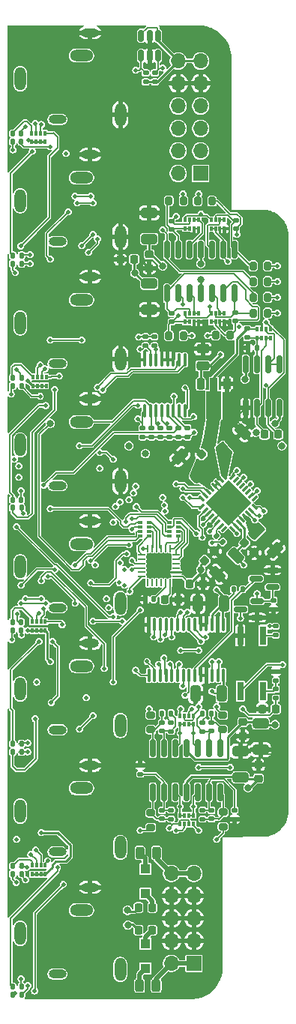
<source format=gbr>
%TF.GenerationSoftware,KiCad,Pcbnew,9.0.2*%
%TF.CreationDate,2025-06-25T16:15:56+02:00*%
%TF.ProjectId,eurorack-pmod-pcb,6575726f-7261-4636-9b2d-706d6f642d70,rev?*%
%TF.SameCoordinates,Original*%
%TF.FileFunction,Copper,L1,Top*%
%TF.FilePolarity,Positive*%
%FSLAX46Y46*%
G04 Gerber Fmt 4.6, Leading zero omitted, Abs format (unit mm)*
G04 Created by KiCad (PCBNEW 9.0.2) date 2025-06-25 16:15:56*
%MOMM*%
%LPD*%
G01*
G04 APERTURE LIST*
G04 Aperture macros list*
%AMRoundRect*
0 Rectangle with rounded corners*
0 $1 Rounding radius*
0 $2 $3 $4 $5 $6 $7 $8 $9 X,Y pos of 4 corners*
0 Add a 4 corners polygon primitive as box body*
4,1,4,$2,$3,$4,$5,$6,$7,$8,$9,$2,$3,0*
0 Add four circle primitives for the rounded corners*
1,1,$1+$1,$2,$3*
1,1,$1+$1,$4,$5*
1,1,$1+$1,$6,$7*
1,1,$1+$1,$8,$9*
0 Add four rect primitives between the rounded corners*
20,1,$1+$1,$2,$3,$4,$5,0*
20,1,$1+$1,$4,$5,$6,$7,0*
20,1,$1+$1,$6,$7,$8,$9,0*
20,1,$1+$1,$8,$9,$2,$3,0*%
%AMRotRect*
0 Rectangle, with rotation*
0 The origin of the aperture is its center*
0 $1 length*
0 $2 width*
0 $3 Rotation angle, in degrees counterclockwise*
0 Add horizontal line*
21,1,$1,$2,0,0,$3*%
%AMFreePoly0*
4,1,9,3.862500,-0.866500,0.737500,-0.866500,0.737500,-0.450000,-0.737500,-0.450000,-0.737500,0.450000,0.737500,0.450000,0.737500,0.866500,3.862500,0.866500,3.862500,-0.866500,3.862500,-0.866500,$1*%
G04 Aperture macros list end*
%TA.AperFunction,Conductor*%
%ADD10C,0.152000*%
%TD*%
%TA.AperFunction,SMDPad,CuDef*%
%ADD11RoundRect,0.147500X0.147500X0.172500X-0.147500X0.172500X-0.147500X-0.172500X0.147500X-0.172500X0*%
%TD*%
%TA.AperFunction,SMDPad,CuDef*%
%ADD12RoundRect,0.200000X-0.200000X-0.275000X0.200000X-0.275000X0.200000X0.275000X-0.200000X0.275000X0*%
%TD*%
%TA.AperFunction,SMDPad,CuDef*%
%ADD13RoundRect,0.150000X-0.150000X0.825000X-0.150000X-0.825000X0.150000X-0.825000X0.150000X0.825000X0*%
%TD*%
%TA.AperFunction,SMDPad,CuDef*%
%ADD14RoundRect,0.140000X0.170000X-0.140000X0.170000X0.140000X-0.170000X0.140000X-0.170000X-0.140000X0*%
%TD*%
%TA.AperFunction,SMDPad,CuDef*%
%ADD15RoundRect,0.135000X0.185000X-0.135000X0.185000X0.135000X-0.185000X0.135000X-0.185000X-0.135000X0*%
%TD*%
%TA.AperFunction,SMDPad,CuDef*%
%ADD16R,0.400000X0.500000*%
%TD*%
%TA.AperFunction,SMDPad,CuDef*%
%ADD17R,0.300000X0.500000*%
%TD*%
%TA.AperFunction,SMDPad,CuDef*%
%ADD18RoundRect,0.200000X0.275000X-0.200000X0.275000X0.200000X-0.275000X0.200000X-0.275000X-0.200000X0*%
%TD*%
%TA.AperFunction,SMDPad,CuDef*%
%ADD19RoundRect,0.225000X-0.335876X-0.017678X-0.017678X-0.335876X0.335876X0.017678X0.017678X0.335876X0*%
%TD*%
%TA.AperFunction,SMDPad,CuDef*%
%ADD20RoundRect,0.250000X-0.650000X0.325000X-0.650000X-0.325000X0.650000X-0.325000X0.650000X0.325000X0*%
%TD*%
%TA.AperFunction,SMDPad,CuDef*%
%ADD21RoundRect,0.135000X-0.185000X0.135000X-0.185000X-0.135000X0.185000X-0.135000X0.185000X0.135000X0*%
%TD*%
%TA.AperFunction,ComponentPad*%
%ADD22O,1.308000X2.616000*%
%TD*%
%TA.AperFunction,ComponentPad*%
%ADD23O,2.016000X1.008000*%
%TD*%
%TA.AperFunction,ComponentPad*%
%ADD24O,2.616000X1.308000*%
%TD*%
%TA.AperFunction,SMDPad,CuDef*%
%ADD25R,1.100000X1.100000*%
%TD*%
%TA.AperFunction,SMDPad,CuDef*%
%ADD26RoundRect,0.250000X0.229810X-0.689429X0.689429X-0.229810X-0.229810X0.689429X-0.689429X0.229810X0*%
%TD*%
%TA.AperFunction,SMDPad,CuDef*%
%ADD27RoundRect,0.140000X-0.170000X0.140000X-0.170000X-0.140000X0.170000X-0.140000X0.170000X0.140000X0*%
%TD*%
%TA.AperFunction,ComponentPad*%
%ADD28C,0.700000*%
%TD*%
%TA.AperFunction,ComponentPad*%
%ADD29C,4.400000*%
%TD*%
%TA.AperFunction,SMDPad,CuDef*%
%ADD30RoundRect,0.200000X-0.275000X0.200000X-0.275000X-0.200000X0.275000X-0.200000X0.275000X0.200000X0*%
%TD*%
%TA.AperFunction,SMDPad,CuDef*%
%ADD31RoundRect,0.062500X0.282843X-0.194454X-0.194454X0.282843X-0.282843X0.194454X0.194454X-0.282843X0*%
%TD*%
%TA.AperFunction,SMDPad,CuDef*%
%ADD32RoundRect,0.062500X0.282843X0.194454X0.194454X0.282843X-0.282843X-0.194454X-0.194454X-0.282843X0*%
%TD*%
%TA.AperFunction,ComponentPad*%
%ADD33C,0.500000*%
%TD*%
%TA.AperFunction,SMDPad,CuDef*%
%ADD34RotRect,3.700000X3.700000X135.000000*%
%TD*%
%TA.AperFunction,SMDPad,CuDef*%
%ADD35RoundRect,0.140000X0.140000X0.170000X-0.140000X0.170000X-0.140000X-0.170000X0.140000X-0.170000X0*%
%TD*%
%TA.AperFunction,SMDPad,CuDef*%
%ADD36RoundRect,0.225000X-0.225000X-0.250000X0.225000X-0.250000X0.225000X0.250000X-0.225000X0.250000X0*%
%TD*%
%TA.AperFunction,SMDPad,CuDef*%
%ADD37RoundRect,0.135000X-0.226274X-0.035355X-0.035355X-0.226274X0.226274X0.035355X0.035355X0.226274X0*%
%TD*%
%TA.AperFunction,ComponentPad*%
%ADD38R,1.700000X1.700000*%
%TD*%
%TA.AperFunction,ComponentPad*%
%ADD39O,1.700000X1.700000*%
%TD*%
%TA.AperFunction,SMDPad,CuDef*%
%ADD40RoundRect,0.200000X0.200000X0.275000X-0.200000X0.275000X-0.200000X-0.275000X0.200000X-0.275000X0*%
%TD*%
%TA.AperFunction,SMDPad,CuDef*%
%ADD41RoundRect,0.250000X0.475000X-0.250000X0.475000X0.250000X-0.475000X0.250000X-0.475000X-0.250000X0*%
%TD*%
%TA.AperFunction,SMDPad,CuDef*%
%ADD42RoundRect,0.135000X-0.135000X-0.185000X0.135000X-0.185000X0.135000X0.185000X-0.135000X0.185000X0*%
%TD*%
%TA.AperFunction,SMDPad,CuDef*%
%ADD43RoundRect,0.100000X-0.100000X0.637500X-0.100000X-0.637500X0.100000X-0.637500X0.100000X0.637500X0*%
%TD*%
%TA.AperFunction,SMDPad,CuDef*%
%ADD44RoundRect,0.250000X0.325000X0.650000X-0.325000X0.650000X-0.325000X-0.650000X0.325000X-0.650000X0*%
%TD*%
%TA.AperFunction,SMDPad,CuDef*%
%ADD45RoundRect,0.225000X0.225000X0.250000X-0.225000X0.250000X-0.225000X-0.250000X0.225000X-0.250000X0*%
%TD*%
%TA.AperFunction,SMDPad,CuDef*%
%ADD46RoundRect,0.250000X-0.229810X0.689429X-0.689429X0.229810X0.229810X-0.689429X0.689429X-0.229810X0*%
%TD*%
%TA.AperFunction,SMDPad,CuDef*%
%ADD47RoundRect,0.225000X0.335876X0.017678X0.017678X0.335876X-0.335876X-0.017678X-0.017678X-0.335876X0*%
%TD*%
%TA.AperFunction,SMDPad,CuDef*%
%ADD48RoundRect,0.225000X-0.225000X0.425000X-0.225000X-0.425000X0.225000X-0.425000X0.225000X0.425000X0*%
%TD*%
%TA.AperFunction,SMDPad,CuDef*%
%ADD49FreePoly0,270.000000*%
%TD*%
%TA.AperFunction,SMDPad,CuDef*%
%ADD50RoundRect,0.250000X0.689429X0.229810X0.229810X0.689429X-0.689429X-0.229810X-0.229810X-0.689429X0*%
%TD*%
%TA.AperFunction,SMDPad,CuDef*%
%ADD51RoundRect,0.225000X-0.250000X0.225000X-0.250000X-0.225000X0.250000X-0.225000X0.250000X0.225000X0*%
%TD*%
%TA.AperFunction,SMDPad,CuDef*%
%ADD52RoundRect,0.218750X-0.218750X-0.256250X0.218750X-0.256250X0.218750X0.256250X-0.218750X0.256250X0*%
%TD*%
%TA.AperFunction,SMDPad,CuDef*%
%ADD53RoundRect,0.243750X0.243750X0.456250X-0.243750X0.456250X-0.243750X-0.456250X0.243750X-0.456250X0*%
%TD*%
%TA.AperFunction,SMDPad,CuDef*%
%ADD54RoundRect,0.135000X0.135000X0.185000X-0.135000X0.185000X-0.135000X-0.185000X0.135000X-0.185000X0*%
%TD*%
%TA.AperFunction,SMDPad,CuDef*%
%ADD55RoundRect,0.150000X0.587500X0.150000X-0.587500X0.150000X-0.587500X-0.150000X0.587500X-0.150000X0*%
%TD*%
%TA.AperFunction,SMDPad,CuDef*%
%ADD56R,0.500000X0.400000*%
%TD*%
%TA.AperFunction,SMDPad,CuDef*%
%ADD57R,0.500000X0.300000*%
%TD*%
%TA.AperFunction,SMDPad,CuDef*%
%ADD58RoundRect,0.150000X0.150000X-0.825000X0.150000X0.825000X-0.150000X0.825000X-0.150000X-0.825000X0*%
%TD*%
%TA.AperFunction,SMDPad,CuDef*%
%ADD59RoundRect,0.225000X0.017678X-0.335876X0.335876X-0.017678X-0.017678X0.335876X-0.335876X0.017678X0*%
%TD*%
%TA.AperFunction,SMDPad,CuDef*%
%ADD60RoundRect,0.062500X0.062500X-0.350000X0.062500X0.350000X-0.062500X0.350000X-0.062500X-0.350000X0*%
%TD*%
%TA.AperFunction,SMDPad,CuDef*%
%ADD61RoundRect,0.062500X0.350000X-0.062500X0.350000X0.062500X-0.350000X0.062500X-0.350000X-0.062500X0*%
%TD*%
%TA.AperFunction,HeatsinkPad*%
%ADD62R,2.600000X2.600000*%
%TD*%
%TA.AperFunction,SMDPad,CuDef*%
%ADD63R,0.640000X2.000000*%
%TD*%
%TA.AperFunction,SMDPad,CuDef*%
%ADD64RoundRect,0.150000X0.150000X-0.512500X0.150000X0.512500X-0.150000X0.512500X-0.150000X-0.512500X0*%
%TD*%
%TA.AperFunction,SMDPad,CuDef*%
%ADD65RoundRect,0.250000X-0.689429X-0.229810X-0.229810X-0.689429X0.689429X0.229810X0.229810X0.689429X0*%
%TD*%
%TA.AperFunction,SMDPad,CuDef*%
%ADD66RoundRect,0.225000X0.250000X-0.225000X0.250000X0.225000X-0.250000X0.225000X-0.250000X-0.225000X0*%
%TD*%
%TA.AperFunction,ViaPad*%
%ADD67C,0.800000*%
%TD*%
%TA.AperFunction,ViaPad*%
%ADD68C,0.500000*%
%TD*%
%TA.AperFunction,Conductor*%
%ADD69C,0.152400*%
%TD*%
%TA.AperFunction,Conductor*%
%ADD70C,0.254000*%
%TD*%
%TA.AperFunction,Conductor*%
%ADD71C,0.204000*%
%TD*%
%TA.AperFunction,Conductor*%
%ADD72C,0.200000*%
%TD*%
%TA.AperFunction,Conductor*%
%ADD73C,0.508000*%
%TD*%
G04 APERTURE END LIST*
D10*
%TO.N,VDD*%
X-2854000Y-268000D02*
X-2854000Y-768000D01*
%TD*%
D11*
%TO.P,D7,1,K*%
%TO.N,Net-(D7-K)*%
X-18254000Y-39827200D03*
%TO.P,D7,2,A*%
%TO.N,Net-(D7-A)*%
X-19224000Y-39827200D03*
%TD*%
D12*
%TO.P,R9,1*%
%TO.N,Net-(J5-PadT)*%
X3684000Y-35001200D03*
%TO.P,R9,2*%
%TO.N,Net-(RN2A-R1.1)*%
X5334000Y-35001200D03*
%TD*%
D13*
%TO.P,U9,1*%
%TO.N,Net-(RN7C-R3.2)*%
X10883400Y-38292000D03*
%TO.P,U9,2,-*%
X9613400Y-38292000D03*
%TO.P,U9,3,+*%
%TO.N,Net-(RN7A-R1.1)*%
X8343400Y-38292000D03*
%TO.P,U9,4,V-*%
%TO.N,-12V*%
X7073400Y-38292000D03*
%TO.P,U9,5,+*%
%TO.N,GND*%
X7073400Y-43242000D03*
%TO.P,U9,6,-*%
%TO.N,Net-(RN7C-R3.1)*%
X8343400Y-43242000D03*
%TO.P,U9,7*%
%TO.N,/-VCOM*%
X9613400Y-43242000D03*
%TO.P,U9,8,V+*%
%TO.N,+12V*%
X10883400Y-43242000D03*
%TD*%
D14*
%TO.P,C18,1*%
%TO.N,Net-(RN1A-R1.1)*%
X-1270000Y-33500000D03*
%TO.P,C18,2*%
%TO.N,Net-(RN1B-R2.2)*%
X-1270000Y-32540000D03*
%TD*%
D15*
%TO.P,R36,1*%
%TO.N,Net-(R35-Pad1)*%
X10496000Y-74012999D03*
%TO.P,R36,2*%
%TO.N,GND*%
X10496000Y-72993001D03*
%TD*%
D13*
%TO.P,U2,1*%
%TO.N,Net-(C22-Pad2)*%
X4216400Y-81675200D03*
%TO.P,U2,2,-*%
%TO.N,Net-(U2A--)*%
X2946400Y-81675200D03*
%TO.P,U2,3,+*%
%TO.N,Net-(Q2-D)*%
X1676400Y-81675200D03*
%TO.P,U2,4,V+*%
%TO.N,+12V*%
X406400Y-81675200D03*
%TO.P,U2,5,+*%
%TO.N,Net-(Q4-D)*%
X-863600Y-81675200D03*
%TO.P,U2,6,-*%
%TO.N,Net-(U2B--)*%
X-2133600Y-81675200D03*
%TO.P,U2,7*%
%TO.N,Net-(C23-Pad2)*%
X-3403600Y-81675200D03*
%TO.P,U2,8*%
%TO.N,Net-(C24-Pad2)*%
X-3403600Y-86625200D03*
%TO.P,U2,9,-*%
%TO.N,Net-(U2C--)*%
X-2133600Y-86625200D03*
%TO.P,U2,10,+*%
%TO.N,Net-(Q3-D)*%
X-863600Y-86625200D03*
%TO.P,U2,11,V-*%
%TO.N,-12V*%
X406400Y-86625200D03*
%TO.P,U2,12,+*%
%TO.N,Net-(Q5-D)*%
X1676400Y-86625200D03*
%TO.P,U2,13,-*%
%TO.N,Net-(U2D--)*%
X2946400Y-86625200D03*
%TO.P,U2,14*%
%TO.N,Net-(C25-Pad2)*%
X4216400Y-86625200D03*
%TD*%
D11*
%TO.P,D18,1,K*%
%TO.N,Net-(D18-K)*%
X-18254000Y-109524800D03*
%TO.P,D18,2,A*%
%TO.N,Net-(D18-A)*%
X-19224000Y-109524800D03*
%TD*%
D16*
%TO.P,RN11,1,R1.1*%
%TO.N,VDD*%
X-17056800Y-95902400D03*
D17*
%TO.P,RN11,2,R2.1*%
X-16556800Y-95902400D03*
%TO.P,RN11,3,R3.1*%
X-16056800Y-95902400D03*
D16*
%TO.P,RN11,4,R4.1*%
X-15556800Y-95902400D03*
%TO.P,RN11,5,R4.2*%
%TO.N,Net-(D18-A)*%
X-15556800Y-94902400D03*
D17*
%TO.P,RN11,6,R3.2*%
%TO.N,Net-(D17-A)*%
X-16056800Y-94902400D03*
%TO.P,RN11,7,R2.2*%
%TO.N,Net-(D16-A)*%
X-16556800Y-94902400D03*
D16*
%TO.P,RN11,8,R1.2*%
%TO.N,Net-(D15-A)*%
X-17056800Y-94902400D03*
%TD*%
D18*
%TO.P,R18,1*%
%TO.N,Net-(C22-Pad2)*%
X4495800Y-79565000D03*
%TO.P,R18,2*%
%TO.N,Net-(J8-PadT)*%
X4495800Y-77915000D03*
%TD*%
D12*
%TO.P,R13,1*%
%TO.N,Net-(RN3B-R2.2)*%
X7925000Y-27178000D03*
%TO.P,R13,2*%
%TO.N,/dual_mono_inputs2/IN1_3V*%
X9575000Y-27178000D03*
%TD*%
D19*
%TO.P,C17,1*%
%TO.N,VDD*%
X6952823Y-58492198D03*
%TO.P,C17,2*%
%TO.N,GND*%
X8048839Y-59588214D03*
%TD*%
D20*
%TO.P,C4,1*%
%TO.N,GND*%
X6496000Y-82009000D03*
%TO.P,C4,2*%
%TO.N,-12V*%
X6496000Y-84959000D03*
%TD*%
D11*
%TO.P,D11,1,K*%
%TO.N,Net-(D11-K)*%
X-18304800Y-67411600D03*
%TO.P,D11,2,A*%
%TO.N,Net-(D11-A)*%
X-19274800Y-67411600D03*
%TD*%
%TO.P,D5,1,K*%
%TO.N,Net-(D5-K)*%
X-18254000Y-26009600D03*
%TO.P,D5,2,A*%
%TO.N,Net-(D5-A)*%
X-19224000Y-26009600D03*
%TD*%
D21*
%TO.P,R2,1*%
%TO.N,/SDA*%
X-3184000Y-5380000D03*
%TO.P,R2,2*%
%TO.N,VDD*%
X-3184000Y-6400000D03*
%TD*%
D22*
%TO.P,J10,G*%
%TO.N,/CAP_SENSE_OUT3*%
X-18382000Y-88772626D03*
D23*
%TO.P,J10,S*%
%TO.N,GND*%
X-10482000Y-83572626D03*
D24*
%TO.P,J10,SN*%
%TO.N,/JACK_DETECT_OUT3*%
X-11482000Y-86172626D03*
D23*
%TO.P,J10,T*%
%TO.N,Net-(J10-PadT)*%
X-14182000Y-93372626D03*
D22*
%TO.P,J10,TN*%
%TO.N,Net-(J10-PadTN)*%
X-7082000Y-92872626D03*
%TD*%
D25*
%TO.P,D2,1,K*%
%TO.N,Net-(D2-K)*%
X-4254000Y-106540756D03*
%TO.P,D2,2,A*%
%TO.N,Net-(D2-A)*%
X-4254000Y-103740756D03*
%TD*%
D15*
%TO.P,R8,1*%
%TO.N,/JACK_DETECT_IN2*%
X-4241800Y-36197600D03*
%TO.P,R8,2*%
%TO.N,VDD*%
X-4241800Y-35177600D03*
%TD*%
D12*
%TO.P,R10,1*%
%TO.N,Net-(RN2B-R2.2)*%
X7925000Y-32512000D03*
%TO.P,R10,2*%
%TO.N,/dual_mono_inputs1/IN2_3V*%
X9575000Y-32512000D03*
%TD*%
D22*
%TO.P,J5,G*%
%TO.N,/CAP_SENSE_IN2*%
X-18382000Y-19829771D03*
D23*
%TO.P,J5,S*%
%TO.N,GND*%
X-10482000Y-14629771D03*
D24*
%TO.P,J5,SN*%
%TO.N,/JACK_DETECT_IN2*%
X-11482000Y-17229771D03*
D23*
%TO.P,J5,T*%
%TO.N,Net-(J5-PadT)*%
X-14182000Y-24429771D03*
D22*
%TO.P,J5,TN*%
%TO.N,GND*%
X-7082000Y-23929771D03*
%TD*%
D26*
%TO.P,C12,1*%
%TO.N,Net-(U1-VCOM)*%
X4650446Y-48032983D03*
%TO.P,C12,2*%
%TO.N,GND*%
X6736412Y-45947017D03*
%TD*%
D21*
%TO.P,R33,1*%
%TO.N,/UNMUTE*%
X10476000Y-67888001D03*
%TO.P,R33,2*%
%TO.N,Net-(R33-Pad2)*%
X10476000Y-68907999D03*
%TD*%
D15*
%TO.P,R4,1*%
%TO.N,GND*%
X10246000Y-65987998D03*
%TO.P,R4,2*%
%TO.N,/PDN*%
X10246000Y-64968000D03*
%TD*%
D27*
%TO.P,C25,1*%
%TO.N,Net-(U2D--)*%
X3225800Y-88674000D03*
%TO.P,C25,2*%
%TO.N,Net-(C25-Pad2)*%
X3225800Y-89634000D03*
%TD*%
D14*
%TO.P,C19,1*%
%TO.N,Net-(RN2A-R1.1)*%
X5906000Y-33423800D03*
%TO.P,C19,2*%
%TO.N,Net-(RN2B-R2.2)*%
X5906000Y-32463800D03*
%TD*%
D16*
%TO.P,RN6,1,R1.1*%
%TO.N,/-VCOM*%
X-318200Y-90238200D03*
D17*
%TO.P,RN6,2,R2.1*%
%TO.N,/dual_mono_outputs2/OUT1*%
X181800Y-90238200D03*
%TO.P,RN6,3,R3.1*%
%TO.N,/-VCOM*%
X681800Y-90238200D03*
D16*
%TO.P,RN6,4,R4.1*%
%TO.N,/dual_mono_outputs2/OUT2*%
X1181800Y-90238200D03*
%TO.P,RN6,5,R4.2*%
%TO.N,Net-(Q5-D)*%
X1181800Y-89238200D03*
D17*
%TO.P,RN6,6,R3.2*%
X681800Y-89238200D03*
%TO.P,RN6,7,R2.2*%
%TO.N,Net-(Q3-D)*%
X181800Y-89238200D03*
D16*
%TO.P,RN6,8,R1.2*%
X-318200Y-89238200D03*
%TD*%
%TO.P,RN7,1,R1.1*%
%TO.N,Net-(RN7A-R1.1)*%
X8406000Y-35306000D03*
D17*
%TO.P,RN7,2,R2.1*%
X8906000Y-35306000D03*
%TO.P,RN7,3,R3.1*%
%TO.N,Net-(RN7C-R3.1)*%
X9406000Y-35306000D03*
D16*
%TO.P,RN7,4,R4.1*%
X9906000Y-35306000D03*
%TO.P,RN7,5,R4.2*%
%TO.N,/-VCOM*%
X9906000Y-34306000D03*
D17*
%TO.P,RN7,6,R3.2*%
%TO.N,Net-(RN7C-R3.2)*%
X9406000Y-34306000D03*
%TO.P,RN7,7,R2.2*%
%TO.N,GND*%
X8906000Y-34306000D03*
D16*
%TO.P,RN7,8,R1.2*%
%TO.N,+3.3VA*%
X8406000Y-34306000D03*
%TD*%
D28*
%TO.P,H2,1,1*%
%TO.N,GND*%
X7350000Y-88833274D03*
X7833274Y-87666548D03*
X7833274Y-90000000D03*
X9000000Y-87183274D03*
D29*
X9000000Y-88833274D03*
D28*
X9000000Y-90483274D03*
X10166726Y-87666548D03*
X10166726Y-90000000D03*
X10650000Y-88833274D03*
%TD*%
D30*
%TO.P,R26,1*%
%TO.N,Net-(C24-Pad2)*%
X-3632200Y-88964000D03*
%TO.P,R26,2*%
%TO.N,Net-(J10-PadT)*%
X-3632200Y-90614000D03*
%TD*%
D31*
%TO.P,U1,1,SDIN1*%
%TO.N,/SDIN1*%
X5606156Y-56906423D03*
%TO.P,U1,2,SDIN2*%
%TO.N,GND*%
X5959709Y-56552870D03*
%TO.P,U1,3,TVDD*%
%TO.N,VDD*%
X6313263Y-56199317D03*
%TO.P,U1,4,VSS2*%
%TO.N,GND*%
X6666816Y-55845763D03*
%TO.P,U1,5,AVDRV*%
%TO.N,Net-(U1-AVDRV)*%
X7020369Y-55492210D03*
%TO.P,U1,6,LRCK*%
%TO.N,/LRCK*%
X7373923Y-55138657D03*
%TO.P,U1,7,BICK*%
%TO.N,/BICK*%
X7727476Y-54785103D03*
%TO.P,U1,8,MCLK*%
%TO.N,/MCLK*%
X8081029Y-54431550D03*
D32*
%TO.P,U1,9,IN4N/AIN5R/GND6R*%
%TO.N,unconnected-(U1-IN4N{slash}AIN5R{slash}GND6R-Pad9)*%
X8081029Y-53441600D03*
%TO.P,U1,10,IN4P/AIN4R/AIN6R*%
%TO.N,/dual_mono_inputs2/IN2_3V*%
X7727476Y-53088047D03*
%TO.P,U1,11,IN3N/AIN5L/GND6L*%
%TO.N,unconnected-(U1-IN3N{slash}AIN5L{slash}GND6L-Pad11)*%
X7373923Y-52734493D03*
%TO.P,U1,12,IN3P/AIN4L/AIN6L*%
%TO.N,/dual_mono_inputs2/IN1_3V*%
X7020369Y-52380940D03*
%TO.P,U1,13,IN2N/AIN2R/GND3R*%
%TO.N,unconnected-(U1-IN2N{slash}AIN2R{slash}GND3R-Pad13)*%
X6666816Y-52027387D03*
%TO.P,U1,14,IN2P/AIN1R/AIN3R*%
%TO.N,/dual_mono_inputs1/IN2_3V*%
X6313263Y-51673833D03*
%TO.P,U1,15,IN1N/AIN2L/GND3L*%
%TO.N,unconnected-(U1-IN1N{slash}AIN2L{slash}GND3L-Pad15)*%
X5959709Y-51320280D03*
%TO.P,U1,16,IN1P/AIN1L/AIN3L*%
%TO.N,/dual_mono_inputs1/IN1_3V*%
X5606156Y-50966727D03*
D31*
%TO.P,U1,17,VCOM*%
%TO.N,Net-(U1-VCOM)*%
X4616206Y-50966727D03*
%TO.P,U1,18,AVDD*%
%TO.N,+3.3VA*%
X4262653Y-51320280D03*
%TO.P,U1,19,VSS1*%
%TO.N,GND*%
X3909099Y-51673833D03*
%TO.P,U1,20,VREFL*%
X3555546Y-52027387D03*
%TO.P,U1,21,VREFH*%
%TO.N,+3.3VA*%
X3201993Y-52380940D03*
%TO.P,U1,22,AOUT1L*%
%TO.N,/dual_mono_outputs1/OUT1*%
X2848439Y-52734493D03*
%TO.P,U1,23,AOUT1R*%
%TO.N,/dual_mono_outputs1/OUT2*%
X2494886Y-53088047D03*
%TO.P,U1,24,AOUT2L*%
%TO.N,/dual_mono_outputs2/OUT1*%
X2141333Y-53441600D03*
D32*
%TO.P,U1,25,AOUT2R*%
%TO.N,/dual_mono_outputs2/OUT2*%
X2141333Y-54431550D03*
%TO.P,U1,26,PDN*%
%TO.N,/PDN*%
X2494886Y-54785103D03*
%TO.P,U1,27,CAD/~{CS}*%
%TO.N,GND*%
X2848439Y-55138657D03*
%TO.P,U1,28,SCL/SCLK*%
%TO.N,/SCL*%
X3201993Y-55492210D03*
%TO.P,U1,29,SI*%
%TO.N,GND*%
X3555546Y-55845763D03*
%TO.P,U1,30,SDA/SO*%
%TO.N,/SDA*%
X3909099Y-56199317D03*
%TO.P,U1,31,SDOUT1*%
%TO.N,Net-(U1-SDOUT1)*%
X4262653Y-56552870D03*
%TO.P,U1,32,SDOUT2*%
%TO.N,unconnected-(U1-SDOUT2-Pad32)*%
X4616206Y-56906423D03*
D33*
%TO.P,U1,33,PAD*%
%TO.N,GND*%
X5111181Y-55350789D03*
X5818288Y-54643682D03*
X6525395Y-53936575D03*
X4404074Y-54643682D03*
X5111181Y-53936575D03*
D34*
X5111181Y-53936575D03*
D33*
X5818288Y-53229468D03*
X3696967Y-53936575D03*
X4404074Y-53229468D03*
X5111181Y-52522361D03*
%TD*%
D20*
%TO.P,C9,1*%
%TO.N,GND*%
X-3810000Y-21211000D03*
%TO.P,C9,2*%
%TO.N,-12V*%
X-3810000Y-24161000D03*
%TD*%
D21*
%TO.P,R24,1*%
%TO.N,GND*%
X-1346200Y-78738000D03*
%TO.P,R24,2*%
%TO.N,Net-(U2B--)*%
X-1346200Y-79758000D03*
%TD*%
D11*
%TO.P,D15,1,K*%
%TO.N,Net-(D15-K)*%
X-18254000Y-94945200D03*
%TO.P,D15,2,A*%
%TO.N,Net-(D15-A)*%
X-19224000Y-94945200D03*
%TD*%
D16*
%TO.P,RN8,1,R1.1*%
%TO.N,VDD*%
X-17107600Y-13200000D03*
D17*
%TO.P,RN8,2,R2.1*%
X-16607600Y-13200000D03*
%TO.P,RN8,3,R3.1*%
X-16107600Y-13200000D03*
D16*
%TO.P,RN8,4,R4.1*%
X-15607600Y-13200000D03*
%TO.P,RN8,5,R4.2*%
%TO.N,Net-(D6-A)*%
X-15607600Y-12200000D03*
D17*
%TO.P,RN8,6,R3.2*%
%TO.N,Net-(D5-A)*%
X-16107600Y-12200000D03*
%TO.P,RN8,7,R2.2*%
%TO.N,Net-(D4-A)*%
X-16607600Y-12200000D03*
D16*
%TO.P,RN8,8,R1.2*%
%TO.N,Net-(D3-A)*%
X-17107600Y-12200000D03*
%TD*%
D11*
%TO.P,D9,1,K*%
%TO.N,Net-(D9-K)*%
X-18269900Y-53594000D03*
%TO.P,D9,2,A*%
%TO.N,Net-(D9-A)*%
X-19239900Y-53594000D03*
%TD*%
D20*
%TO.P,C5,1*%
%TO.N,+12V*%
X8782000Y-78867000D03*
%TO.P,C5,2*%
%TO.N,GND*%
X8782000Y-81817000D03*
%TD*%
D35*
%TO.P,C30,1*%
%TO.N,Net-(U7-CMOD)*%
X-3325110Y-64837568D03*
%TO.P,C30,2*%
%TO.N,GND*%
X-4285110Y-64837568D03*
%TD*%
D36*
%TO.P,C1,1*%
%TO.N,Net-(RN7C-R3.1)*%
X9221000Y-46218000D03*
%TO.P,C1,2*%
%TO.N,/-VCOM*%
X10771000Y-46218000D03*
%TD*%
D28*
%TO.P,H1,1,1*%
%TO.N,GND*%
X7350000Y-23750000D03*
X7833274Y-22583274D03*
X7833274Y-24916726D03*
X9000000Y-22100000D03*
D29*
X9000000Y-23750000D03*
D28*
X9000000Y-25400000D03*
X10166726Y-22583274D03*
X10166726Y-24916726D03*
X10650000Y-23750000D03*
%TD*%
D16*
%TO.P,RN10,1,R1.1*%
%TO.N,VDD*%
X-17056800Y-68368800D03*
D17*
%TO.P,RN10,2,R2.1*%
X-16556800Y-68368800D03*
%TO.P,RN10,3,R3.1*%
X-16056800Y-68368800D03*
D16*
%TO.P,RN10,4,R4.1*%
X-15556800Y-68368800D03*
%TO.P,RN10,5,R4.2*%
%TO.N,Net-(D14-A)*%
X-15556800Y-67368800D03*
D17*
%TO.P,RN10,6,R3.2*%
%TO.N,Net-(D13-A)*%
X-16056800Y-67368800D03*
%TO.P,RN10,7,R2.2*%
%TO.N,Net-(D12-A)*%
X-16556800Y-67368800D03*
D16*
%TO.P,RN10,8,R1.2*%
%TO.N,Net-(D11-A)*%
X-17056800Y-67368800D03*
%TD*%
D37*
%TO.P,R34,1*%
%TO.N,Net-(U1-SDOUT1)*%
X3784883Y-57654729D03*
%TO.P,R34,2*%
%TO.N,/SDOUT1*%
X4506131Y-58375977D03*
%TD*%
D38*
%TO.P,J1,1,Pin_1*%
%TO.N,Net-(J1-Pin_1)*%
X1240471Y-105975000D03*
D39*
%TO.P,J1,2,Pin_2*%
X-1299529Y-105975000D03*
%TO.P,J1,3,Pin_3*%
%TO.N,GND*%
X1240471Y-103435000D03*
%TO.P,J1,4,Pin_4*%
X-1299529Y-103435000D03*
%TO.P,J1,5,Pin_5*%
X1240471Y-100895000D03*
%TO.P,J1,6,Pin_6*%
X-1299529Y-100895000D03*
%TO.P,J1,7,Pin_7*%
X1240471Y-98355000D03*
%TO.P,J1,8,Pin_8*%
X-1299529Y-98355000D03*
%TO.P,J1,9,Pin_9*%
%TO.N,Net-(J1-Pin_10)*%
X1240471Y-95815000D03*
%TO.P,J1,10,Pin_10*%
X-1299529Y-95815000D03*
%TD*%
D16*
%TO.P,RN3,1,R1.1*%
%TO.N,Net-(RN3A-R1.1)*%
X3174800Y-22979000D03*
D17*
%TO.P,RN3,2,R2.1*%
X3674800Y-22979000D03*
%TO.P,RN3,3,R3.1*%
%TO.N,GND*%
X4174800Y-22979000D03*
D16*
%TO.P,RN3,4,R4.1*%
X4674800Y-22979000D03*
%TO.P,RN3,5,R4.2*%
%TO.N,Net-(RN3C-R3.2)*%
X4674800Y-21979000D03*
D17*
%TO.P,RN3,6,R3.2*%
X4174800Y-21979000D03*
%TO.P,RN3,7,R2.2*%
%TO.N,Net-(RN3B-R2.2)*%
X3674800Y-21979000D03*
D16*
%TO.P,RN3,8,R1.2*%
%TO.N,/-VCOM*%
X3174800Y-21979000D03*
%TD*%
D40*
%TO.P,R15,1*%
%TO.N,Net-(J7-PadT)*%
X50800Y-19837400D03*
%TO.P,R15,2*%
%TO.N,Net-(RN4A-R1.1)*%
X-1599200Y-19837400D03*
%TD*%
%TO.P,R6,1*%
%TO.N,Net-(J4-PadT)*%
X50800Y-35052000D03*
%TO.P,R6,2*%
%TO.N,Net-(RN1A-R1.1)*%
X-1599200Y-35052000D03*
%TD*%
D41*
%TO.P,C33,1*%
%TO.N,+12V*%
X2246000Y-38468000D03*
%TO.P,C33,2*%
%TO.N,GND*%
X2246000Y-36568002D03*
%TD*%
D30*
%TO.P,R30,1*%
%TO.N,Net-(C25-Pad2)*%
X4521200Y-88887800D03*
%TO.P,R30,2*%
%TO.N,Net-(J11-PadT)*%
X4521200Y-90537800D03*
%TD*%
D42*
%TO.P,R23,1*%
%TO.N,Net-(C23-Pad2)*%
X-2364200Y-77724000D03*
%TO.P,R23,2*%
%TO.N,Net-(U2B--)*%
X-1344200Y-77724000D03*
%TD*%
D16*
%TO.P,RN1,1,R1.1*%
%TO.N,Net-(RN1A-R1.1)*%
X253800Y-33520000D03*
D17*
%TO.P,RN1,2,R2.1*%
X753800Y-33520000D03*
%TO.P,RN1,3,R3.1*%
%TO.N,GND*%
X1253800Y-33520000D03*
D16*
%TO.P,RN1,4,R4.1*%
X1753800Y-33520000D03*
%TO.P,RN1,5,R4.2*%
%TO.N,Net-(RN1C-R3.2)*%
X1753800Y-32520000D03*
D17*
%TO.P,RN1,6,R3.2*%
X1253800Y-32520000D03*
%TO.P,RN1,7,R2.2*%
%TO.N,Net-(RN1B-R2.2)*%
X753800Y-32520000D03*
D16*
%TO.P,RN1,8,R1.2*%
%TO.N,/-VCOM*%
X253800Y-32520000D03*
%TD*%
D21*
%TO.P,R25,1*%
%TO.N,/JACK_DETECT_OUT3*%
X-508000Y-45490000D03*
%TO.P,R25,2*%
%TO.N,VDD*%
X-508000Y-46510000D03*
%TD*%
D43*
%TO.P,U4,1,SCL*%
%TO.N,/SCL*%
X217600Y-37803500D03*
%TO.P,U4,2,SDA*%
%TO.N,/SDA*%
X-432400Y-37803500D03*
%TO.P,U4,3,A0*%
%TO.N,GND*%
X-1082400Y-37803500D03*
%TO.P,U4,4,A1*%
X-1732400Y-37803500D03*
%TO.P,U4,5,A2*%
X-2382400Y-37803500D03*
%TO.P,U4,6,IO0*%
%TO.N,/JACK_DETECT_IN1*%
X-3032400Y-37803500D03*
%TO.P,U4,7,IO1*%
%TO.N,/JACK_DETECT_IN2*%
X-3682400Y-37803500D03*
%TO.P,U4,8,VSS*%
%TO.N,GND*%
X-4332400Y-37803500D03*
%TO.P,U4,9,IO2*%
%TO.N,/JACK_DETECT_IN3*%
X-4332400Y-43528500D03*
%TO.P,U4,10,IO3*%
%TO.N,/JACK_DETECT_IN4*%
X-3682400Y-43528500D03*
%TO.P,U4,11,IO4*%
%TO.N,/JACK_DETECT_OUT1*%
X-3032400Y-43528500D03*
%TO.P,U4,12,IO5*%
%TO.N,/JACK_DETECT_OUT2*%
X-2382400Y-43528500D03*
%TO.P,U4,13,IO6*%
%TO.N,/JACK_DETECT_OUT3*%
X-1732400Y-43528500D03*
%TO.P,U4,14,IO7*%
%TO.N,/JACK_DETECT_OUT4*%
X-1082400Y-43528500D03*
%TO.P,U4,15,~{RESET}*%
%TO.N,/PDN*%
X-432400Y-43528500D03*
%TO.P,U4,16,VDD*%
%TO.N,VDD*%
X217600Y-43528500D03*
%TD*%
D44*
%TO.P,C3,1*%
%TO.N,VDD*%
X4629600Y-65340000D03*
%TO.P,C3,2*%
%TO.N,GND*%
X1679600Y-65340000D03*
%TD*%
D25*
%TO.P,D1,1,K*%
%TO.N,Net-(D1-K)*%
X-4269785Y-98118000D03*
%TO.P,D1,2,A*%
%TO.N,Net-(D1-A)*%
X-4269785Y-95318000D03*
%TD*%
D11*
%TO.P,D6,1,K*%
%TO.N,Net-(D6-K)*%
X-18254000Y-26924000D03*
%TO.P,D6,2,A*%
%TO.N,Net-(D6-A)*%
X-19224000Y-26924000D03*
%TD*%
D21*
%TO.P,R11,1*%
%TO.N,/JACK_DETECT_IN3*%
X-4572000Y-45490000D03*
%TO.P,R11,2*%
%TO.N,VDD*%
X-4572000Y-46510000D03*
%TD*%
D45*
%TO.P,C8,1*%
%TO.N,+12V*%
X-5524200Y-26416000D03*
%TO.P,C8,2*%
%TO.N,GND*%
X-7074200Y-26416000D03*
%TD*%
D44*
%TO.P,C28,1*%
%TO.N,VDD*%
X4375000Y-75500000D03*
%TO.P,C28,2*%
%TO.N,GND*%
X1425000Y-75500000D03*
%TD*%
D46*
%TO.P,C16,1*%
%TO.N,VDD*%
X5974412Y-59917017D03*
%TO.P,C16,2*%
%TO.N,GND*%
X3888446Y-62002983D03*
%TD*%
D47*
%TO.P,C14,1*%
%TO.N,+3.3VA*%
X3227582Y-49578753D03*
%TO.P,C14,2*%
%TO.N,GND*%
X2131566Y-48482737D03*
%TD*%
D22*
%TO.P,J9,G*%
%TO.N,/CAP_SENSE_OUT2*%
X-18382000Y-74984055D03*
D23*
%TO.P,J9,S*%
%TO.N,GND*%
X-10482000Y-69784055D03*
D24*
%TO.P,J9,SN*%
%TO.N,/JACK_DETECT_OUT2*%
X-11482000Y-72384055D03*
D23*
%TO.P,J9,T*%
%TO.N,Net-(J9-PadT)*%
X-14182000Y-79584055D03*
D22*
%TO.P,J9,TN*%
%TO.N,Net-(J9-PadTN)*%
X-7082000Y-79084055D03*
%TD*%
D48*
%TO.P,U8,1,GND*%
%TO.N,GND*%
X4996000Y-40518000D03*
D49*
%TO.P,U8,2,VO*%
%TO.N,+3.3VA*%
X3496000Y-40605501D03*
D48*
%TO.P,U8,3,VI*%
%TO.N,+12V*%
X1996000Y-40518000D03*
%TD*%
D50*
%TO.P,C10,1*%
%TO.N,+3.3VA*%
X1730565Y-50803336D03*
%TO.P,C10,2*%
%TO.N,GND*%
X-355401Y-48717370D03*
%TD*%
D15*
%TO.P,R27,1*%
%TO.N,Net-(C24-Pad2)*%
X-1346200Y-89664000D03*
%TO.P,R27,2*%
%TO.N,Net-(U2C--)*%
X-1346200Y-88644000D03*
%TD*%
D14*
%TO.P,C23,1*%
%TO.N,Net-(U2B--)*%
X-2362200Y-79728000D03*
%TO.P,C23,2*%
%TO.N,Net-(C23-Pad2)*%
X-2362200Y-78768000D03*
%TD*%
D51*
%TO.P,C13,1*%
%TO.N,GND*%
X8528000Y-83538000D03*
%TO.P,C13,2*%
%TO.N,-12V*%
X8528000Y-85088000D03*
%TD*%
D16*
%TO.P,RN2,1,R1.1*%
%TO.N,Net-(RN2A-R1.1)*%
X3174800Y-33520000D03*
D17*
%TO.P,RN2,2,R2.1*%
X3674800Y-33520000D03*
%TO.P,RN2,3,R3.1*%
%TO.N,GND*%
X4174800Y-33520000D03*
D16*
%TO.P,RN2,4,R4.1*%
X4674800Y-33520000D03*
%TO.P,RN2,5,R4.2*%
%TO.N,Net-(RN2C-R3.2)*%
X4674800Y-32520000D03*
D17*
%TO.P,RN2,6,R3.2*%
X4174800Y-32520000D03*
%TO.P,RN2,7,R2.2*%
%TO.N,Net-(RN2B-R2.2)*%
X3674800Y-32520000D03*
D16*
%TO.P,RN2,8,R1.2*%
%TO.N,/-VCOM*%
X3174800Y-32520000D03*
%TD*%
D52*
%TO.P,L2,1*%
%TO.N,-12V*%
X-5041500Y-102218000D03*
%TO.P,L2,2*%
%TO.N,Net-(D2-A)*%
X-3466500Y-102218000D03*
%TD*%
D14*
%TO.P,C22,1*%
%TO.N,Net-(U2A--)*%
X3225800Y-79728000D03*
%TO.P,C22,2*%
%TO.N,Net-(C22-Pad2)*%
X3225800Y-78768000D03*
%TD*%
D15*
%TO.P,R31,1*%
%TO.N,Net-(C25-Pad2)*%
X2209800Y-89662000D03*
%TO.P,R31,2*%
%TO.N,Net-(U2D--)*%
X2209800Y-88642000D03*
%TD*%
D11*
%TO.P,D12,1,K*%
%TO.N,Net-(D12-K)*%
X-18304800Y-68326000D03*
%TO.P,D12,2,A*%
%TO.N,Net-(D12-A)*%
X-19274800Y-68326000D03*
%TD*%
D20*
%TO.P,C11,1*%
%TO.N,+12V*%
X-3810000Y-29179000D03*
%TO.P,C11,2*%
%TO.N,GND*%
X-3810000Y-32129000D03*
%TD*%
D53*
%TO.P,F3,1*%
%TO.N,Net-(J1-Pin_10)*%
X-2984746Y-93468000D03*
%TO.P,F3,2*%
%TO.N,Net-(D1-A)*%
X-4859748Y-93468000D03*
%TD*%
D21*
%TO.P,R20,1*%
%TO.N,GND*%
X2209800Y-78738000D03*
%TO.P,R20,2*%
%TO.N,Net-(U2A--)*%
X2209800Y-79758000D03*
%TD*%
D18*
%TO.P,R22,1*%
%TO.N,Net-(C23-Pad2)*%
X-3632200Y-79565000D03*
%TO.P,R22,2*%
%TO.N,Net-(J9-PadT)*%
X-3632200Y-77915000D03*
%TD*%
D11*
%TO.P,D4,1,K*%
%TO.N,Net-(D4-K)*%
X-18269900Y-13157200D03*
%TO.P,D4,2,A*%
%TO.N,Net-(D4-A)*%
X-19239900Y-13157200D03*
%TD*%
D42*
%TO.P,R42,1*%
%TO.N,GND*%
X7354600Y-36449000D03*
%TO.P,R42,2*%
%TO.N,Net-(RN7A-R1.1)*%
X8374600Y-36449000D03*
%TD*%
D12*
%TO.P,R16,1*%
%TO.N,Net-(RN4B-R2.2)*%
X7925000Y-28956000D03*
%TO.P,R16,2*%
%TO.N,/dual_mono_inputs2/IN2_3V*%
X9575000Y-28956000D03*
%TD*%
D21*
%TO.P,R29,1*%
%TO.N,/JACK_DETECT_OUT4*%
X508000Y-45490000D03*
%TO.P,R29,2*%
%TO.N,VDD*%
X508000Y-46510000D03*
%TD*%
D11*
%TO.P,D16,1,K*%
%TO.N,Net-(D16-K)*%
X-18254000Y-95859600D03*
%TO.P,D16,2,A*%
%TO.N,Net-(D16-A)*%
X-19224000Y-95859600D03*
%TD*%
D36*
%TO.P,C29,1*%
%TO.N,VDD*%
X743313Y-63076925D03*
%TO.P,C29,2*%
%TO.N,GND*%
X2293313Y-63076925D03*
%TD*%
D52*
%TO.P,L1,1*%
%TO.N,+12V*%
X-5041500Y-99652958D03*
%TO.P,L1,2*%
%TO.N,Net-(D1-K)*%
X-3466500Y-99652958D03*
%TD*%
D11*
%TO.P,D17,1,K*%
%TO.N,Net-(D17-K)*%
X-18254000Y-108610400D03*
%TO.P,D17,2,A*%
%TO.N,Net-(D17-A)*%
X-19224000Y-108610400D03*
%TD*%
D53*
%TO.P,F2,1*%
%TO.N,Net-(J1-Pin_1)*%
X-3035420Y-108468000D03*
%TO.P,F2,2*%
%TO.N,Net-(D2-K)*%
X-4910422Y-108468000D03*
%TD*%
D45*
%TO.P,C32,1*%
%TO.N,/OUT_MUTE1*%
X10496000Y-77218000D03*
%TO.P,C32,2*%
%TO.N,GND*%
X8946000Y-77218000D03*
%TD*%
D21*
%TO.P,R35,1*%
%TO.N,Net-(R35-Pad1)*%
X10496000Y-74983001D03*
%TO.P,R35,2*%
%TO.N,/OUT_MUTE1*%
X10496000Y-76002999D03*
%TD*%
D54*
%TO.P,R3,1*%
%TO.N,/~{PDN}*%
X6746000Y-63718000D03*
%TO.P,R3,2*%
%TO.N,VDD*%
X5726002Y-63718000D03*
%TD*%
D55*
%TO.P,Q1,1,G*%
%TO.N,/PDN*%
X10121001Y-63468000D03*
%TO.P,Q1,2,S*%
%TO.N,GND*%
X10121001Y-61568000D03*
%TO.P,Q1,3,D*%
%TO.N,/~{PDN}*%
X8246000Y-62518000D03*
%TD*%
D12*
%TO.P,R12,1*%
%TO.N,Net-(J6-PadT)*%
X1638800Y-19862800D03*
%TO.P,R12,2*%
%TO.N,Net-(RN3A-R1.1)*%
X3288800Y-19862800D03*
%TD*%
%TO.P,R7,1*%
%TO.N,Net-(RN1B-R2.2)*%
X7925000Y-30734000D03*
%TO.P,R7,2*%
%TO.N,/dual_mono_inputs1/IN1_3V*%
X9575000Y-30734000D03*
%TD*%
D15*
%TO.P,R5,1*%
%TO.N,/JACK_DETECT_IN1*%
X-3225800Y-36197600D03*
%TO.P,R5,2*%
%TO.N,VDD*%
X-3225800Y-35177600D03*
%TD*%
D36*
%TO.P,C31,1*%
%TO.N,Net-(U7-VCC)*%
X-2085836Y-64860470D03*
%TO.P,C31,2*%
%TO.N,GND*%
X-535836Y-64860470D03*
%TD*%
D22*
%TO.P,J11,G*%
%TO.N,/CAP_SENSE_OUT4*%
X-18382000Y-102561200D03*
D23*
%TO.P,J11,S*%
%TO.N,GND*%
X-10482000Y-97361200D03*
D24*
%TO.P,J11,SN*%
%TO.N,/JACK_DETECT_OUT4*%
X-11482000Y-99961200D03*
D23*
%TO.P,J11,T*%
%TO.N,Net-(J11-PadT)*%
X-14182000Y-107161200D03*
D22*
%TO.P,J11,TN*%
%TO.N,Net-(J11-PadTN)*%
X-7082000Y-106661200D03*
%TD*%
D56*
%TO.P,RN12,1,R1.1*%
%TO.N,Net-(RN12A-R1.1)*%
X-3818000Y-57683500D03*
D57*
%TO.P,RN12,2,R2.1*%
%TO.N,Net-(RN12B-R2.1)*%
X-3818000Y-57183500D03*
%TO.P,RN12,3,R3.1*%
%TO.N,Net-(RN12C-R3.1)*%
X-3818000Y-56683500D03*
D56*
%TO.P,RN12,4,R4.1*%
%TO.N,Net-(RN12D-R4.1)*%
X-3818000Y-56183500D03*
%TO.P,RN12,5,R4.2*%
%TO.N,/CAP_SENSE_IN4*%
X-4818000Y-56183500D03*
D57*
%TO.P,RN12,6,R3.2*%
%TO.N,/CAP_SENSE_IN3*%
X-4818000Y-56683500D03*
%TO.P,RN12,7,R2.2*%
%TO.N,/CAP_SENSE_IN2*%
X-4818000Y-57183500D03*
D56*
%TO.P,RN12,8,R1.2*%
%TO.N,/CAP_SENSE_IN1*%
X-4818000Y-57683500D03*
%TD*%
D16*
%TO.P,RN9,1,R1.1*%
%TO.N,VDD*%
X-16955200Y-40733600D03*
D17*
%TO.P,RN9,2,R2.1*%
X-16455200Y-40733600D03*
%TO.P,RN9,3,R3.1*%
X-15955200Y-40733600D03*
D16*
%TO.P,RN9,4,R4.1*%
X-15455200Y-40733600D03*
%TO.P,RN9,5,R4.2*%
%TO.N,Net-(D10-A)*%
X-15455200Y-39733600D03*
D17*
%TO.P,RN9,6,R3.2*%
%TO.N,Net-(D9-A)*%
X-15955200Y-39733600D03*
%TO.P,RN9,7,R2.2*%
%TO.N,Net-(D8-A)*%
X-16455200Y-39733600D03*
D16*
%TO.P,RN9,8,R1.2*%
%TO.N,Net-(D7-A)*%
X-16955200Y-39733600D03*
%TD*%
D54*
%TO.P,R19,1*%
%TO.N,Net-(C22-Pad2)*%
X3227800Y-77724000D03*
%TO.P,R19,2*%
%TO.N,Net-(U2A--)*%
X2207800Y-77724000D03*
%TD*%
D21*
%TO.P,R28,1*%
%TO.N,GND*%
X-4826000Y-83566000D03*
%TO.P,R28,2*%
%TO.N,Net-(U2C--)*%
X-4826000Y-84586000D03*
%TD*%
D11*
%TO.P,D14,1,K*%
%TO.N,Net-(D14-K)*%
X-18254000Y-82092800D03*
%TO.P,D14,2,A*%
%TO.N,Net-(D14-A)*%
X-19224000Y-82092800D03*
%TD*%
%TO.P,D8,1,K*%
%TO.N,Net-(D8-K)*%
X-18254000Y-40741600D03*
%TO.P,D8,2,A*%
%TO.N,Net-(D8-A)*%
X-19224000Y-40741600D03*
%TD*%
D16*
%TO.P,RN4,1,R1.1*%
%TO.N,Net-(RN4A-R1.1)*%
X253800Y-22979000D03*
D17*
%TO.P,RN4,2,R2.1*%
X753800Y-22979000D03*
%TO.P,RN4,3,R3.1*%
%TO.N,GND*%
X1253800Y-22979000D03*
D16*
%TO.P,RN4,4,R4.1*%
X1753800Y-22979000D03*
%TO.P,RN4,5,R4.2*%
%TO.N,Net-(RN4C-R3.2)*%
X1753800Y-21979000D03*
D17*
%TO.P,RN4,6,R3.2*%
X1253800Y-21979000D03*
%TO.P,RN4,7,R2.2*%
%TO.N,Net-(RN4B-R2.2)*%
X753800Y-21979000D03*
D16*
%TO.P,RN4,8,R1.2*%
%TO.N,/-VCOM*%
X253800Y-21979000D03*
%TD*%
D14*
%TO.P,C20,1*%
%TO.N,Net-(RN3A-R1.1)*%
X6000000Y-22980000D03*
%TO.P,C20,2*%
%TO.N,Net-(RN3B-R2.2)*%
X6000000Y-22020000D03*
%TD*%
D27*
%TO.P,C24,1*%
%TO.N,Net-(U2C--)*%
X-2362200Y-88674000D03*
%TO.P,C24,2*%
%TO.N,Net-(C24-Pad2)*%
X-2362200Y-89634000D03*
%TD*%
D21*
%TO.P,R1,1*%
%TO.N,/SCL*%
X-4200000Y-5380000D03*
%TO.P,R1,2*%
%TO.N,VDD*%
X-4200000Y-6400000D03*
%TD*%
%TO.P,R14,1*%
%TO.N,/JACK_DETECT_IN4*%
X-3556000Y-45490000D03*
%TO.P,R14,2*%
%TO.N,VDD*%
X-3556000Y-46510000D03*
%TD*%
%TO.P,R17,1*%
%TO.N,/JACK_DETECT_OUT1*%
X-2540000Y-45490000D03*
%TO.P,R17,2*%
%TO.N,VDD*%
X-2540000Y-46510000D03*
%TD*%
D58*
%TO.P,U3,1*%
%TO.N,Net-(RN1B-R2.2)*%
X-1810000Y-30288000D03*
%TO.P,U3,2,-*%
%TO.N,Net-(RN1A-R1.1)*%
X-540000Y-30288000D03*
%TO.P,U3,3,+*%
%TO.N,Net-(RN1C-R3.2)*%
X730000Y-30288000D03*
%TO.P,U3,4,V+*%
%TO.N,+12V*%
X2000000Y-30288000D03*
%TO.P,U3,5,+*%
%TO.N,Net-(RN2C-R3.2)*%
X3270000Y-30288000D03*
%TO.P,U3,6,-*%
%TO.N,Net-(RN2A-R1.1)*%
X4540000Y-30288000D03*
%TO.P,U3,7*%
%TO.N,Net-(RN2B-R2.2)*%
X5810000Y-30288000D03*
%TO.P,U3,8*%
%TO.N,Net-(RN3B-R2.2)*%
X5810000Y-25338000D03*
%TO.P,U3,9,-*%
%TO.N,Net-(RN3A-R1.1)*%
X4540000Y-25338000D03*
%TO.P,U3,10,+*%
%TO.N,Net-(RN3C-R3.2)*%
X3270000Y-25338000D03*
%TO.P,U3,11,V-*%
%TO.N,-12V*%
X2000000Y-25338000D03*
%TO.P,U3,12,+*%
%TO.N,Net-(RN4C-R3.2)*%
X730000Y-25338000D03*
%TO.P,U3,13,-*%
%TO.N,Net-(RN4A-R1.1)*%
X-540000Y-25338000D03*
%TO.P,U3,14*%
%TO.N,Net-(RN4B-R2.2)*%
X-1810000Y-25338000D03*
%TD*%
D55*
%TO.P,U6,1,GND*%
%TO.N,GND*%
X8371000Y-66918000D03*
%TO.P,U6,2,~{RESET}*%
%TO.N,/PDN*%
X8371000Y-65018000D03*
%TO.P,U6,3,V_{DD}*%
%TO.N,VDD*%
X6495999Y-65968000D03*
%TD*%
D22*
%TO.P,J7,G*%
%TO.N,/CAP_SENSE_IN4*%
X-18382000Y-47406913D03*
D23*
%TO.P,J7,S*%
%TO.N,GND*%
X-10482000Y-42206913D03*
D24*
%TO.P,J7,SN*%
%TO.N,/JACK_DETECT_IN4*%
X-11482000Y-44806913D03*
D23*
%TO.P,J7,T*%
%TO.N,Net-(J7-PadT)*%
X-14182000Y-52006913D03*
D22*
%TO.P,J7,TN*%
%TO.N,GND*%
X-7082000Y-51506913D03*
%TD*%
D16*
%TO.P,RN5,1,R1.1*%
%TO.N,/-VCOM*%
X1181800Y-77986000D03*
D17*
%TO.P,RN5,2,R2.1*%
%TO.N,/dual_mono_outputs1/OUT1*%
X681800Y-77986000D03*
%TO.P,RN5,3,R3.1*%
%TO.N,/-VCOM*%
X181800Y-77986000D03*
D16*
%TO.P,RN5,4,R4.1*%
%TO.N,/dual_mono_outputs1/OUT2*%
X-318200Y-77986000D03*
%TO.P,RN5,5,R4.2*%
%TO.N,Net-(Q4-D)*%
X-318200Y-78986000D03*
D17*
%TO.P,RN5,6,R3.2*%
X181800Y-78986000D03*
%TO.P,RN5,7,R2.2*%
%TO.N,Net-(Q2-D)*%
X681800Y-78986000D03*
D16*
%TO.P,RN5,8,R1.2*%
X1181800Y-78986000D03*
%TD*%
D59*
%TO.P,C2,1*%
%TO.N,VDD*%
X2466091Y-60474299D03*
%TO.P,C2,2*%
%TO.N,GND*%
X3562107Y-59378283D03*
%TD*%
D56*
%TO.P,RN13,1,R1.1*%
%TO.N,Net-(RN13A-R1.1)*%
X-548000Y-57683500D03*
D57*
%TO.P,RN13,2,R2.1*%
%TO.N,Net-(RN13B-R2.1)*%
X-548000Y-57183500D03*
%TO.P,RN13,3,R3.1*%
%TO.N,Net-(RN13C-R3.1)*%
X-548000Y-56683500D03*
D56*
%TO.P,RN13,4,R4.1*%
%TO.N,Net-(RN13D-R4.1)*%
X-548000Y-56183500D03*
%TO.P,RN13,5,R4.2*%
%TO.N,/CAP_SENSE_OUT4*%
X-1548000Y-56183500D03*
D57*
%TO.P,RN13,6,R3.2*%
%TO.N,/CAP_SENSE_OUT3*%
X-1548000Y-56683500D03*
%TO.P,RN13,7,R2.2*%
%TO.N,/CAP_SENSE_OUT2*%
X-1548000Y-57183500D03*
D56*
%TO.P,RN13,8,R1.2*%
%TO.N,/CAP_SENSE_OUT1*%
X-1548000Y-57683500D03*
%TD*%
D21*
%TO.P,R21,1*%
%TO.N,/JACK_DETECT_OUT2*%
X-1524000Y-45490000D03*
%TO.P,R21,2*%
%TO.N,VDD*%
X-1524000Y-46510000D03*
%TD*%
D15*
%TO.P,R32,1*%
%TO.N,GND*%
X5842000Y-89662000D03*
%TO.P,R32,2*%
%TO.N,Net-(U2D--)*%
X5842000Y-88642000D03*
%TD*%
D43*
%TO.P,U10,1,A0*%
%TO.N,VDD*%
X4589000Y-67715500D03*
%TO.P,U10,2,A1*%
%TO.N,GND*%
X3939000Y-67715500D03*
%TO.P,U10,3,A2*%
%TO.N,VDD*%
X3289000Y-67715500D03*
%TO.P,U10,4,A3*%
%TO.N,GND*%
X2639000Y-67715500D03*
%TO.P,U10,5,A4*%
X1989000Y-67715500D03*
%TO.P,U10,6,LED0*%
%TO.N,Net-(D3-K)*%
X1339000Y-67715500D03*
%TO.P,U10,7,LED1*%
%TO.N,Net-(D4-K)*%
X689000Y-67715500D03*
%TO.P,U10,8,LED2*%
%TO.N,Net-(D5-K)*%
X39000Y-67715500D03*
%TO.P,U10,9,LED3*%
%TO.N,Net-(D6-K)*%
X-611000Y-67715500D03*
%TO.P,U10,10,LED4*%
%TO.N,Net-(D7-K)*%
X-1261000Y-67715500D03*
%TO.P,U10,11,LED5*%
%TO.N,Net-(D8-K)*%
X-1911000Y-67715500D03*
%TO.P,U10,12,LED6*%
%TO.N,Net-(D9-K)*%
X-2561000Y-67715500D03*
%TO.P,U10,13,LED7*%
%TO.N,Net-(D10-K)*%
X-3211000Y-67715500D03*
%TO.P,U10,14,VSS*%
%TO.N,GND*%
X-3861000Y-67715500D03*
%TO.P,U10,15,LED8*%
%TO.N,Net-(D11-K)*%
X-3861000Y-73440500D03*
%TO.P,U10,16,LED9*%
%TO.N,Net-(D12-K)*%
X-3211000Y-73440500D03*
%TO.P,U10,17,LED10*%
%TO.N,Net-(D13-K)*%
X-2561000Y-73440500D03*
%TO.P,U10,18,LED11*%
%TO.N,Net-(D14-K)*%
X-1911000Y-73440500D03*
%TO.P,U10,19,LED12*%
%TO.N,Net-(D15-K)*%
X-1261000Y-73440500D03*
%TO.P,U10,20,LED13*%
%TO.N,Net-(D16-K)*%
X-611000Y-73440500D03*
%TO.P,U10,21,LED14*%
%TO.N,Net-(D17-K)*%
X39000Y-73440500D03*
%TO.P,U10,22,LED15*%
%TO.N,Net-(D18-K)*%
X689000Y-73440500D03*
%TO.P,U10,23,~{OE}*%
%TO.N,/~{PDN}*%
X1339000Y-73440500D03*
%TO.P,U10,24,A5*%
%TO.N,GND*%
X1989000Y-73440500D03*
%TO.P,U10,25,A6*%
X2639000Y-73440500D03*
%TO.P,U10,26,SCL*%
%TO.N,/SCL*%
X3289000Y-73440500D03*
%TO.P,U10,27,SDA*%
%TO.N,/SDA*%
X3939000Y-73440500D03*
%TO.P,U10,28,VDD*%
%TO.N,VDD*%
X4589000Y-73440500D03*
%TD*%
D51*
%TO.P,C15,1*%
%TO.N,+12V*%
X6750000Y-78725000D03*
%TO.P,C15,2*%
%TO.N,GND*%
X6750000Y-80275000D03*
%TD*%
D14*
%TO.P,C21,1*%
%TO.N,Net-(RN4A-R1.1)*%
X-1270000Y-23058000D03*
%TO.P,C21,2*%
%TO.N,Net-(RN4B-R2.2)*%
X-1270000Y-22098000D03*
%TD*%
D60*
%TO.P,U7,1,CS0*%
%TO.N,unconnected-(U7-CS0-Pad1)*%
X-3972883Y-62979979D03*
%TO.P,U7,2,CS1*%
%TO.N,unconnected-(U7-CS1-Pad2)*%
X-3472883Y-62979979D03*
%TO.P,U7,3,CS2*%
%TO.N,unconnected-(U7-CS2-Pad3)*%
X-2972883Y-62979979D03*
%TO.P,U7,4,CS3*%
%TO.N,unconnected-(U7-CS3-Pad4)*%
X-2472883Y-62979979D03*
%TO.P,U7,5,CMOD*%
%TO.N,Net-(U7-CMOD)*%
X-1972883Y-62979979D03*
%TO.P,U7,6,VCC*%
%TO.N,Net-(U7-VCC)*%
X-1472883Y-62979979D03*
D61*
%TO.P,U7,7,VDD*%
%TO.N,VDD*%
X-785383Y-62292479D03*
%TO.P,U7,8,VSS*%
%TO.N,GND*%
X-785383Y-61792479D03*
%TO.P,U7,9,CS15*%
%TO.N,unconnected-(U7-CS15-Pad9)*%
X-785383Y-61292479D03*
%TO.P,U7,10,CS14*%
%TO.N,unconnected-(U7-CS14-Pad10)*%
X-785383Y-60792479D03*
%TO.P,U7,11,CS13*%
%TO.N,Net-(RN13D-R4.1)*%
X-785383Y-60292479D03*
%TO.P,U7,12,CS12*%
%TO.N,Net-(RN13C-R3.1)*%
X-785383Y-59792479D03*
D60*
%TO.P,U7,13,CS11*%
%TO.N,Net-(RN13B-R2.1)*%
X-1472883Y-59104979D03*
%TO.P,U7,14,CS10*%
%TO.N,Net-(RN13A-R1.1)*%
X-1972883Y-59104979D03*
%TO.P,U7,15,CS9*%
%TO.N,Net-(RN12D-R4.1)*%
X-2472883Y-59104979D03*
%TO.P,U7,16,CS8*%
%TO.N,Net-(RN12C-R3.1)*%
X-2972883Y-59104979D03*
%TO.P,U7,17,CS7*%
%TO.N,Net-(RN12B-R2.1)*%
X-3472883Y-59104979D03*
%TO.P,U7,18,CS6*%
%TO.N,VDD*%
X-3972883Y-59104979D03*
D61*
%TO.P,U7,19,CS5*%
%TO.N,Net-(RN12A-R1.1)*%
X-4660383Y-59792479D03*
%TO.P,U7,20,CS4*%
%TO.N,unconnected-(U7-CS4-Pad20)*%
X-4660383Y-60292479D03*
%TO.P,U7,21,SDA*%
%TO.N,/SDA*%
X-4660383Y-60792479D03*
%TO.P,U7,22,SCL*%
%TO.N,/SCL*%
X-4660383Y-61292479D03*
%TO.P,U7,23,~{HI}*%
%TO.N,unconnected-(U7-~{HI}-Pad23)*%
X-4660383Y-61792479D03*
%TO.P,U7,24,~{XRES}*%
%TO.N,/PDN*%
X-4660383Y-62292479D03*
D62*
%TO.P,U7,25,EP*%
%TO.N,GND*%
X-2722883Y-61042479D03*
%TD*%
D11*
%TO.P,D3,1,K*%
%TO.N,Net-(D3-K)*%
X-18269900Y-12242800D03*
%TO.P,D3,2,A*%
%TO.N,Net-(D3-A)*%
X-19239900Y-12242800D03*
%TD*%
D22*
%TO.P,J4,G*%
%TO.N,/CAP_SENSE_IN1*%
X-18382000Y-6041200D03*
D23*
%TO.P,J4,S*%
%TO.N,GND*%
X-10482000Y-841200D03*
D24*
%TO.P,J4,SN*%
%TO.N,/JACK_DETECT_IN1*%
X-11482000Y-3441200D03*
D23*
%TO.P,J4,T*%
%TO.N,Net-(J4-PadT)*%
X-14182000Y-10641200D03*
D22*
%TO.P,J4,TN*%
%TO.N,GND*%
X-7082000Y-10141200D03*
%TD*%
%TO.P,J6,G*%
%TO.N,/CAP_SENSE_IN3*%
X-18382000Y-33618342D03*
D23*
%TO.P,J6,S*%
%TO.N,GND*%
X-10482000Y-28418342D03*
D24*
%TO.P,J6,SN*%
%TO.N,/JACK_DETECT_IN3*%
X-11482000Y-31018342D03*
D23*
%TO.P,J6,T*%
%TO.N,Net-(J6-PadT)*%
X-14182000Y-38218342D03*
D22*
%TO.P,J6,TN*%
%TO.N,GND*%
X-7082000Y-37718342D03*
%TD*%
%TO.P,J8,G*%
%TO.N,/CAP_SENSE_OUT1*%
X-18382000Y-61195484D03*
D23*
%TO.P,J8,S*%
%TO.N,GND*%
X-10482000Y-55995484D03*
D24*
%TO.P,J8,SN*%
%TO.N,/JACK_DETECT_OUT1*%
X-11482000Y-58595484D03*
D23*
%TO.P,J8,T*%
%TO.N,Net-(J8-PadT)*%
X-14182000Y-65795484D03*
D22*
%TO.P,J8,TN*%
%TO.N,Net-(J8-PadTN)*%
X-7082000Y-65295484D03*
%TD*%
D11*
%TO.P,D13,1,K*%
%TO.N,Net-(D13-K)*%
X-18254000Y-81178400D03*
%TO.P,D13,2,A*%
%TO.N,Net-(D13-A)*%
X-19224000Y-81178400D03*
%TD*%
D63*
%TO.P,U11,1*%
%TO.N,Net-(R33-Pad2)*%
X9016000Y-68918000D03*
%TO.P,U11,2*%
%TO.N,GND*%
X6476000Y-68918000D03*
%TO.P,U11,3*%
%TO.N,-12V*%
X6476000Y-75218000D03*
%TO.P,U11,4*%
%TO.N,Net-(R35-Pad1)*%
X9016000Y-75218000D03*
%TD*%
D64*
%TO.P,U5,1,SCL*%
%TO.N,/SCL*%
X-4725000Y-3462500D03*
%TO.P,U5,2,V_{SS}*%
%TO.N,GND*%
X-3775000Y-3462500D03*
%TO.P,U5,3,SDA*%
%TO.N,/SDA*%
X-2825000Y-3462500D03*
%TO.P,U5,4,V_{CC}*%
%TO.N,VDD*%
X-2825000Y-1187500D03*
%TO.P,U5,5,WP*%
%TO.N,GND*%
X-3775000Y-1187500D03*
%TO.P,U5,6*%
%TO.N,N/C*%
X-4725000Y-1187500D03*
%TD*%
D65*
%TO.P,C7,1*%
%TO.N,Net-(U1-AVDRV)*%
X8324887Y-57186470D03*
%TO.P,C7,2*%
%TO.N,GND*%
X10410853Y-59272436D03*
%TD*%
D38*
%TO.P,J2,1,Pin_1*%
%TO.N,/SDIN1*%
X2000000Y-16750000D03*
D39*
%TO.P,J2,2,Pin_2*%
%TO.N,/SCL*%
X-540000Y-16750000D03*
%TO.P,J2,3,Pin_3*%
%TO.N,/SDOUT1*%
X2000000Y-14210000D03*
%TO.P,J2,4,Pin_4*%
%TO.N,/SDA*%
X-540000Y-14210000D03*
%TO.P,J2,5,Pin_5*%
%TO.N,/LRCK*%
X2000000Y-11670000D03*
%TO.P,J2,6,Pin_6*%
%TO.N,/UNMUTE*%
X-540000Y-11670000D03*
%TO.P,J2,7,Pin_7*%
%TO.N,/BICK*%
X2000000Y-9130000D03*
%TO.P,J2,8,Pin_8*%
%TO.N,/MCLK*%
X-540000Y-9130000D03*
%TO.P,J2,9,Pin_9*%
%TO.N,GND*%
X2000000Y-6590000D03*
%TO.P,J2,10,Pin_10*%
X-540000Y-6590000D03*
%TO.P,J2,11,Pin_11*%
%TO.N,VDD*%
X2000000Y-4050000D03*
%TO.P,J2,12,Pin_12*%
X-540000Y-4050000D03*
%TD*%
D15*
%TO.P,R43,1*%
%TO.N,Net-(RN7A-R1.1)*%
X7255000Y-35282600D03*
%TO.P,R43,2*%
%TO.N,+3.3VA*%
X7255000Y-34262600D03*
%TD*%
D11*
%TO.P,D10,1,K*%
%TO.N,Net-(D10-K)*%
X-18254000Y-54508400D03*
%TO.P,D10,2,A*%
%TO.N,Net-(D10-A)*%
X-19224000Y-54508400D03*
%TD*%
D66*
%TO.P,C6,1*%
%TO.N,GND*%
X-3810000Y-27445000D03*
%TO.P,C6,2*%
%TO.N,-12V*%
X-3810000Y-25895000D03*
%TD*%
D67*
%TO.N,GND*%
X-14254000Y-84468000D03*
D68*
X-4064000Y-33274000D03*
D67*
X-11254000Y-39468000D03*
D68*
X5842000Y-80518000D03*
D67*
X-5254000Y-10468000D03*
X-11254000Y-102468000D03*
X-7254000Y-4468000D03*
X-14254000Y-86468000D03*
D68*
X6604000Y-36322000D03*
D67*
X-18254000Y-1468000D03*
D68*
X2540000Y-33782000D03*
D67*
X7007035Y-44666097D03*
X-2254000Y-40468000D03*
X-5254000Y-86468000D03*
X-13254000Y-108468000D03*
X-3254000Y-40468000D03*
X3246000Y-62968000D03*
X-11254000Y-90468000D03*
X-7254000Y-2468000D03*
X-15254000Y-108468000D03*
X6746000Y-71468000D03*
X-7254000Y-1468000D03*
X-13254000Y-102468000D03*
X-17254000Y-1468000D03*
X-5254000Y-14468000D03*
X-18254000Y-2468000D03*
D68*
X4826000Y-23622000D03*
D67*
X4746000Y-19468000D03*
X-10254000Y-32468000D03*
X-11254000Y-38468000D03*
X5746000Y-41468000D03*
D68*
X7874000Y-33782000D03*
D67*
X-3254000Y-22468000D03*
D68*
X10160000Y-82296000D03*
D67*
X-12254000Y-108468000D03*
D68*
X-3810000Y-2286000D03*
D67*
X-4254000Y-16468000D03*
X-15254000Y-1468000D03*
X-4254000Y-15468000D03*
X-14254000Y-88468000D03*
X-9254000Y-88468000D03*
X-7254000Y-31468000D03*
D68*
X1016000Y-23622000D03*
D67*
X-14254000Y-85468000D03*
X2246000Y-58968000D03*
X6746000Y-72468000D03*
X-8254000Y-87468000D03*
X-18254000Y-106468000D03*
X5746000Y-62468000D03*
X-10254000Y-38468000D03*
X-11254000Y-108468000D03*
D68*
X-2540000Y-21336000D03*
X-7366000Y-25654000D03*
D67*
X-10254000Y-108468000D03*
X-1254000Y-40468000D03*
X-16254000Y-1468000D03*
X-14254000Y-102468000D03*
X-10254000Y-34468000D03*
D68*
X5334000Y-34036000D03*
D67*
X-7254000Y-3468000D03*
X-14254000Y-87468000D03*
X5746000Y-39468000D03*
X-10254000Y-89468000D03*
D68*
X5842000Y-90424000D03*
D67*
X-18254000Y-105468000D03*
D68*
X9398000Y-83058000D03*
D67*
X-9254000Y-108468000D03*
X-18254000Y-29468000D03*
X-5254000Y-15468000D03*
X-5254000Y-9468000D03*
X-4254000Y-14468000D03*
D68*
X7620000Y-81026000D03*
D67*
X-5254000Y-11468000D03*
D68*
X-3302000Y-19558000D03*
D67*
X-5254000Y-33468000D03*
X-14254000Y-108468000D03*
X6746000Y-61968000D03*
X-10254000Y-39468000D03*
X-7254000Y-30468000D03*
X-5254000Y-13468000D03*
D68*
X-2254006Y-52468000D03*
X-1778000Y-76962000D03*
X-4826000Y-82804000D03*
D67*
X-18254000Y-30468000D03*
D68*
X2794000Y-76962000D03*
D67*
X9746000Y-53468000D03*
D68*
X-2032000Y-16002000D03*
D67*
X-10254000Y-33468000D03*
X-12254000Y-102468000D03*
X-10254000Y-37468000D03*
X-5254000Y-16468000D03*
X-5254000Y-12468000D03*
D68*
X1016000Y-47752000D03*
D67*
X-3254000Y-83468000D03*
X-7254000Y-32468000D03*
X-14254000Y-1468000D03*
D68*
X6096000Y-44704000D03*
X-4572000Y-26670000D03*
%TO.N,VDD*%
X3810000Y-63754000D03*
X-4474000Y-59108000D03*
X6858000Y-60960000D03*
X3246000Y-75218000D03*
X1246000Y-45968000D03*
X-17482992Y-12997008D03*
X246000Y-40968000D03*
X-5334000Y-52070000D03*
X-7874000Y-56134000D03*
X-16002000Y-91186000D03*
X-14986000Y-71882000D03*
X6496000Y-66968000D03*
X-17526000Y-40162766D03*
D67*
X1996000Y-61468000D03*
D68*
X-17554000Y-68368000D03*
X-5004000Y-35218000D03*
D67*
%TO.N,+12V*%
X10414000Y-78994000D03*
X-6254000Y-99968000D03*
D68*
X4246000Y-37218000D03*
D67*
X10413992Y-44958000D03*
X-5431076Y-28014431D03*
X2032000Y-28702000D03*
X-6092773Y-47494773D03*
%TO.N,-12V*%
X2032000Y-26924000D03*
X11195000Y-47498000D03*
X7366000Y-86106000D03*
X8244000Y-45968065D03*
X-2286000Y-27178000D03*
X6996000Y-39968000D03*
X-6226654Y-101625560D03*
D68*
X11246000Y-72218000D03*
D67*
X-4250006Y-48396935D03*
D68*
%TO.N,Net-(RN1A-R1.1)*%
X0Y-31496000D03*
X-508000Y-32766000D03*
%TO.N,/SDIN1*%
X-5588000Y-52832000D03*
X6096000Y-57404000D03*
%TO.N,/SCL*%
X-9071068Y-41184466D03*
X-7620000Y-54356000D03*
X3302000Y-71882000D03*
X-5754000Y-61468000D03*
X-5334000Y-5080000D03*
X2286000Y-56388000D03*
%TO.N,/SDOUT1*%
X3246000Y-58468000D03*
X-6096000Y-53594000D03*
%TO.N,/SDA*%
X-7112000Y-53848000D03*
X-5746349Y-60464945D03*
X-2286000Y-4826000D03*
X-7874000Y-49022000D03*
X3048000Y-57150000D03*
X4064000Y-71882000D03*
X-9398000Y-48260000D03*
X-9652000Y-40894000D03*
%TO.N,/LRCK*%
X8128000Y-55880000D03*
X-2286000Y-53340000D03*
%TO.N,/PDN*%
X-6004000Y-63968000D03*
X2176000Y-57838000D03*
X1196000Y-44208000D03*
X8376000Y-64228000D03*
%TO.N,/BICK*%
X8636000Y-55372000D03*
X-2094738Y-54193609D03*
%TO.N,/MCLK*%
X9144000Y-54864000D03*
X-2032000Y-54864000D03*
%TO.N,Net-(RN3A-R1.1)*%
X5080000Y-26670000D03*
X6096000Y-23622000D03*
%TO.N,Net-(RN4B-R2.2)*%
X-762000Y-21590000D03*
X-2286000Y-23114000D03*
%TO.N,/-VCOM*%
X9398000Y-33528000D03*
X2032000Y-21336000D03*
X9398000Y-40640000D03*
X1778000Y-76962000D03*
X3048000Y-31750000D03*
X1778000Y-83820000D03*
X-1524000Y-90678000D03*
X5334000Y-83820000D03*
%TO.N,/dual_mono_inputs1/IN1_3V*%
X6096000Y-50292000D03*
X10668010Y-30734000D03*
%TO.N,/dual_mono_inputs1/IN2_3V*%
X6858000Y-51054000D03*
X10668000Y-32512000D03*
%TO.N,/OUT_MUTE1*%
X6746000Y-77218000D03*
%TO.N,/dual_mono_inputs2/IN1_3V*%
X10668000Y-27178000D03*
X7620000Y-51816000D03*
%TO.N,/dual_mono_inputs2/IN2_3V*%
X10668000Y-28956000D03*
X8382000Y-52578000D03*
%TO.N,/dual_mono_outputs1/OUT1*%
X-762000Y-51816000D03*
X1016000Y-77216000D03*
%TO.N,/dual_mono_outputs1/OUT2*%
X0Y-52324000D03*
X-254000Y-77216000D03*
%TO.N,/dual_mono_outputs2/OUT1*%
X-762000Y-90932000D03*
X762000Y-53340000D03*
%TO.N,/dual_mono_outputs2/OUT2*%
X0Y-53340000D03*
X1778000Y-90932000D03*
%TO.N,Net-(D3-K)*%
X-7184932Y-62955534D03*
X2540000Y-69088000D03*
X-10414000Y-19304000D03*
X-13208000Y-14478000D03*
X-7112000Y-60706000D03*
X-12192000Y-19304000D03*
X-17754006Y-11468000D03*
%TO.N,Net-(D4-A)*%
X-16691985Y-11111802D03*
X-19202400Y-14071600D03*
%TO.N,Net-(D4-K)*%
X-10160000Y-20066000D03*
X-14986000Y-13716000D03*
X-6604000Y-63246000D03*
X2032000Y-69596000D03*
X-11938000Y-20066000D03*
X-6604000Y-61468000D03*
%TO.N,Net-(D5-A)*%
X-16002000Y-11226800D03*
X-17018000Y-14224000D03*
%TO.N,Net-(D5-K)*%
X-16002000Y-64770000D03*
X508000Y-66294000D03*
X-17272000Y-25908000D03*
X-17780000Y-64770000D03*
%TO.N,Net-(D6-A)*%
X-18948400Y-27940000D03*
X-18338800Y-24942800D03*
%TO.N,Net-(D6-K)*%
X-15494000Y-65278000D03*
X-17272000Y-26924000D03*
X-18288000Y-65278000D03*
X-254000Y-66294000D03*
%TO.N,Net-(D7-K)*%
X-7874000Y-66802000D03*
X-18796000Y-38862000D03*
X-18796000Y-56642000D03*
X-1270000Y-69088000D03*
%TO.N,Net-(D8-A)*%
X-16143262Y-38376033D03*
X-19405600Y-41656000D03*
%TO.N,Net-(D8-K)*%
X-12186569Y-65283431D03*
X-15240000Y-62230000D03*
X-6858000Y-67310000D03*
X-16127000Y-41910000D03*
X-10160000Y-67310000D03*
X-2032000Y-68834000D03*
%TO.N,Net-(D9-A)*%
X-15504000Y-42968000D03*
X-15595600Y-38811200D03*
%TO.N,Net-(D9-K)*%
X-2540000Y-69342000D03*
X-8636000Y-64770000D03*
X-18288000Y-52578000D03*
%TO.N,Net-(D10-A)*%
X-13978881Y-39620301D03*
X-14499890Y-41148000D03*
%TO.N,Net-(D10-K)*%
X-3302000Y-69088000D03*
X-18034000Y-55118000D03*
X-8382000Y-65786000D03*
%TO.N,Net-(D11-K)*%
X-5354000Y-72868000D03*
X-18754000Y-66468000D03*
%TO.N,Net-(D12-A)*%
X-16265300Y-66381441D03*
X-19354800Y-69392800D03*
%TO.N,Net-(D12-K)*%
X-18254000Y-68868000D03*
X-4054000Y-71868000D03*
%TO.N,Net-(D13-A)*%
X-16256000Y-69596000D03*
X-15734016Y-65926423D03*
%TO.N,Net-(D13-K)*%
X-17554000Y-81068000D03*
X-2754000Y-72168000D03*
%TO.N,Net-(D14-A)*%
X-14879406Y-76517465D03*
X-13665200Y-67716400D03*
X-16697001Y-78340617D03*
X-14732000Y-69596000D03*
%TO.N,Net-(D14-K)*%
X-17554000Y-82068000D03*
X-2154000Y-71468000D03*
%TO.N,Net-(D15-K)*%
X-17664000Y-95118000D03*
X-1454000Y-72168000D03*
%TO.N,Net-(D16-A)*%
X-17194056Y-93667958D03*
X-18846800Y-96824800D03*
%TO.N,Net-(D16-K)*%
X-17779991Y-96519982D03*
X-454000Y-72168000D03*
%TO.N,Net-(D17-A)*%
X-16644556Y-93134244D03*
X-14182500Y-95148400D03*
%TO.N,Net-(D17-K)*%
X-18288000Y-107695998D03*
X-54000Y-74668000D03*
%TO.N,Net-(D18-A)*%
X-18954000Y-109368000D03*
X-13512800Y-97028000D03*
X-15290800Y-94386400D03*
X-16764000Y-109067600D03*
%TO.N,Net-(D18-K)*%
X-17525983Y-108457983D03*
X246000Y-75668000D03*
D67*
%TO.N,/CAP_SENSE_IN1*%
X-15004000Y-44968000D03*
D68*
%TO.N,/CAP_SENSE_IN2*%
X-12192000Y-60960000D03*
%TO.N,/CAP_SENSE_IN3*%
X-9398004Y-50038004D03*
X-18542000Y-51054000D03*
X-5736925Y-56941024D03*
%TO.N,/JACK_DETECT_IN1*%
X6350000Y-34036000D03*
X-3032400Y-36591600D03*
%TO.N,/JACK_DETECT_IN2*%
X-14986000Y-26416000D03*
X-4826000Y-36576000D03*
X-12954000Y-21082000D03*
X-11430000Y-35560000D03*
X-14986000Y-35560000D03*
%TO.N,/JACK_DETECT_IN3*%
X-5080000Y-44450000D03*
%TO.N,/JACK_DETECT_OUT1*%
X-2794000Y-44958000D03*
%TO.N,/JACK_DETECT_OUT2*%
X-16532000Y-74190000D03*
X-19050000Y-49022000D03*
X-1778000Y-44958000D03*
%TO.N,/JACK_DETECT_OUT3*%
X-16002000Y-62738000D03*
X-8890000Y-72644000D03*
X-15754000Y-51968000D03*
X-10922000Y-75946000D03*
%TO.N,/JACK_DETECT_OUT4*%
X-5080000Y-42926000D03*
X-1016000Y-41910000D03*
X-11684000Y-47498000D03*
X-18542000Y-49784000D03*
%TO.N,/CAP_SENSE_IN4*%
X-14986000Y-54610000D03*
%TO.N,/CAP_SENSE_OUT1*%
X-5757169Y-55788624D03*
X-6096000Y-58674000D03*
X-10414000Y-60452000D03*
%TO.N,/CAP_SENSE_OUT2*%
X-6440699Y-56068000D03*
X-6350000Y-59690000D03*
X-10414000Y-62992000D03*
%TO.N,/CAP_SENSE_OUT3*%
X-10160000Y-77978000D03*
X-11684000Y-79502000D03*
X-4826000Y-66040000D03*
X-7874000Y-74168000D03*
X1524000Y-57404000D03*
%TO.N,/CAP_SENSE_OUT4*%
X-14478000Y-61468000D03*
X-18288000Y-63246000D03*
X-9906000Y-60960000D03*
X-5282791Y-54369452D03*
X-18796000Y-91948000D03*
%TO.N,Net-(Q2-D)*%
X1181800Y-79968000D03*
%TO.N,Net-(Q3-D)*%
X-318200Y-88218000D03*
%TO.N,Net-(Q4-D)*%
X-318200Y-79965610D03*
%TO.N,Net-(Q5-D)*%
X1181800Y-88218000D03*
%TO.N,/UNMUTE*%
X9784857Y-67885939D03*
%TO.N,Net-(J4-PadT)*%
X1016000Y-35052000D03*
%TO.N,Net-(J5-PadT)*%
X2794000Y-35052000D03*
%TO.N,Net-(J6-PadT)*%
X-11430000Y-24892000D03*
X1778000Y-19050000D03*
X-10160000Y-23622000D03*
%TO.N,Net-(J7-PadT)*%
X0Y-19050000D03*
X-9652000Y-24130000D03*
X-10668000Y-25654000D03*
%TO.N,Net-(J8-PadT)*%
X-254000Y-70612000D03*
X3810000Y-76962000D03*
X1778000Y-70612000D03*
%TO.N,Net-(J9-PadT)*%
X-3810000Y-77216000D03*
%TO.N,Net-(J10-PadT)*%
X-4826000Y-90932000D03*
%TO.N,Net-(J11-PadT)*%
X3810000Y-91948000D03*
%TD*%
D69*
%TO.N,Net-(U1-AVDRV)*%
X8413276Y-56885117D02*
X8413276Y-57274859D01*
X7020369Y-55492210D02*
X8413276Y-56885117D01*
D70*
%TO.N,GND*%
X-3810000Y-27445000D02*
X-3810000Y-27432000D01*
D69*
X-37759Y-48805759D02*
X1016000Y-47752000D01*
X4674800Y-22979000D02*
X4674800Y-23470800D01*
X5111181Y-55704342D02*
X5111181Y-53936575D01*
X3555546Y-52027387D02*
X5111181Y-53583022D01*
X8918000Y-83538000D02*
X9398000Y-83058000D01*
D70*
X-4572000Y-26215792D02*
X-5133792Y-25654000D01*
D69*
X4174800Y-22979000D02*
X4674800Y-22979000D01*
D70*
X-3775000Y-3462500D02*
X-3775000Y-2321000D01*
D69*
X1253800Y-23381400D02*
X1013200Y-23622000D01*
X6648023Y-46035406D02*
X6648023Y-45256023D01*
X5959709Y-56552870D02*
X6604000Y-57197161D01*
D70*
X-7074200Y-25945800D02*
X-7366000Y-25654000D01*
D69*
X-267012Y-48805759D02*
X-37759Y-48805759D01*
D70*
X-5133792Y-25654000D02*
X-7366000Y-25654000D01*
D69*
X-1817400Y-77001400D02*
X-1778000Y-76962000D01*
X6096000Y-44219400D02*
X6096000Y-44704000D01*
X1753800Y-33520000D02*
X2278000Y-33520000D01*
X6496000Y-82134000D02*
X7604000Y-81026000D01*
X8906000Y-34306000D02*
X8906000Y-33903600D01*
D70*
X-3775000Y-1187500D02*
X-3775000Y-2251000D01*
D69*
X4174800Y-33520000D02*
X4674800Y-33520000D01*
X6648023Y-45256023D02*
X6096000Y-44704000D01*
X4674800Y-33520000D02*
X4818000Y-33520000D01*
X6750000Y-80275000D02*
X6085000Y-80275000D01*
D70*
X-3775000Y-2251000D02*
X-3810000Y-2286000D01*
D69*
X6085000Y-80275000D02*
X5842000Y-80518000D01*
X8906000Y-33903600D02*
X8784400Y-33782000D01*
X-3810000Y-21336000D02*
X-2540000Y-21336000D01*
X7354600Y-36449000D02*
X6731000Y-36449000D01*
X6604000Y-57197161D02*
X6604000Y-57404000D01*
X9386000Y-82296000D02*
X10160000Y-82296000D01*
X5959709Y-56552870D02*
X5111181Y-55704342D01*
X6731000Y-36449000D02*
X6604000Y-36322000D01*
D70*
X-7074200Y-26416000D02*
X-7074200Y-25945800D01*
X-3810000Y-32004000D02*
X-3810000Y-33020000D01*
D69*
X2131566Y-48482737D02*
X1746737Y-48482737D01*
X4818000Y-33520000D02*
X5334000Y-34036000D01*
X8528000Y-83538000D02*
X8918000Y-83538000D01*
X1253800Y-22979000D02*
X1753800Y-22979000D01*
X-1346200Y-78738000D02*
X-1817400Y-78266800D01*
X5842000Y-89662000D02*
X5842000Y-90424000D01*
X3909099Y-51673833D02*
X3909099Y-51673834D01*
D70*
X-4826000Y-83566000D02*
X-4826000Y-82804000D01*
D69*
X2754600Y-77001400D02*
X2794000Y-76962000D01*
D70*
X-4572000Y-26670000D02*
X-4572000Y-26215792D01*
D69*
X2754600Y-78017400D02*
X2754600Y-77001400D01*
X4674800Y-23470800D02*
X4826000Y-23622000D01*
X7604000Y-81026000D02*
X7620000Y-81026000D01*
D10*
X5111181Y-54290128D02*
X5111181Y-53936575D01*
D69*
X8784400Y-33782000D02*
X7874000Y-33782000D01*
X1253800Y-22979000D02*
X1253800Y-23381400D01*
X-1817400Y-78266800D02*
X-1817400Y-77001400D01*
D70*
X-3775000Y-2321000D02*
X-3810000Y-2286000D01*
D69*
X1253800Y-33520000D02*
X1753800Y-33520000D01*
D10*
X2848439Y-55138657D02*
X4050521Y-53936575D01*
D69*
X7073400Y-43242000D02*
X6096000Y-44219400D01*
D70*
X-3810000Y-33020000D02*
X-4064000Y-33274000D01*
X-3810000Y-2286000D02*
X-5080000Y-2286000D01*
X-3810000Y-27432000D02*
X-4572000Y-26670000D01*
D69*
X5111181Y-52875915D02*
X5111181Y-53936575D01*
X3909099Y-51673833D02*
X5111181Y-52875915D01*
X2209800Y-78738000D02*
X2209800Y-78562200D01*
X8782000Y-81692000D02*
X9386000Y-82296000D01*
X2278000Y-33520000D02*
X2540000Y-33782000D01*
D10*
X3555546Y-55845763D02*
X5111181Y-54290128D01*
D69*
X3909099Y-51673834D02*
X3555546Y-52027387D01*
D10*
X6666816Y-55845763D02*
X5111181Y-54290128D01*
D69*
X5111181Y-53583022D02*
X5111181Y-53936575D01*
X1746737Y-48482737D02*
X1016000Y-47752000D01*
D10*
X4050521Y-53936575D02*
X5111181Y-53936575D01*
D69*
X2209800Y-78562200D02*
X2754600Y-78017400D01*
%TO.N,+3.3VA*%
X8406000Y-34306000D02*
X7298400Y-34306000D01*
D70*
X6076000Y-35441600D02*
X7255000Y-34262600D01*
X3496000Y-39718000D02*
X6076000Y-37138000D01*
X6076000Y-37138000D02*
X6076000Y-35441600D01*
D69*
X7298400Y-34306000D02*
X7255000Y-34262600D01*
D70*
X3496000Y-40605501D02*
X3496000Y-39718000D01*
%TO.N,VDD*%
X-3184000Y-6400000D02*
X-2890000Y-6400000D01*
X-540000Y-4050000D02*
X2000000Y-4050000D01*
X-2890000Y-6400000D02*
X-540000Y-4050000D01*
X4250000Y-75500000D02*
X4589000Y-75161000D01*
D10*
X-4572000Y-46510000D02*
X508000Y-46510000D01*
D71*
X503000Y-43243100D02*
X503000Y-41225000D01*
D70*
X5886023Y-60005406D02*
X5886023Y-59558998D01*
X-17553200Y-68368800D02*
X-17554000Y-68368000D01*
D72*
X-16455200Y-40733600D02*
X-15955200Y-40733600D01*
D70*
X4504600Y-67631100D02*
X4589000Y-67715500D01*
X-14406000Y-94468000D02*
X-13254000Y-94468000D01*
X1996000Y-61468000D02*
X1996000Y-61824238D01*
X-15607600Y-13200000D02*
X-17107600Y-13200000D01*
D71*
X5726002Y-64243598D02*
X4629600Y-65340000D01*
D70*
X4504600Y-65340000D02*
X4504600Y-67631100D01*
D10*
X-4963600Y-35177600D02*
X-5004000Y-35218000D01*
D71*
X503000Y-41225000D02*
X246000Y-40968000D01*
D70*
X5886023Y-59558998D02*
X6952823Y-58492198D01*
X4589000Y-67715500D02*
X4591000Y-67717500D01*
D71*
X217600Y-43528500D02*
X503000Y-43243100D01*
D70*
X4504600Y-65340000D02*
X3289000Y-66555600D01*
X-12754000Y-93968000D02*
X-12754000Y-92568000D01*
D72*
X-15455200Y-40733600D02*
X-15955200Y-40733600D01*
D70*
X4589000Y-75161000D02*
X4589000Y-73440500D01*
X5886023Y-60005406D02*
X5903406Y-60005406D01*
D69*
X-4017500Y-268000D02*
X-2854000Y-268000D01*
D10*
X508000Y-46510000D02*
X704000Y-46510000D01*
D70*
X4504600Y-64448600D02*
X3810000Y-63754000D01*
X1996000Y-60968000D02*
X2649984Y-60314016D01*
X-17107600Y-13200000D02*
X-17310592Y-12997008D01*
X4504600Y-65340000D02*
X4504600Y-64448600D01*
D10*
X-4241800Y-35177600D02*
X-4963600Y-35177600D01*
D70*
X-15338069Y-71529931D02*
X-15338069Y-68587531D01*
D10*
X-4241800Y-35177600D02*
X-3225800Y-35177600D01*
X704000Y-46510000D02*
X1246000Y-45968000D01*
D70*
X3289000Y-66555600D02*
X3289000Y-67715500D01*
D69*
X-41133Y-62292479D02*
X743313Y-63076925D01*
D70*
X-2825000Y-1765000D02*
X-2825000Y-1187500D01*
X-17526000Y-40162800D02*
X-17526000Y-40162766D01*
X-17056800Y-68368800D02*
X-15556800Y-68368800D01*
X-12754000Y-92568000D02*
X-14136000Y-91186000D01*
D69*
X-4725000Y-975500D02*
X-4017500Y-268000D01*
D70*
X5903406Y-60005406D02*
X6858000Y-60960000D01*
D71*
X5726002Y-63718000D02*
X5726002Y-64243598D01*
D70*
X6952823Y-56838877D02*
X6313263Y-56199317D01*
X-4200000Y-6400000D02*
X-3184000Y-6400000D01*
X4591000Y-73438500D02*
X4589000Y-73440500D01*
X-14763800Y-95109400D02*
X-14763800Y-94825800D01*
X1996000Y-61468000D02*
X1996000Y-60968000D01*
X-17310592Y-12997008D02*
X-17482992Y-12997008D01*
X-14986000Y-71882000D02*
X-15338069Y-71529931D01*
D69*
X-785383Y-62292479D02*
X-41133Y-62292479D01*
D70*
X-16955200Y-40733600D02*
X-17526000Y-40162800D01*
X-540000Y-4050000D02*
X-2825000Y-1765000D01*
D71*
X3528000Y-75500000D02*
X3246000Y-75218000D01*
D72*
X-16955200Y-40733600D02*
X-16455200Y-40733600D01*
D70*
X-14763800Y-94825800D02*
X-14406000Y-94468000D01*
D71*
X4375000Y-75500000D02*
X3528000Y-75500000D01*
D70*
X-13254000Y-94468000D02*
X-12754000Y-93968000D01*
X-15556800Y-95902400D02*
X-14763800Y-95109400D01*
X1996000Y-61824238D02*
X743313Y-63076925D01*
X6952823Y-58492198D02*
X6952823Y-56838877D01*
D71*
X6495999Y-65968000D02*
X6496000Y-66968000D01*
D70*
X-14136000Y-91186000D02*
X-16002000Y-91186000D01*
X-17056800Y-68368800D02*
X-17553200Y-68368800D01*
D10*
X-3972883Y-59104979D02*
X-4470979Y-59104979D01*
D69*
X-4725000Y-1187500D02*
X-4725000Y-975500D01*
D70*
X-17056800Y-95902400D02*
X-15556800Y-95902400D01*
X-15338069Y-68587531D02*
X-15556800Y-68368800D01*
D10*
X-4470979Y-59104979D02*
X-4474000Y-59108000D01*
D70*
%TO.N,Net-(U1-VCOM)*%
X4616206Y-48067223D02*
X4738835Y-47944594D01*
X4616206Y-50966727D02*
X4616206Y-48067223D01*
D69*
%TO.N,Net-(RN1B-R2.2)*%
X-734000Y-32004000D02*
X-1270000Y-32540000D01*
X640200Y-32004000D02*
X-734000Y-32004000D01*
X-1810000Y-30288000D02*
X-1810000Y-30083500D01*
X753800Y-32117600D02*
X640200Y-32004000D01*
X5746800Y-28098800D02*
X7925000Y-30277000D01*
X-1810000Y-30288000D02*
X-1810000Y-32000000D01*
X753800Y-32520000D02*
X753800Y-32117600D01*
X174700Y-28098800D02*
X5746800Y-28098800D01*
X-1810000Y-30083500D02*
X174700Y-28098800D01*
X7925000Y-30277000D02*
X7925000Y-30734000D01*
X-1810000Y-32000000D02*
X-1270000Y-32540000D01*
D70*
%TO.N,+12V*%
X4246000Y-37218000D02*
X2996000Y-38468000D01*
X406400Y-81675200D02*
X406400Y-81951542D01*
X-3810000Y-29304000D02*
X-4141507Y-29304000D01*
X6750000Y-78725000D02*
X8515000Y-78725000D01*
X-5524200Y-27921307D02*
X-5431076Y-28014431D01*
X-6146000Y-100076000D02*
X-6254000Y-99968000D01*
X1996000Y-38718000D02*
X1996000Y-40518000D01*
X2246000Y-38468000D02*
X1996000Y-38718000D01*
X5080000Y-82804000D02*
X5080000Y-80395000D01*
X10883400Y-44488592D02*
X10413992Y-44958000D01*
X2032000Y-28702000D02*
X2032000Y-30256000D01*
X2996000Y-38468000D02*
X2246000Y-38468000D01*
X-5524200Y-26416000D02*
X-5524200Y-27921307D01*
X406400Y-81951542D02*
X1359058Y-82904200D01*
X8515000Y-78725000D02*
X8782000Y-78992000D01*
X-5041500Y-99652958D02*
X-5464542Y-100076000D01*
X8782000Y-78992000D02*
X10412000Y-78992000D01*
X10412000Y-78992000D02*
X10414000Y-78994000D01*
X2032000Y-30256000D02*
X2000000Y-30288000D01*
X10883400Y-43242000D02*
X10883400Y-44488592D01*
X-5464542Y-100076000D02*
X-6146000Y-100076000D01*
X1359058Y-82904200D02*
X4979800Y-82904200D01*
X-4141507Y-29304000D02*
X-5431076Y-28014431D01*
X4979800Y-82904200D02*
X5080000Y-82804000D01*
X5080000Y-80395000D02*
X6750000Y-78725000D01*
%TO.N,-12V*%
X2032000Y-26924000D02*
X2032000Y-25370000D01*
X7073400Y-38292000D02*
X7073400Y-39890600D01*
X1016000Y-84836000D02*
X6494000Y-84836000D01*
X-3569000Y-25895000D02*
X-2286000Y-27178000D01*
D71*
X9476000Y-72218000D02*
X11246000Y-72218000D01*
D70*
X-3810000Y-25895000D02*
X-3569000Y-25895000D01*
X7073400Y-39890600D02*
X6996000Y-39968000D01*
X2032000Y-25370000D02*
X2000000Y-25338000D01*
X-5720800Y-101538700D02*
X-6139794Y-101538700D01*
X10922000Y-47498000D02*
X11195000Y-47498000D01*
D71*
X6476000Y-75218000D02*
X9476000Y-72218000D01*
D70*
X7073400Y-38292000D02*
X7112000Y-38330600D01*
X7510000Y-86106000D02*
X8528000Y-85088000D01*
X7366000Y-86106000D02*
X7510000Y-86106000D01*
X6750000Y-85088000D02*
X6496000Y-84834000D01*
X-6139794Y-101538700D02*
X-6226654Y-101625560D01*
X8528000Y-85088000D02*
X6750000Y-85088000D01*
X-3810000Y-24036000D02*
X-3810000Y-25895000D01*
X6494000Y-84836000D02*
X6496000Y-84834000D01*
X406400Y-85445600D02*
X1016000Y-84836000D01*
X406400Y-86625200D02*
X406400Y-85445600D01*
X-5041500Y-102218000D02*
X-5720800Y-101538700D01*
D69*
%TO.N,Net-(RN1A-R1.1)*%
X0Y-30828000D02*
X-540000Y-30288000D01*
X253800Y-33520000D02*
X753800Y-33520000D01*
X-1599200Y-33829200D02*
X-1270000Y-33500000D01*
X-1599200Y-35052000D02*
X-1599200Y-33829200D01*
X-1270000Y-33500000D02*
X-1250000Y-33520000D01*
X-1270000Y-33500000D02*
X-1242000Y-33500000D01*
X-1242000Y-33500000D02*
X-508000Y-32766000D01*
X0Y-31496000D02*
X0Y-30828000D01*
X-1250000Y-33520000D02*
X253800Y-33520000D01*
%TO.N,Net-(RN2B-R2.2)*%
X5396600Y-32973200D02*
X5906000Y-32463800D01*
X7925000Y-32512000D02*
X5954200Y-32512000D01*
X3674800Y-32520000D02*
X3674800Y-32922400D01*
X5810000Y-32367800D02*
X5906000Y-32463800D01*
X3725600Y-32973200D02*
X5396600Y-32973200D01*
X3674800Y-32922400D02*
X3725600Y-32973200D01*
X5954200Y-32512000D02*
X5906000Y-32463800D01*
X5810000Y-30288000D02*
X5810000Y-32367800D01*
%TO.N,Net-(C23-Pad2)*%
X-3632200Y-79565000D02*
X-3159200Y-79565000D01*
X-3403600Y-79793600D02*
X-3632200Y-79565000D01*
X-2364200Y-78766000D02*
X-2362200Y-78768000D01*
X-3403600Y-81675200D02*
X-3403600Y-79793600D01*
X-3159200Y-79565000D02*
X-2362200Y-78768000D01*
X-2364200Y-77724000D02*
X-2364200Y-78766000D01*
%TO.N,Net-(RN2A-R1.1)*%
X7895789Y-31750000D02*
X8382000Y-31750000D01*
X5873800Y-33456000D02*
X5906000Y-33423800D01*
X8528200Y-33127800D02*
X8350200Y-33305800D01*
X8382000Y-31750000D02*
X8528200Y-31896200D01*
X3174800Y-33520000D02*
X3674800Y-33520000D01*
X5588000Y-28956000D02*
X6151250Y-28956000D01*
X3674800Y-33922400D02*
X3674800Y-33520000D01*
X5334000Y-35001200D02*
X4753600Y-35001200D01*
X4753600Y-35001200D02*
X3674800Y-33922400D01*
X7112000Y-29916750D02*
X7112000Y-30966211D01*
X4540000Y-30288000D02*
X4540000Y-30004000D01*
X8528200Y-31896200D02*
X8528200Y-33127800D01*
X8350200Y-33305800D02*
X6024000Y-33305800D01*
X6151250Y-28956000D02*
X7112000Y-29916750D01*
X5334000Y-35001200D02*
X5873800Y-34461400D01*
X5873800Y-34461400D02*
X5873800Y-33456000D01*
X6024000Y-33305800D02*
X5906000Y-33423800D01*
X7112000Y-30966211D02*
X7895789Y-31750000D01*
X4540000Y-30004000D02*
X5588000Y-28956000D01*
%TO.N,/SDIN1*%
X5606156Y-56914156D02*
X6096000Y-57404000D01*
X5606156Y-56906423D02*
X5606156Y-56914156D01*
D10*
%TO.N,/SCL*%
X3289000Y-71895000D02*
X3302000Y-71882000D01*
X-5578479Y-61292479D02*
X-4660383Y-61292479D01*
D69*
X3201993Y-55492210D02*
X3181790Y-55492210D01*
X-4725000Y-4855000D02*
X-4200000Y-5380000D01*
X-4950000Y-5080000D02*
X-4725000Y-4855000D01*
D10*
X-5754000Y-61468000D02*
X-5578479Y-61292479D01*
D69*
X-604010Y-39141400D02*
X217600Y-38319790D01*
X-5334000Y-5080000D02*
X-4950000Y-5080000D01*
X-5726268Y-39141400D02*
X-604010Y-39141400D01*
X3181790Y-55492210D02*
X2286000Y-56388000D01*
X-4725000Y-3462500D02*
X-4725000Y-4855000D01*
D10*
X3289000Y-73440500D02*
X3289000Y-71895000D01*
D69*
X-9071068Y-41184466D02*
X-7510602Y-39624000D01*
X-7510602Y-39624000D02*
X-6208868Y-39624000D01*
X-6208868Y-39624000D02*
X-5726268Y-39141400D01*
X217600Y-38319790D02*
X217600Y-37803500D01*
%TO.N,/SDOUT1*%
X3338023Y-58375977D02*
X3246000Y-58468000D01*
X4506131Y-58375977D02*
X3338023Y-58375977D01*
%TO.N,/SDA*%
X-5429521Y-60792479D02*
X-4660383Y-60792479D01*
X-5746349Y-60464945D02*
X-5746349Y-60475651D01*
X-8636000Y-48260000D02*
X-7874000Y-49022000D01*
X-5746349Y-60475651D02*
X-5429521Y-60792479D01*
X-974610Y-38862000D02*
X-5842000Y-38862000D01*
X-432400Y-37803500D02*
X-679200Y-38050300D01*
X-8102600Y-39344600D02*
X-9652000Y-40894000D01*
D10*
X3939000Y-73440500D02*
X4064000Y-73315500D01*
D69*
X-9398000Y-48260000D02*
X-8636000Y-48260000D01*
X-679200Y-38566590D02*
X-974610Y-38862000D01*
X-2825000Y-5021000D02*
X-3184000Y-5380000D01*
X-5842000Y-38862000D02*
X-6324600Y-39344600D01*
X-6324600Y-39344600D02*
X-8102600Y-39344600D01*
X-679200Y-38050300D02*
X-679200Y-38566590D01*
X-2825000Y-3462500D02*
X-2825000Y-5021000D01*
X-2286000Y-4826000D02*
X-2630000Y-4826000D01*
X-2630000Y-4826000D02*
X-2825000Y-5021000D01*
X3909099Y-56288901D02*
X3048000Y-57150000D01*
X3909099Y-56199317D02*
X3909099Y-56288901D01*
D10*
X4064000Y-73315500D02*
X4064000Y-71882000D01*
D69*
%TO.N,/LRCK*%
X7386657Y-55138657D02*
X8128000Y-55880000D01*
X7373923Y-55138657D02*
X7386657Y-55138657D01*
D71*
%TO.N,/PDN*%
X10196000Y-65018000D02*
X10246000Y-64968000D01*
D69*
X-4660383Y-62292479D02*
X-6004000Y-63636096D01*
X-6004000Y-63636096D02*
X-6004000Y-63968000D01*
X2176000Y-57838000D02*
X2176000Y-56952863D01*
X2176000Y-56952863D02*
X1808800Y-56585663D01*
X1808800Y-55471189D02*
X2494886Y-54785103D01*
D71*
X10121001Y-63468000D02*
X10121001Y-64843001D01*
D10*
X934000Y-44470000D02*
X1196000Y-44208000D01*
D71*
X8371000Y-65018000D02*
X8371000Y-64233000D01*
D10*
X-11092Y-44470000D02*
X934000Y-44470000D01*
D69*
X1808800Y-56585663D02*
X1808800Y-55471189D01*
D10*
X-432400Y-44048692D02*
X-11092Y-44470000D01*
D71*
X10121001Y-64843001D02*
X10246000Y-64968000D01*
X8371000Y-64233000D02*
X8376000Y-64228000D01*
X8371000Y-65018000D02*
X10196000Y-65018000D01*
D10*
X-432400Y-43528500D02*
X-432400Y-44048692D01*
D69*
%TO.N,/BICK*%
X7727476Y-54785103D02*
X8314373Y-55372000D01*
X8314373Y-55372000D02*
X8636000Y-55372000D01*
%TO.N,/MCLK*%
X8081029Y-54431550D02*
X8711550Y-54431550D01*
X8711550Y-54431550D02*
X9144000Y-54864000D01*
%TO.N,Net-(RN3B-R2.2)*%
X3799669Y-21451731D02*
X5054600Y-21451731D01*
X5054600Y-21451731D02*
X5622869Y-22020000D01*
X5622869Y-22020000D02*
X6000000Y-22020000D01*
X7925000Y-27178000D02*
X7650000Y-27178000D01*
X5486800Y-22533200D02*
X6000000Y-22020000D01*
X3674800Y-21576600D02*
X3799669Y-21451731D01*
X3674800Y-21979000D02*
X3674800Y-21576600D01*
X5810000Y-25338000D02*
X5486800Y-25014800D01*
X7650000Y-27178000D02*
X5810000Y-25338000D01*
X5486800Y-25014800D02*
X5486800Y-22533200D01*
%TO.N,Net-(C25-Pad2)*%
X3197800Y-89662000D02*
X3225800Y-89634000D01*
X4521200Y-86930000D02*
X4216400Y-86625200D01*
X4036000Y-89634000D02*
X3225800Y-89634000D01*
X4521200Y-88887800D02*
X4521200Y-89204800D01*
X4521200Y-89204800D02*
X4064000Y-89662000D01*
X4064000Y-89662000D02*
X4036000Y-89634000D01*
X2209800Y-89662000D02*
X3197800Y-89662000D01*
X4521200Y-88887800D02*
X4521200Y-86930000D01*
%TO.N,Net-(RN3A-R1.1)*%
X3860800Y-19862800D02*
X3288800Y-19862800D01*
X6000000Y-22980000D02*
X6513200Y-22466800D01*
X4540000Y-24246600D02*
X4540000Y-25338000D01*
X3674800Y-22979000D02*
X3674800Y-23381400D01*
X4540000Y-25338000D02*
X4540000Y-26130000D01*
X6513200Y-22466800D02*
X6513200Y-21737842D01*
X3674800Y-23381400D02*
X4540000Y-24246600D01*
X3174800Y-22979000D02*
X3674800Y-22979000D01*
X6111358Y-21336000D02*
X5334000Y-21336000D01*
X4540000Y-26130000D02*
X5080000Y-26670000D01*
X6513200Y-21737842D02*
X6111358Y-21336000D01*
X6096000Y-23076000D02*
X6000000Y-22980000D01*
X5334000Y-21336000D02*
X3860800Y-19862800D01*
X6096000Y-23622000D02*
X6096000Y-23076000D01*
%TO.N,Net-(RN4B-R2.2)*%
X-1810000Y-23590000D02*
X-2286000Y-23114000D01*
X-374600Y-27819400D02*
X-1810000Y-26384000D01*
X753800Y-22360200D02*
X753800Y-21979000D01*
X-1270000Y-22098000D02*
X-935800Y-22432200D01*
X681800Y-22432200D02*
X753800Y-22360200D01*
X-935800Y-22432200D02*
X681800Y-22432200D01*
X-1270000Y-22098000D02*
X-762000Y-21590000D01*
X6788400Y-27819400D02*
X-374600Y-27819400D01*
X-1810000Y-26384000D02*
X-1810000Y-25338000D01*
X-1810000Y-25338000D02*
X-1810000Y-23590000D01*
X7925000Y-28956000D02*
X6788400Y-27819400D01*
%TO.N,/-VCOM*%
X181800Y-78388400D02*
X181800Y-77986000D01*
X2721600Y-21525800D02*
X3174800Y-21979000D01*
X253800Y-21979000D02*
X253800Y-21672600D01*
X253800Y-21672600D02*
X400600Y-21525800D01*
X1778000Y-77339800D02*
X1778000Y-76962000D01*
X1181800Y-77986000D02*
X1181800Y-78388400D01*
X-318200Y-90238200D02*
X-318200Y-89835800D01*
X3048000Y-32393200D02*
X3174800Y-32520000D01*
X681800Y-89835800D02*
X681800Y-90238200D01*
X1084200Y-78486000D02*
X279400Y-78486000D01*
X9613400Y-43242000D02*
X9613400Y-45060400D01*
X9613400Y-43242000D02*
X9613400Y-40855400D01*
X2674800Y-33020000D02*
X3174800Y-32520000D01*
X1181800Y-78388400D02*
X1084200Y-78486000D01*
X9906000Y-34306000D02*
X9906000Y-34036000D01*
X400600Y-21525800D02*
X2721600Y-21525800D01*
X-318200Y-90238200D02*
X-1084200Y-90238200D01*
X447400Y-33020000D02*
X2674800Y-33020000D01*
X9906000Y-34036000D02*
X9398000Y-33528000D01*
X1181800Y-77986000D02*
X1181800Y-77936000D01*
X-1084200Y-90238200D02*
X-1524000Y-90678000D01*
X253800Y-32826400D02*
X447400Y-33020000D01*
X9613400Y-40855400D02*
X9398000Y-40640000D01*
X-318200Y-89835800D02*
X-267400Y-89785000D01*
X9613400Y-41036500D02*
X11386600Y-39263300D01*
X11386600Y-39263300D02*
X11386600Y-35516600D01*
X1181800Y-77936000D02*
X1778000Y-77339800D01*
X5334000Y-83820000D02*
X1778000Y-83820000D01*
X9613400Y-45060400D02*
X10771000Y-46218000D01*
X3048000Y-31750000D02*
X3048000Y-32393200D01*
X11386600Y-35516600D02*
X10176000Y-34306000D01*
X10176000Y-34306000D02*
X9906000Y-34306000D01*
X631000Y-89785000D02*
X681800Y-89835800D01*
X9613400Y-43242000D02*
X9613400Y-41036500D01*
X253800Y-32520000D02*
X253800Y-32826400D01*
X-267400Y-89785000D02*
X631000Y-89785000D01*
X279400Y-78486000D02*
X181800Y-78388400D01*
%TO.N,/dual_mono_inputs1/IN1_3V*%
X9575000Y-30734000D02*
X10668010Y-30734000D01*
X5606156Y-50966727D02*
X5606156Y-50781844D01*
X5606156Y-50781844D02*
X6096000Y-50292000D01*
%TO.N,Net-(RN4A-R1.1)*%
X-540000Y-23788000D02*
X-1270000Y-23058000D01*
X-1783200Y-20021400D02*
X-1783200Y-22544800D01*
X-1783200Y-22544800D02*
X-1270000Y-23058000D01*
X-1599200Y-19837400D02*
X-1783200Y-20021400D01*
X-540000Y-25338000D02*
X-540000Y-23788000D01*
X-1270000Y-23058000D02*
X-1191000Y-22979000D01*
X753800Y-22979000D02*
X253800Y-22979000D01*
X-1191000Y-22979000D02*
X253800Y-22979000D01*
%TO.N,Net-(U2A--)*%
X1585000Y-78346800D02*
X1585000Y-79133200D01*
X2209800Y-79758000D02*
X3195800Y-79758000D01*
X2207800Y-77724000D02*
X1585000Y-78346800D01*
X3225800Y-79728000D02*
X2946400Y-80007400D01*
X1585000Y-79133200D02*
X2209800Y-79758000D01*
X2946400Y-80007400D02*
X2946400Y-81675200D01*
X3195800Y-79758000D02*
X3225800Y-79728000D01*
%TO.N,/dual_mono_inputs1/IN2_3V*%
X9575000Y-32512000D02*
X10668000Y-32512000D01*
X6313263Y-51673833D02*
X6313263Y-51598737D01*
X6313263Y-51598737D02*
X6858000Y-51054000D01*
D71*
%TO.N,/OUT_MUTE1*%
X9791000Y-77923000D02*
X10496000Y-77218000D01*
X7451000Y-77923000D02*
X9791000Y-77923000D01*
X6746000Y-77218000D02*
X7451000Y-77923000D01*
X10496000Y-76002999D02*
X10496000Y-77218000D01*
D69*
%TO.N,/dual_mono_inputs2/IN1_3V*%
X7020369Y-52380940D02*
X7055060Y-52380940D01*
X7055060Y-52380940D02*
X7620000Y-51816000D01*
X9575000Y-27178000D02*
X10668000Y-27178000D01*
%TO.N,Net-(U2B--)*%
X-2133600Y-81675200D02*
X-2133600Y-79956600D01*
X-823000Y-78245200D02*
X-823000Y-79234800D01*
X-823000Y-79234800D02*
X-1346200Y-79758000D01*
X-1344200Y-77724000D02*
X-823000Y-78245200D01*
X-2362200Y-79728000D02*
X-1376200Y-79728000D01*
X-1376200Y-79728000D02*
X-1346200Y-79758000D01*
X-2133600Y-79956600D02*
X-2362200Y-79728000D01*
%TO.N,Net-(U2C--)*%
X-1346200Y-88644000D02*
X-2332200Y-88644000D01*
X-2133600Y-85496400D02*
X-2133600Y-86625200D01*
X-2133600Y-86625200D02*
X-2133600Y-88445400D01*
X-3044000Y-84586000D02*
X-2133600Y-85496400D01*
X-2332200Y-88644000D02*
X-2362200Y-88674000D01*
X-4826000Y-84586000D02*
X-3044000Y-84586000D01*
X-2133600Y-88445400D02*
X-2362200Y-88674000D01*
%TO.N,Net-(U2D--)*%
X2946400Y-86625200D02*
X2946400Y-88394600D01*
X2209800Y-88642000D02*
X3193800Y-88642000D01*
X5842000Y-86360000D02*
X4648200Y-85166200D01*
X3193800Y-88642000D02*
X3225800Y-88674000D01*
X2946400Y-88394600D02*
X3225800Y-88674000D01*
X5842000Y-88642000D02*
X5842000Y-86360000D01*
X3225800Y-85166200D02*
X2946400Y-85445600D01*
X4648200Y-85166200D02*
X3225800Y-85166200D01*
X2946400Y-85445600D02*
X2946400Y-86625200D01*
%TO.N,/dual_mono_inputs2/IN2_3V*%
X9575000Y-28956000D02*
X10668000Y-28956000D01*
X7727476Y-53088047D02*
X7871953Y-53088047D01*
X7871953Y-53088047D02*
X8382000Y-52578000D01*
%TO.N,/dual_mono_outputs1/OUT1*%
X-732865Y-51786865D02*
X-762000Y-51816000D01*
X681800Y-77986000D02*
X681800Y-77550200D01*
X681800Y-77550200D02*
X1016000Y-77216000D01*
D10*
X616580Y-52266000D02*
X166580Y-51816000D01*
X2848439Y-52734493D02*
X2379946Y-52266000D01*
X166580Y-51816000D02*
X-762000Y-51816000D01*
X2379946Y-52266000D02*
X616580Y-52266000D01*
D69*
%TO.N,/dual_mono_outputs1/OUT2*%
X2494886Y-53088047D02*
X1953039Y-52546200D01*
X222200Y-52546200D02*
X0Y-52324000D01*
X1953039Y-52546200D02*
X222200Y-52546200D01*
X-318200Y-77280200D02*
X-254000Y-77216000D01*
X-318200Y-77986000D02*
X-318200Y-77280200D01*
D73*
%TO.N,Net-(D1-A)*%
X-4269785Y-95318000D02*
X-4269785Y-94057963D01*
X-4269785Y-94057963D02*
X-4859748Y-93468000D01*
%TO.N,Net-(D1-K)*%
X-3466500Y-98921285D02*
X-4269785Y-98118000D01*
X-3466500Y-99652958D02*
X-3466500Y-98921285D01*
D69*
%TO.N,/dual_mono_outputs2/OUT1*%
X181800Y-90238200D02*
X181800Y-90640600D01*
X181800Y-90640600D02*
X-109600Y-90932000D01*
X-109600Y-90932000D02*
X-762000Y-90932000D01*
X863600Y-53441600D02*
X762000Y-53340000D01*
X2141333Y-53441600D02*
X863600Y-53441600D01*
D73*
%TO.N,Net-(D2-A)*%
X-4254000Y-103005500D02*
X-3466500Y-102218000D01*
X-4254000Y-103740756D02*
X-4254000Y-103005500D01*
D69*
%TO.N,/dual_mono_outputs2/OUT2*%
X1091550Y-54431550D02*
X0Y-53340000D01*
X2141333Y-54431550D02*
X1091550Y-54431550D01*
X1181800Y-90238200D02*
X1181800Y-90335800D01*
X1181800Y-90335800D02*
X1778000Y-90932000D01*
D73*
%TO.N,Net-(D2-K)*%
X-4910422Y-108468000D02*
X-4910422Y-107197178D01*
X-4910422Y-107197178D02*
X-4254000Y-106540756D01*
D72*
%TO.N,Net-(D3-A)*%
X-17107600Y-11407293D02*
X-17107600Y-12200000D01*
X-17646893Y-10868000D02*
X-17107600Y-11407293D01*
X-19239900Y-12146793D02*
X-17961107Y-10868000D01*
X-17961107Y-10868000D02*
X-17646893Y-10868000D01*
X-19239900Y-12242800D02*
X-19239900Y-12146793D01*
D69*
%TO.N,Net-(C22-Pad2)*%
X3227800Y-78766000D02*
X3225800Y-78768000D01*
X3227800Y-77724000D02*
X3227800Y-78766000D01*
X4216400Y-79844400D02*
X4495800Y-79565000D01*
X4216400Y-81675200D02*
X4216400Y-79844400D01*
X3698800Y-78768000D02*
X4495800Y-79565000D01*
X3225800Y-78768000D02*
X3698800Y-78768000D01*
D10*
%TO.N,Net-(D3-K)*%
X-18269900Y-11983894D02*
X-17754006Y-11468000D01*
X-10414000Y-19304000D02*
X-12192000Y-19304000D01*
X2195493Y-69088000D02*
X2540000Y-69088000D01*
X1339000Y-68231507D02*
X2195493Y-69088000D01*
X1339000Y-67715500D02*
X1339000Y-68231507D01*
X-18269900Y-12242800D02*
X-18269900Y-11983894D01*
D72*
%TO.N,Net-(D4-A)*%
X-16607600Y-12200000D02*
X-16607600Y-11196187D01*
X-19239900Y-13157200D02*
X-19202400Y-13194700D01*
X-19202400Y-13194700D02*
X-19202400Y-14071600D01*
X-16607600Y-11196187D02*
X-16691985Y-11111802D01*
D10*
%TO.N,Net-(D4-K)*%
X689000Y-67715500D02*
X689000Y-68253000D01*
X-18530100Y-13157200D02*
X-17971300Y-13716000D01*
X689000Y-68253000D02*
X2032000Y-69596000D01*
X-11938000Y-20066000D02*
X-10160000Y-20066000D01*
X-17971300Y-13716000D02*
X-14986000Y-13716000D01*
D69*
%TO.N,Net-(C24-Pad2)*%
X-3403600Y-88735400D02*
X-3632200Y-88964000D01*
X-3403600Y-86625200D02*
X-3403600Y-88735400D01*
X-1346200Y-89664000D02*
X-2332200Y-89664000D01*
X-2962200Y-89634000D02*
X-3632200Y-88964000D01*
X-2362200Y-89634000D02*
X-2962200Y-89634000D01*
X-2332200Y-89664000D02*
X-2362200Y-89634000D01*
D72*
%TO.N,Net-(D5-A)*%
X-16002000Y-11226800D02*
X-16107600Y-11332400D01*
X-19484200Y-16690200D02*
X-17018000Y-14224000D01*
X-19224000Y-26009600D02*
X-19484200Y-25749400D01*
X-16107600Y-11332400D02*
X-16107600Y-12200000D01*
X-19484200Y-25749400D02*
X-19484200Y-16690200D01*
D10*
%TO.N,Net-(D5-K)*%
X-17272000Y-25908000D02*
X-18152400Y-25908000D01*
X-18152400Y-25908000D02*
X-18254000Y-26009600D01*
X-16002000Y-64770000D02*
X-17780000Y-64770000D01*
X39000Y-66763000D02*
X508000Y-66294000D01*
X39000Y-67715500D02*
X39000Y-66763000D01*
D72*
%TO.N,Net-(D6-A)*%
X-14173200Y-13868400D02*
X-14173200Y-12649200D01*
X-15107600Y-21711600D02*
X-15107600Y-14802800D01*
X-14681200Y-12141200D02*
X-14740000Y-12200000D01*
X-15107600Y-14802800D02*
X-14173200Y-13868400D01*
X-18338800Y-24942800D02*
X-15107600Y-21711600D01*
X-14173200Y-12649200D02*
X-14681200Y-12141200D01*
X-19224000Y-27664400D02*
X-18948400Y-27940000D01*
X-19224000Y-26924000D02*
X-19224000Y-27664400D01*
X-14740000Y-12200000D02*
X-15607600Y-12200000D01*
D10*
%TO.N,Net-(D6-K)*%
X-18288000Y-65278000D02*
X-15494000Y-65278000D01*
X-18254000Y-26924000D02*
X-17272000Y-26924000D01*
X-611000Y-66651000D02*
X-254000Y-66294000D01*
X-611000Y-67715500D02*
X-611000Y-66651000D01*
D72*
%TO.N,Net-(D7-A)*%
X-19296000Y-39755200D02*
X-19224000Y-39827200D01*
X-18326800Y-38362000D02*
X-19003107Y-38362000D01*
X-16955200Y-39733600D02*
X-18326800Y-38362000D01*
X-19296000Y-38654893D02*
X-19296000Y-39755200D01*
X-19003107Y-38362000D02*
X-19296000Y-38654893D01*
D10*
%TO.N,Net-(D7-K)*%
X-18796000Y-38862000D02*
X-18354000Y-39304000D01*
X-8409911Y-66802000D02*
X-14283911Y-60928000D01*
X-1261000Y-67715500D02*
X-1261000Y-69079000D01*
X-14510000Y-60928000D02*
X-18796000Y-56642000D01*
X-14283911Y-60928000D02*
X-14510000Y-60928000D01*
X-7874000Y-66802000D02*
X-8409911Y-66802000D01*
X-18354000Y-39727200D02*
X-18254000Y-39827200D01*
X-1261000Y-69079000D02*
X-1270000Y-69088000D01*
X-18354000Y-39304000D02*
X-18354000Y-39727200D01*
D72*
%TO.N,Net-(D8-A)*%
X-16455200Y-38687971D02*
X-16143262Y-38376033D01*
X-19405600Y-40923200D02*
X-19405600Y-41656000D01*
X-19224000Y-40741600D02*
X-19405600Y-40923200D01*
X-16455200Y-39733600D02*
X-16455200Y-38687971D01*
D10*
%TO.N,Net-(D8-K)*%
X-12186569Y-65283431D02*
X-12186569Y-64849967D01*
X-1911000Y-67715500D02*
X-1911000Y-68713000D01*
X-12186569Y-64849967D02*
X-14806536Y-62230000D01*
X-18254000Y-40741600D02*
X-17085600Y-41910000D01*
X-14806536Y-62230000D02*
X-15240000Y-62230000D01*
X-6858000Y-67310000D02*
X-10160000Y-67310000D01*
X-1911000Y-68713000D02*
X-2032000Y-68834000D01*
X-17085600Y-41910000D02*
X-16127000Y-41910000D01*
D72*
%TO.N,Net-(D9-A)*%
X-19558000Y-52767000D02*
X-19239900Y-53085100D01*
X-15595600Y-38811200D02*
X-15955200Y-39170800D01*
X-15504000Y-42968000D02*
X-16298000Y-42968000D01*
X-19558000Y-46228000D02*
X-19558000Y-52767000D01*
X-15955200Y-39170800D02*
X-15955200Y-39733600D01*
X-19239900Y-53085100D02*
X-19239900Y-53594000D01*
X-16298000Y-42968000D02*
X-19558000Y-46228000D01*
D10*
%TO.N,Net-(D9-K)*%
X-2561000Y-67715500D02*
X-2561000Y-69321000D01*
X-18288000Y-53575900D02*
X-18269900Y-53594000D01*
X-18288000Y-52578000D02*
X-18288000Y-53575900D01*
X-2561000Y-69321000D02*
X-2540000Y-69342000D01*
D72*
%TO.N,Net-(D10-A)*%
X-19224000Y-54508400D02*
X-19224000Y-55098000D01*
X-17018000Y-55118000D02*
X-17018000Y-45974000D01*
X-18704000Y-55618000D02*
X-17518000Y-55618000D01*
X-15455200Y-39733600D02*
X-14941163Y-39733600D01*
X-14941163Y-39733600D02*
X-14892980Y-39685417D01*
X-17518000Y-55618000D02*
X-17018000Y-55118000D01*
X-14892980Y-39685417D02*
X-14043997Y-39685417D01*
X-14043997Y-39685417D02*
X-13978881Y-39620301D01*
X-17018000Y-45974000D02*
X-14499890Y-43455890D01*
X-19224000Y-55098000D02*
X-18704000Y-55618000D01*
X-14499890Y-43455890D02*
X-14499890Y-41148000D01*
D10*
%TO.N,Net-(D10-K)*%
X-18254000Y-54898000D02*
X-18034000Y-55118000D01*
X-3211000Y-67715500D02*
X-3211000Y-68997000D01*
X-3211000Y-68997000D02*
X-3302000Y-69088000D01*
X-18254000Y-54508400D02*
X-18254000Y-54898000D01*
D72*
%TO.N,Net-(D11-A)*%
X-19274800Y-67411600D02*
X-19274800Y-66140088D01*
X-18154574Y-65821026D02*
X-17056800Y-66918800D01*
X-19274800Y-66140088D02*
X-18955738Y-65821026D01*
X-17056800Y-66918800D02*
X-17056800Y-67368800D01*
X-18955738Y-65821026D02*
X-18154574Y-65821026D01*
D10*
%TO.N,Net-(D11-K)*%
X-18565000Y-67411600D02*
X-18714527Y-67262073D01*
X-4791500Y-73440500D02*
X-5334000Y-72898000D01*
X-3861000Y-73440500D02*
X-4791500Y-73440500D01*
X-18714527Y-67262073D02*
X-18714527Y-66466527D01*
D72*
%TO.N,Net-(D12-A)*%
X-16556800Y-66672941D02*
X-16265300Y-66381441D01*
X-19354000Y-68405200D02*
X-19354000Y-69392000D01*
X-16556800Y-67368800D02*
X-16556800Y-66672941D01*
X-19274800Y-68326000D02*
X-19354000Y-68405200D01*
X-19354000Y-69392000D02*
X-19354800Y-69392800D01*
D10*
%TO.N,Net-(D12-K)*%
X-3349172Y-72596828D02*
X-4064000Y-71882000D01*
X-3211000Y-73440500D02*
X-3349172Y-73302328D01*
X-18254000Y-68376800D02*
X-18304800Y-68326000D01*
X-18250449Y-68640551D02*
X-18250449Y-68780779D01*
X-18254000Y-68868000D02*
X-18254000Y-68376800D01*
X-3349172Y-73302328D02*
X-3349172Y-72596828D01*
D72*
%TO.N,Net-(D13-A)*%
X-16056800Y-66950052D02*
X-15715800Y-66609052D01*
X-19454000Y-72794000D02*
X-16256000Y-69596000D01*
X-15715800Y-65944639D02*
X-15734016Y-65926423D01*
X-19224000Y-77398000D02*
X-19454000Y-77168000D01*
X-15715800Y-66609052D02*
X-15715800Y-65944639D01*
X-19224000Y-81178400D02*
X-19224000Y-77398000D01*
X-16056800Y-67368800D02*
X-16056800Y-66950052D01*
X-19454000Y-77168000D02*
X-19454000Y-72794000D01*
D10*
%TO.N,Net-(D13-K)*%
X-2561000Y-73440500D02*
X-2561000Y-72372102D01*
X-2754000Y-72168000D02*
X-2765102Y-72168000D01*
X-2561000Y-72372102D02*
X-2754000Y-72179102D01*
X-17526000Y-81026000D02*
X-17554000Y-81068000D01*
X-2754000Y-72179102D02*
X-2754000Y-72168000D01*
X-18361800Y-81026000D02*
X-18514200Y-81178400D01*
X-2765102Y-72168000D02*
X-2795475Y-72137627D01*
X-17554000Y-81068000D02*
X-18361800Y-81026000D01*
D72*
%TO.N,Net-(D14-A)*%
X-13614400Y-67513200D02*
X-13614400Y-67665600D01*
X-14879406Y-76517465D02*
X-14122400Y-75760459D01*
X-16611600Y-78426018D02*
X-16697001Y-78340617D01*
X-19254000Y-83717600D02*
X-18846800Y-84124800D01*
X-14122400Y-70205600D02*
X-14732000Y-69596000D01*
X-18846800Y-84124800D02*
X-17881600Y-84124800D01*
X-13614400Y-67665600D02*
X-13665200Y-67716400D01*
X-15556800Y-67368800D02*
X-13758800Y-67368800D01*
X-19224000Y-82092800D02*
X-19254000Y-82122800D01*
X-17881600Y-84124800D02*
X-16611600Y-82854800D01*
X-13758800Y-67368800D02*
X-13614400Y-67513200D01*
X-16611600Y-82854800D02*
X-16611600Y-78426018D01*
X-19254000Y-82122800D02*
X-19254000Y-83717600D01*
X-14122400Y-75760459D02*
X-14122400Y-70205600D01*
D10*
%TO.N,Net-(D14-K)*%
X-17528000Y-82042000D02*
X-17554000Y-82068000D01*
X-2154000Y-71469678D02*
X-2154000Y-71468000D01*
X-1911000Y-73440500D02*
X-2080953Y-73270547D01*
X-2155678Y-71468000D02*
X-2172678Y-71451000D01*
X-17526000Y-82042000D02*
X-17528000Y-82042000D01*
X-17554000Y-82068000D02*
X-17580000Y-82042000D01*
X-17580000Y-82042000D02*
X-18463400Y-82042000D01*
X-2080953Y-71542725D02*
X-2154000Y-71469678D01*
X-2080953Y-73270547D02*
X-2080953Y-71542725D01*
X-18463400Y-82042000D02*
X-18514200Y-82092800D01*
X-2154000Y-71468000D02*
X-2155678Y-71468000D01*
D72*
%TO.N,Net-(D15-A)*%
X-19224000Y-94945200D02*
X-18536800Y-94258000D01*
X-17251200Y-94258000D02*
X-17056800Y-94452400D01*
X-18536800Y-94258000D02*
X-17251200Y-94258000D01*
X-17056800Y-94452400D02*
X-17056800Y-94902400D01*
D10*
%TO.N,Net-(D15-K)*%
X-1261000Y-73440500D02*
X-1261000Y-72349670D01*
X-1442670Y-72168000D02*
X-1454000Y-72168000D01*
X-17783302Y-94996000D02*
X-18463400Y-94996000D01*
X-1261000Y-72349670D02*
X-1442670Y-72168000D01*
X-1454000Y-72168000D02*
X-1454000Y-72156670D01*
X-1454000Y-72156670D02*
X-1477953Y-72132717D01*
D72*
%TO.N,Net-(D16-A)*%
X-19224000Y-95859600D02*
X-19224000Y-96447600D01*
X-16556800Y-94902400D02*
X-16556800Y-94305214D01*
X-16556800Y-94305214D02*
X-17194056Y-93667958D01*
X-19224000Y-96447600D02*
X-18846800Y-96824800D01*
D10*
%TO.N,Net-(D16-K)*%
X-18254000Y-96046000D02*
X-18254000Y-95859600D01*
X-611000Y-73440500D02*
X-611000Y-72239000D01*
X-17780000Y-96520000D02*
X-18254000Y-96046000D01*
X-611000Y-72239000D02*
X-508000Y-72136000D01*
D72*
%TO.N,Net-(D17-A)*%
X-19224000Y-108610400D02*
X-19454000Y-108380400D01*
X-14182500Y-95574300D02*
X-14182500Y-95148400D01*
X-19454000Y-108380400D02*
X-19454000Y-100845800D01*
X-16056800Y-93722000D02*
X-16644556Y-93134244D01*
X-16056800Y-94902400D02*
X-16056800Y-93722000D01*
X-19454000Y-100845800D02*
X-14182500Y-95574300D01*
D10*
%TO.N,Net-(D17-K)*%
X39000Y-74637000D02*
X0Y-74676000D01*
X-18288000Y-107696000D02*
X-18288000Y-108384200D01*
X39000Y-73440500D02*
X39000Y-74637000D01*
D69*
%TO.N,Net-(D18-A)*%
X-19224000Y-109524800D02*
X-19110800Y-109524800D01*
D72*
X-15556800Y-94652400D02*
X-15290800Y-94386400D01*
X-16722500Y-109026100D02*
X-16764000Y-109067600D01*
X-13512800Y-97078800D02*
X-16722500Y-100288500D01*
X-16722500Y-100288500D02*
X-16722500Y-109026100D01*
D69*
X-19110800Y-109524800D02*
X-18854000Y-109268000D01*
D72*
X-15556800Y-94902400D02*
X-15556800Y-94652400D01*
X-13512800Y-97028000D02*
X-13512800Y-97078800D01*
D10*
%TO.N,Net-(D18-K)*%
X689000Y-73440500D02*
X647000Y-73482500D01*
X647000Y-75299000D02*
X278000Y-75668000D01*
X-17526000Y-108796800D02*
X-18254000Y-109524800D01*
X246000Y-75700000D02*
X254000Y-75692000D01*
X-17526000Y-108458000D02*
X-17526000Y-108796800D01*
X246000Y-75668000D02*
X246000Y-75700000D01*
X278000Y-75668000D02*
X246000Y-75668000D01*
X647000Y-73482500D02*
X647000Y-75299000D01*
D69*
%TO.N,/CAP_SENSE_IN1*%
X-5332300Y-58197800D02*
X-8483800Y-58197800D01*
X-11254000Y-60468000D02*
X-11254000Y-60968000D01*
X-10754000Y-59968000D02*
X-11254000Y-60468000D01*
X-12504000Y-61468000D02*
X-14004000Y-59968000D01*
X-10254000Y-59968000D02*
X-10754000Y-59968000D01*
X-4818000Y-57683500D02*
X-5332300Y-58197800D01*
X-16254000Y-57718000D02*
X-16254000Y-53718000D01*
X-8483800Y-58197800D02*
X-10254000Y-59968000D01*
X-11254000Y-60968000D02*
X-11754000Y-61468000D01*
X-16254000Y-53718000D02*
X-16254000Y-46218000D01*
X-11754000Y-61468000D02*
X-12504000Y-61468000D01*
X-14004000Y-59968000D02*
X-16254000Y-57718000D01*
X-16254000Y-46218000D02*
X-15004000Y-44968000D01*
%TO.N,/CAP_SENSE_IN2*%
X-5320783Y-57791151D02*
X-5271200Y-57741568D01*
X-8515151Y-57791151D02*
X-5320783Y-57791151D01*
X-12192000Y-60960000D02*
X-10920600Y-59688600D01*
X-5220400Y-57183500D02*
X-4818000Y-57183500D01*
X-10412600Y-59688600D02*
X-8515151Y-57791151D01*
X-10920600Y-59688600D02*
X-10412600Y-59688600D01*
X-5271200Y-57741568D02*
X-5271200Y-57234300D01*
X-5271200Y-57234300D02*
X-5220400Y-57183500D01*
%TO.N,/CAP_SENSE_IN3*%
X-4818000Y-56683500D02*
X-5479401Y-56683500D01*
X-5479401Y-56683500D02*
X-5736925Y-56941024D01*
%TO.N,/JACK_DETECT_IN1*%
X-3225800Y-36197600D02*
X-3225800Y-36398200D01*
X-3032400Y-36591600D02*
X-3032400Y-37803500D01*
X-3225800Y-36398200D02*
X-3032400Y-36591600D01*
%TO.N,/JACK_DETECT_IN2*%
X-15393200Y-26008800D02*
X-14986000Y-26416000D01*
X-12954000Y-21082000D02*
X-15393200Y-23521200D01*
X-15393200Y-23521200D02*
X-15393200Y-26008800D01*
X-4241800Y-36197600D02*
X-3682400Y-36757000D01*
X-4826000Y-36576000D02*
X-4620200Y-36576000D01*
X-4620200Y-36576000D02*
X-4241800Y-36197600D01*
X-3682400Y-36757000D02*
X-3682400Y-37803500D01*
X-14986000Y-35560000D02*
X-11430000Y-35560000D01*
%TO.N,/JACK_DETECT_IN3*%
X-4572000Y-43768100D02*
X-4332400Y-43528500D01*
X-4572000Y-44958000D02*
X-4572000Y-43768100D01*
X-4572000Y-45490000D02*
X-4572000Y-44958000D01*
X-5080000Y-44450000D02*
X-4572000Y-44958000D01*
%TO.N,/JACK_DETECT_IN4*%
X-11482000Y-44806913D02*
X-8005175Y-44806913D01*
X-3556000Y-45490000D02*
X-3556000Y-43654900D01*
X-3682400Y-43012210D02*
X-3682400Y-43528500D01*
X-4276610Y-42418000D02*
X-3682400Y-43012210D01*
X-8005175Y-44806913D02*
X-5616262Y-42418000D01*
X-5616262Y-42418000D02*
X-4276610Y-42418000D01*
X-3556000Y-43654900D02*
X-3682400Y-43528500D01*
%TO.N,/JACK_DETECT_OUT1*%
X-3032400Y-44997600D02*
X-3032400Y-43528500D01*
X-2794000Y-44958000D02*
X-2794000Y-45236000D01*
X-2794000Y-45236000D02*
X-2540000Y-45490000D01*
X-2540000Y-45490000D02*
X-3032400Y-44997600D01*
%TO.N,/JACK_DETECT_OUT2*%
X-1524000Y-45490000D02*
X-2044000Y-44970000D01*
X-2044000Y-44970000D02*
X-2382400Y-44631600D01*
X-2032000Y-44958000D02*
X-1778000Y-44958000D01*
X-2044000Y-44970000D02*
X-2032000Y-44958000D01*
X-2382400Y-44631600D02*
X-2382400Y-43528500D01*
%TO.N,/JACK_DETECT_OUT3*%
X-8890000Y-69871923D02*
X-10943923Y-67818000D01*
X-10940120Y-67818000D02*
X-10940120Y-65679329D01*
X-508000Y-45490000D02*
X-508000Y-45269190D01*
X-8890000Y-72644000D02*
X-8890000Y-69871923D01*
X-14897449Y-61722000D02*
X-15405449Y-61722000D01*
X-10943923Y-67818000D02*
X-10940120Y-67818000D01*
X-15754000Y-51968000D02*
X-14332000Y-50546000D01*
X-12357449Y-50546000D02*
X-7829449Y-46018000D01*
X-14332000Y-50546000D02*
X-12357449Y-50546000D01*
X-1036000Y-46018000D02*
X-508000Y-45490000D01*
X-508000Y-45269190D02*
X-1732400Y-44044790D01*
X-16002000Y-62318551D02*
X-16002000Y-62738000D01*
X-10940120Y-65679329D02*
X-14897449Y-61722000D01*
X-1732400Y-44044790D02*
X-1732400Y-43528500D01*
X-7829449Y-46018000D02*
X-1036000Y-46018000D01*
X-15405449Y-61722000D02*
X-16002000Y-62318551D01*
%TO.N,/JACK_DETECT_OUT4*%
X-11684000Y-47498000D02*
X-10301131Y-47498000D01*
X362810Y-45490000D02*
X-1082400Y-44044790D01*
X-1016000Y-41910000D02*
X-1016000Y-43462100D01*
X508000Y-45490000D02*
X362810Y-45490000D01*
X-1082400Y-44044790D02*
X-1082400Y-43528500D01*
X-5729131Y-42926000D02*
X-5080000Y-42926000D01*
X-10301131Y-47498000D02*
X-5729131Y-42926000D01*
X-1016000Y-43462100D02*
X-1082400Y-43528500D01*
D71*
%TO.N,/~{PDN}*%
X1339000Y-73440500D02*
X1339000Y-72625000D01*
X1339000Y-72625000D02*
X5528499Y-68435501D01*
X7046000Y-63718000D02*
X8246000Y-62518000D01*
X5528499Y-64935501D02*
X6746000Y-63718000D01*
X5528499Y-68435501D02*
X5528499Y-64935501D01*
X6746000Y-63718000D02*
X7046000Y-63718000D01*
D69*
%TO.N,/CAP_SENSE_IN4*%
X-14986000Y-54610000D02*
X-8407132Y-54610000D01*
X-6692670Y-56644200D02*
X-6254971Y-56644200D01*
X-7030200Y-56306670D02*
X-6692670Y-56644200D01*
X-5274652Y-56183500D02*
X-4818000Y-56183500D01*
X-5455976Y-56364824D02*
X-5274652Y-56183500D01*
X-8407132Y-54610000D02*
X-7030200Y-55986932D01*
X-7030200Y-55986932D02*
X-7030200Y-56306670D01*
X-6254971Y-56644200D02*
X-5975595Y-56364824D01*
X-5975595Y-56364824D02*
X-5455976Y-56364824D01*
%TO.N,/CAP_SENSE_OUT1*%
X-8564868Y-58674000D02*
X-6096000Y-58674000D01*
D10*
X-2281400Y-56440600D02*
X-3195400Y-55526600D01*
X-1548000Y-57683500D02*
X-2038500Y-57683500D01*
D69*
X-10342868Y-60452000D02*
X-8564868Y-58674000D01*
X-10414000Y-60452000D02*
X-10342868Y-60452000D01*
D10*
X-5012600Y-55526600D02*
X-5274624Y-55788624D01*
X-2281400Y-57440600D02*
X-2281400Y-56440600D01*
X-2038500Y-57683500D02*
X-2281400Y-57440600D01*
X-5274624Y-55788624D02*
X-5757169Y-55788624D01*
X-3195400Y-55526600D02*
X-5012600Y-55526600D01*
D69*
%TO.N,/CAP_SENSE_OUT2*%
X-6440699Y-55657284D02*
X-6440699Y-56068000D01*
X-7588200Y-62452200D02*
X-7588200Y-60508751D01*
X-10414000Y-62992000D02*
X-10191800Y-63214200D01*
X-10191800Y-63214200D02*
X-8350200Y-63214200D01*
X-2974600Y-55247400D02*
X-5058296Y-55247400D01*
X-5995839Y-55212424D02*
X-6440699Y-55657284D01*
X-2002200Y-57131700D02*
X-2002200Y-56219800D01*
X-1950400Y-57183500D02*
X-2002200Y-57131700D01*
X-2002200Y-56219800D02*
X-2974600Y-55247400D01*
X-6769449Y-59690000D02*
X-6350000Y-59690000D01*
X-5058296Y-55247400D02*
X-5093272Y-55212424D01*
X-5093272Y-55212424D02*
X-5995839Y-55212424D01*
X-8350200Y-63214200D02*
X-7588200Y-62452200D01*
X-7588200Y-60508751D02*
X-6769449Y-59690000D01*
X-1548000Y-57183500D02*
X-1950400Y-57183500D01*
%TO.N,/CAP_SENSE_OUT3*%
X-10160000Y-77978000D02*
X-11684000Y-79502000D01*
X-1548000Y-56683500D02*
X-1191600Y-56683500D01*
X-1191600Y-56683500D02*
X-1001200Y-56493100D01*
X-1001200Y-55780300D02*
X-99700Y-55780300D01*
X-4826000Y-66040000D02*
X-7874000Y-69088000D01*
X-7874000Y-69088000D02*
X-7874000Y-74168000D01*
X-99700Y-55780300D02*
X1524000Y-57404000D01*
X-1001200Y-56493100D02*
X-1001200Y-55780300D01*
%TO.N,/CAP_SENSE_OUT4*%
X-16484600Y-61442600D02*
X-14503400Y-61442600D01*
X-1598000Y-56183500D02*
X-2813500Y-54968000D01*
X-4684243Y-54968000D02*
X-5282791Y-54369452D01*
X-18288000Y-63246000D02*
X-16484600Y-61442600D01*
X-1548000Y-56183500D02*
X-1598000Y-56183500D01*
X-14503400Y-61442600D02*
X-14478000Y-61468000D01*
X-2813500Y-54968000D02*
X-4684243Y-54968000D01*
%TO.N,Net-(RN1C-R3.2)*%
X1253800Y-30811800D02*
X730000Y-30288000D01*
X1253800Y-32520000D02*
X1253800Y-30811800D01*
X1753800Y-32520000D02*
X1253800Y-32520000D01*
%TO.N,Net-(RN2C-R3.2)*%
X3841800Y-31947249D02*
X3841800Y-30859800D01*
X3841800Y-30859800D02*
X3270000Y-30288000D01*
X4174800Y-32280249D02*
X3841800Y-31947249D01*
X4174800Y-32520000D02*
X4174800Y-32280249D01*
X4174800Y-32520000D02*
X4674800Y-32520000D01*
%TO.N,Net-(RN3C-R3.2)*%
X2771600Y-24839600D02*
X3270000Y-25338000D01*
X4030400Y-22525800D02*
X2874200Y-22525800D01*
X4174800Y-22381400D02*
X4030400Y-22525800D01*
X4174800Y-21979000D02*
X4674800Y-21979000D01*
X4174800Y-21979000D02*
X4174800Y-22381400D01*
X2874200Y-22525800D02*
X2771600Y-22628400D01*
X2771600Y-22628400D02*
X2771600Y-24839600D01*
%TO.N,Net-(RN4C-R3.2)*%
X1253800Y-21979000D02*
X1753800Y-21979000D01*
X1753800Y-21979000D02*
X2157000Y-22382200D01*
X2157000Y-23497000D02*
X730000Y-24924000D01*
X730000Y-24924000D02*
X730000Y-25338000D01*
X2157000Y-22382200D02*
X2157000Y-23497000D01*
%TO.N,Net-(Q2-D)*%
X1181800Y-81180600D02*
X1676400Y-81675200D01*
X1181800Y-78986000D02*
X1181800Y-79968000D01*
X1181800Y-79968000D02*
X1181800Y-79718000D01*
X1181800Y-79968000D02*
X1181800Y-81180600D01*
X681800Y-78986000D02*
X1181800Y-78986000D01*
%TO.N,Net-(Q3-D)*%
X181800Y-89238200D02*
X-318200Y-89238200D01*
X-318200Y-88218000D02*
X-318200Y-89238200D01*
X-863600Y-86625200D02*
X-318200Y-87170600D01*
X-318200Y-87170600D02*
X-318200Y-88218000D01*
%TO.N,Net-(Q4-D)*%
X-318200Y-81129800D02*
X-863600Y-81675200D01*
X-318200Y-78986000D02*
X181800Y-78986000D01*
X-318200Y-78986000D02*
X-318200Y-81129800D01*
%TO.N,Net-(Q5-D)*%
X1181800Y-89238200D02*
X681800Y-89238200D01*
X1181800Y-88218000D02*
X1181800Y-89238200D01*
X1676400Y-86625200D02*
X1181800Y-87119800D01*
X1181800Y-87119800D02*
X1181800Y-88218000D01*
%TO.N,Net-(RN7C-R3.2)*%
X9406000Y-34552000D02*
X9406000Y-34306000D01*
X10254400Y-34798000D02*
X9652000Y-34798000D01*
X10309200Y-34852800D02*
X10254400Y-34798000D01*
X10883400Y-38292000D02*
X9613400Y-38292000D01*
X10309200Y-37596200D02*
X10309200Y-34852800D01*
X9652000Y-34798000D02*
X9406000Y-34552000D01*
X9613400Y-38292000D02*
X10309200Y-37596200D01*
%TO.N,Net-(RN7C-R3.1)*%
X9406000Y-36215887D02*
X8846600Y-36775287D01*
X9406000Y-35306000D02*
X9906000Y-35306000D01*
D10*
X8343400Y-45065400D02*
X8343400Y-43242000D01*
X9221000Y-45943000D02*
X8343400Y-45065400D01*
D69*
X9406000Y-35306000D02*
X9406000Y-36215887D01*
D10*
X9221000Y-46218000D02*
X9221000Y-45943000D01*
D69*
X8846600Y-36775287D02*
X8846600Y-42738800D01*
X8846600Y-42738800D02*
X8343400Y-43242000D01*
%TO.N,Net-(RN7A-R1.1)*%
X8406000Y-35306000D02*
X7278400Y-35306000D01*
X7278400Y-35306000D02*
X7255000Y-35282600D01*
X8343400Y-36480200D02*
X8374600Y-36449000D01*
X8374600Y-36449000D02*
X8374600Y-35337400D01*
X8374600Y-35337400D02*
X8406000Y-35306000D01*
X8343400Y-38292000D02*
X8343400Y-36480200D01*
X8406000Y-35306000D02*
X8906000Y-35306000D01*
D10*
%TO.N,Net-(RN12A-R1.1)*%
X-3818000Y-57683500D02*
X-3868000Y-57683500D01*
X-3868000Y-57683500D02*
X-5050000Y-58865500D01*
X-5050000Y-59402862D02*
X-4660383Y-59792479D01*
X-5050000Y-58865500D02*
X-5050000Y-59402862D01*
D69*
%TO.N,Net-(RN12B-R2.1)*%
X-3363800Y-57235300D02*
X-3415600Y-57183500D01*
X-3472883Y-59104979D02*
X-3363800Y-58995896D01*
X-3363800Y-58995896D02*
X-3363800Y-57235300D01*
X-3415600Y-57183500D02*
X-3818000Y-57183500D01*
%TO.N,Net-(RN12C-R3.1)*%
X-3818000Y-56683500D02*
X-3433632Y-56683500D01*
X-3433632Y-56683500D02*
X-2972883Y-57144249D01*
X-2972883Y-57144249D02*
X-2972883Y-59104979D01*
%TO.N,Net-(RN12D-R4.1)*%
X-3538500Y-56183500D02*
X-3818000Y-56183500D01*
X-2472883Y-59104979D02*
X-2597883Y-58979979D01*
X-2597883Y-58979979D02*
X-2597883Y-57124117D01*
X-2597883Y-57124117D02*
X-3538500Y-56183500D01*
%TO.N,Net-(RN13A-R1.1)*%
X-548000Y-58262000D02*
X-548000Y-57683500D01*
X-1754000Y-58468000D02*
X-754000Y-58468000D01*
X-754000Y-58468000D02*
X-548000Y-58262000D01*
X-1972883Y-59104979D02*
X-1972883Y-58686883D01*
X-1972883Y-58686883D02*
X-1754000Y-58468000D01*
%TO.N,Net-(RN13B-R2.1)*%
X-145600Y-57183500D02*
X-548000Y-57183500D01*
X-93800Y-58202932D02*
X-93800Y-57235300D01*
X-995847Y-59104979D02*
X-93800Y-58202932D01*
X-1472883Y-59104979D02*
X-995847Y-59104979D01*
X-93800Y-57235300D02*
X-145600Y-57183500D01*
%TO.N,Net-(RN13C-R3.1)*%
X186600Y-58337857D02*
X-785383Y-59309840D01*
X-249054Y-56683500D02*
X186600Y-57119155D01*
X-785383Y-59309840D02*
X-785383Y-59792479D01*
X186600Y-57119155D02*
X186600Y-58337857D01*
X-548000Y-56683500D02*
X-249054Y-56683500D01*
%TO.N,Net-(RN13D-R4.1)*%
X467000Y-56899554D02*
X-93800Y-56338754D01*
X-249054Y-56183500D02*
X-548000Y-56183500D01*
X-103254Y-56329300D02*
X-249054Y-56183500D01*
X-93800Y-56338754D02*
X-93800Y-56329300D01*
X-168683Y-59127546D02*
X467000Y-58491863D01*
X467000Y-58491863D02*
X467000Y-56899554D01*
X-93800Y-56329300D02*
X-103254Y-56329300D01*
X-168683Y-59967181D02*
X-168683Y-59127546D01*
X-785383Y-60292479D02*
X-493981Y-60292479D01*
X-493981Y-60292479D02*
X-168683Y-59967181D01*
%TO.N,Net-(U7-CMOD)*%
X-3325110Y-64837568D02*
X-1972883Y-63485341D01*
X-1972883Y-63485341D02*
X-1972883Y-62979979D01*
%TO.N,Net-(U7-VCC)*%
X-1472883Y-64247517D02*
X-1472883Y-62979979D01*
X-2085836Y-64860470D02*
X-1472883Y-64247517D01*
D10*
%TO.N,/UNMUTE*%
X10473938Y-67885939D02*
X10476000Y-67888001D01*
X9784857Y-67885939D02*
X10473938Y-67885939D01*
D71*
%TO.N,Net-(R35-Pad1)*%
X10496000Y-74012999D02*
X10496000Y-74983001D01*
X10261001Y-75218000D02*
X10496000Y-74983001D01*
X9016000Y-75218000D02*
X10261001Y-75218000D01*
D69*
%TO.N,Net-(U1-SDOUT1)*%
X3784883Y-57030640D02*
X3784883Y-57654729D01*
X4262653Y-56552870D02*
X3784883Y-57030640D01*
%TO.N,Net-(J4-PadT)*%
X50800Y-35052000D02*
X1016000Y-35052000D01*
%TO.N,Net-(J5-PadT)*%
X3684000Y-35001200D02*
X2844800Y-35001200D01*
X2844800Y-35001200D02*
X2794000Y-35052000D01*
%TO.N,Net-(J6-PadT)*%
X-11430000Y-24892000D02*
X-10540997Y-24002997D01*
X1638800Y-19862800D02*
X1638800Y-19189200D01*
X-10540997Y-24002997D02*
X-10160000Y-23622000D01*
X1638800Y-19189200D02*
X1778000Y-19050000D01*
%TO.N,Net-(J7-PadT)*%
X-9652000Y-24638000D02*
X-9652000Y-24130000D01*
X-10668000Y-25654000D02*
X-9652000Y-24638000D01*
X50800Y-19100800D02*
X0Y-19050000D01*
X50800Y-19837400D02*
X50800Y-19100800D01*
%TO.N,Net-(J8-PadT)*%
X-254000Y-70612000D02*
X1778000Y-70612000D01*
X3810000Y-76962000D02*
X3810000Y-77229200D01*
X3810000Y-77229200D02*
X4495800Y-77915000D01*
%TO.N,Net-(J9-PadT)*%
X-3810000Y-77737200D02*
X-3632200Y-77915000D01*
X-3810000Y-77216000D02*
X-3810000Y-77737200D01*
%TO.N,Net-(J10-PadT)*%
X-3950200Y-90932000D02*
X-3632200Y-90614000D01*
X-4826000Y-90932000D02*
X-3950200Y-90932000D01*
%TO.N,Net-(J11-PadT)*%
X4521200Y-91236800D02*
X4521200Y-90537800D01*
X3810000Y-91948000D02*
X4521200Y-91236800D01*
D73*
%TO.N,Net-(J1-Pin_1)*%
X-3035420Y-108468000D02*
X-3035420Y-107710891D01*
X-3035420Y-107710891D02*
X-1299529Y-105975000D01*
X1240471Y-105975000D02*
X-1299529Y-105975000D01*
%TO.N,Net-(J1-Pin_10)*%
X-2984746Y-94129783D02*
X-1299529Y-95815000D01*
X1240471Y-95815000D02*
X-1299529Y-95815000D01*
X-2984746Y-93468000D02*
X-2984746Y-94129783D01*
D10*
%TO.N,Net-(R33-Pad2)*%
X9016000Y-68918000D02*
X10465999Y-68918000D01*
X10465999Y-68918000D02*
X10476000Y-68907999D01*
%TD*%
%TA.AperFunction,Conductor*%
%TO.N,+3.3VA*%
G36*
X4166410Y-44237685D02*
G01*
X4212165Y-44290489D01*
X4222109Y-44359647D01*
X4221649Y-44362593D01*
X3707056Y-47418152D01*
X3676511Y-47480992D01*
X3658200Y-47497485D01*
X3655899Y-47499175D01*
X3653662Y-47500855D01*
X3649550Y-47504010D01*
X3649542Y-47504017D01*
X3621585Y-47533261D01*
X3581580Y-47590543D01*
X3557807Y-47661316D01*
X3555121Y-47731121D01*
X3555122Y-47731143D01*
X3559048Y-47768630D01*
X3559053Y-47768659D01*
X3582001Y-47859614D01*
X3582002Y-47859614D01*
X3583517Y-47865617D01*
X3583517Y-47866167D01*
X3584039Y-47867689D01*
X3585310Y-47872723D01*
X3585309Y-47872725D01*
X3585311Y-47872729D01*
X3616051Y-47994569D01*
X3617339Y-48000226D01*
X4154779Y-50646807D01*
X4154877Y-50695674D01*
X4139641Y-50772274D01*
X4139641Y-50772275D01*
X4154385Y-50846404D01*
X4154386Y-50846406D01*
X4154387Y-50846407D01*
X4185782Y-50893392D01*
X4245084Y-50952694D01*
X4252639Y-50960967D01*
X4255016Y-50963818D01*
X4264154Y-50976213D01*
X4271902Y-50984075D01*
X4275209Y-50988042D01*
X4287138Y-51015542D01*
X4301318Y-51041964D01*
X4301844Y-51044615D01*
X4327871Y-51183595D01*
X4320863Y-51253112D01*
X4289167Y-51298385D01*
X4167424Y-51408495D01*
X4104500Y-51438865D01*
X4035146Y-51430394D01*
X3996568Y-51404213D01*
X3835764Y-51243409D01*
X3788779Y-51212014D01*
X3788778Y-51212013D01*
X3788776Y-51212012D01*
X3788777Y-51212012D01*
X3714647Y-51197268D01*
X3714646Y-51197268D01*
X3714645Y-51197268D01*
X3640520Y-51212012D01*
X3640510Y-51212014D01*
X3593527Y-51243408D01*
X3593523Y-51243411D01*
X3478677Y-51358257D01*
X3478674Y-51358261D01*
X3447278Y-51405246D01*
X3436844Y-51457706D01*
X3404459Y-51519617D01*
X3343744Y-51554191D01*
X3339418Y-51555132D01*
X3286959Y-51565566D01*
X3239974Y-51596962D01*
X3239970Y-51596965D01*
X3125124Y-51711811D01*
X3125122Y-51711814D01*
X3093727Y-51758798D01*
X3090401Y-51775522D01*
X3078981Y-51832934D01*
X3078981Y-51832935D01*
X3093725Y-51907064D01*
X3125125Y-51954056D01*
X3241474Y-52070405D01*
X3247300Y-52081075D01*
X3256659Y-52088842D01*
X3263735Y-52111173D01*
X3274959Y-52131728D01*
X3274091Y-52143855D01*
X3277765Y-52155448D01*
X3271645Y-52178056D01*
X3269975Y-52201420D01*
X3262235Y-52212823D01*
X3259511Y-52222891D01*
X3236971Y-52250050D01*
X3067615Y-52403226D01*
X3004691Y-52433597D01*
X2935337Y-52425127D01*
X2915654Y-52414436D01*
X2835320Y-52360880D01*
X2816421Y-52345386D01*
X2775110Y-52304074D01*
X2775108Y-52304072D01*
X2728119Y-52272674D01*
X2716454Y-52270353D01*
X2708819Y-52267195D01*
X2703719Y-52267110D01*
X2671870Y-52251913D01*
X2627424Y-52222283D01*
X2608530Y-52206792D01*
X2569906Y-52168168D01*
X2569904Y-52168165D01*
X2495220Y-52093481D01*
X2420426Y-52062500D01*
X2408448Y-52060118D01*
X2408929Y-52057694D01*
X2358255Y-52042815D01*
X2356511Y-52041674D01*
X829714Y-51023809D01*
X784853Y-50970244D01*
X776073Y-50900928D01*
X783364Y-50874589D01*
X1538666Y-48986333D01*
X1581837Y-48931404D01*
X1647858Y-48908532D01*
X1715763Y-48924985D01*
X1741475Y-48944709D01*
X1888280Y-49091514D01*
X1888285Y-49091518D01*
X1888288Y-49091521D01*
X1916518Y-49112572D01*
X1943795Y-49132913D01*
X1943797Y-49132914D01*
X2055065Y-49171113D01*
X2055067Y-49171113D01*
X2172711Y-49171113D01*
X2195768Y-49163196D01*
X2283979Y-49132914D01*
X2339489Y-49091523D01*
X2740350Y-48690660D01*
X2781743Y-48635150D01*
X2819942Y-48523881D01*
X2819942Y-48406238D01*
X2819942Y-48406236D01*
X2804391Y-48360939D01*
X2781743Y-48294968D01*
X2781741Y-48294965D01*
X2740352Y-48239458D01*
X2740347Y-48239453D01*
X2374851Y-47873959D01*
X2374845Y-47873954D01*
X2373202Y-47872729D01*
X2355615Y-47859614D01*
X2319336Y-47832560D01*
X2319334Y-47832559D01*
X2208066Y-47794361D01*
X2208065Y-47794361D01*
X2142587Y-47794361D01*
X2075548Y-47774676D01*
X2029793Y-47721872D01*
X2019849Y-47652714D01*
X2024950Y-47631149D01*
X2246000Y-46968000D01*
X2589920Y-45076440D01*
X2727488Y-44319818D01*
X2758848Y-44257381D01*
X2818985Y-44221810D01*
X2849488Y-44218000D01*
X4099371Y-44218000D01*
X4166410Y-44237685D01*
G37*
%TD.AperFunction*%
%TD*%
%TA.AperFunction,Conductor*%
%TO.N,Net-(U1-VCOM)*%
G36*
X4602617Y-47058257D02*
G01*
X4638333Y-47088225D01*
X5542700Y-48198414D01*
X5569779Y-48262823D01*
X5568119Y-48301218D01*
X5004905Y-51096935D01*
X4997501Y-51111663D01*
X4995152Y-51126071D01*
X4975515Y-51155398D01*
X4897124Y-51242498D01*
X4837645Y-51279160D01*
X4767788Y-51277845D01*
X4716637Y-51246585D01*
X4358527Y-50883208D01*
X4325491Y-50821642D01*
X4325326Y-50820846D01*
X3813666Y-48301218D01*
X3746000Y-47968000D01*
X3687524Y-47736227D01*
X3690210Y-47666410D01*
X3730216Y-47609127D01*
X3734331Y-47605969D01*
X4468798Y-47066594D01*
X4534483Y-47042780D01*
X4602617Y-47058257D01*
G37*
%TD.AperFunction*%
%TD*%
%TA.AperFunction,Conductor*%
%TO.N,Net-(U1-AVDRV)*%
G36*
X6914043Y-55241651D02*
G01*
X6933501Y-55250643D01*
X7375268Y-55503255D01*
X7401394Y-55523217D01*
X7447251Y-55569075D01*
X7447253Y-55569077D01*
X7447256Y-55569079D01*
X7447258Y-55569081D01*
X7494243Y-55600476D01*
X7539935Y-55609564D01*
X7556690Y-55618329D01*
X7575170Y-55622349D01*
X7600204Y-55641090D01*
X7601843Y-55641947D01*
X7603424Y-55643500D01*
X7691205Y-55731281D01*
X7724690Y-55792604D01*
X7725812Y-55819146D01*
X7727500Y-55819146D01*
X7727500Y-55827273D01*
X7727500Y-55932727D01*
X7754793Y-56034587D01*
X7807520Y-56125913D01*
X7882087Y-56200480D01*
X7973413Y-56253207D01*
X8075273Y-56280500D01*
X8075275Y-56280500D01*
X8180725Y-56280500D01*
X8180727Y-56280500D01*
X8282587Y-56253207D01*
X8373913Y-56200480D01*
X8387196Y-56187196D01*
X8411420Y-56173968D01*
X8433834Y-56157867D01*
X8441647Y-56157462D01*
X8448515Y-56153712D01*
X8476047Y-56155680D01*
X8503610Y-56154253D01*
X8514097Y-56158401D01*
X8518207Y-56158695D01*
X8536421Y-56167230D01*
X8578853Y-56191493D01*
X8603816Y-56210308D01*
X8675879Y-56280499D01*
X9245285Y-56835116D01*
X9279574Y-56895992D01*
X9275507Y-56965743D01*
X9240167Y-57017482D01*
X8159515Y-57957897D01*
X8096021Y-57987057D01*
X8026841Y-57977260D01*
X7985562Y-57946882D01*
X7561567Y-57471374D01*
X7538407Y-57433423D01*
X7089372Y-56267695D01*
X7083644Y-56198066D01*
X7101983Y-56154236D01*
X7128635Y-56114352D01*
X7143381Y-56040217D01*
X7143381Y-56040215D01*
X7143381Y-56040214D01*
X7128636Y-55966085D01*
X7128635Y-55966083D01*
X7097240Y-55919098D01*
X7097238Y-55919096D01*
X7097236Y-55919093D01*
X6884618Y-55706475D01*
X6856587Y-55663366D01*
X6756241Y-55402861D01*
X6750512Y-55333227D01*
X6783340Y-55271549D01*
X6844302Y-55237411D01*
X6914043Y-55241651D01*
G37*
%TD.AperFunction*%
%TD*%
%TA.AperFunction,Conductor*%
%TO.N,GND*%
G36*
X-11207135Y-18806D02*
G01*
X-11188829Y-63000D01*
X-11207135Y-107194D01*
X-11227411Y-120742D01*
X-11345045Y-169467D01*
X-11345049Y-169470D01*
X-11469196Y-252422D01*
X-11574777Y-358003D01*
X-11657729Y-482150D01*
X-11657732Y-482154D01*
X-11701244Y-587199D01*
X-11701244Y-587200D01*
X-9262756Y-587200D01*
X-9262755Y-587199D01*
X-9306267Y-482154D01*
X-9306270Y-482150D01*
X-9389222Y-358003D01*
X-9494803Y-252422D01*
X-9618950Y-169470D01*
X-9618954Y-169467D01*
X-9736589Y-120742D01*
X-9770413Y-86918D01*
X-9770413Y-39082D01*
X-9736589Y-5258D01*
X-9712671Y-500D01*
X-4188964Y-500D01*
X-4177477Y-5258D01*
X-4144770Y-18805D01*
X-4132458Y-48528D01*
X-4126464Y-63000D01*
X-4144768Y-107192D01*
X-4190189Y-152613D01*
X-4190189Y-152614D01*
X-4198980Y-161405D01*
X-4429729Y-392154D01*
X-4473923Y-410460D01*
X-4499164Y-405137D01*
X-4510367Y-400191D01*
X-4533561Y-397500D01*
X-4533568Y-397500D01*
X-4916432Y-397500D01*
X-4916440Y-397500D01*
X-4939629Y-400190D01*
X-4939635Y-400192D01*
X-5034538Y-442094D01*
X-5034542Y-442097D01*
X-5107902Y-515457D01*
X-5107905Y-515461D01*
X-5149807Y-610364D01*
X-5149809Y-610370D01*
X-5152499Y-633558D01*
X-5152500Y-633560D01*
X-5152500Y-1741439D01*
X-5152498Y-1741441D01*
X-5149808Y-1764634D01*
X-5107903Y-1859542D01*
X-5034542Y-1932903D01*
X-5034538Y-1932904D01*
X-5034538Y-1932905D01*
X-5017506Y-1940425D01*
X-4939634Y-1974808D01*
X-4939630Y-1974808D01*
X-4939629Y-1974809D01*
X-4916441Y-1977499D01*
X-4916439Y-1977500D01*
X-4916432Y-1977500D01*
X-4533561Y-1977500D01*
X-4533558Y-1977499D01*
X-4510370Y-1974809D01*
X-4510367Y-1974808D01*
X-4510366Y-1974808D01*
X-4496358Y-1968623D01*
X-4415461Y-1932905D01*
X-4415457Y-1932902D01*
X-4373135Y-1890580D01*
X-4328941Y-1872274D01*
X-4284747Y-1890580D01*
X-4273253Y-1906401D01*
X-4255918Y-1940423D01*
X-4165424Y-2030917D01*
X-4051402Y-2089014D01*
X-4051398Y-2089015D01*
X-4029000Y-2092561D01*
X-4029000Y-1250000D01*
X-4010694Y-1205806D01*
X-3966500Y-1187500D01*
X-3583500Y-1187500D01*
X-3539306Y-1205806D01*
X-3521000Y-1250000D01*
X-3521000Y-2092562D01*
X-3498601Y-2089015D01*
X-3498597Y-2089014D01*
X-3384575Y-2030917D01*
X-3294083Y-1940425D01*
X-3276746Y-1906399D01*
X-3240371Y-1875333D01*
X-3192683Y-1879086D01*
X-3176870Y-1890574D01*
X-3134542Y-1932903D01*
X-3134538Y-1932904D01*
X-3134538Y-1932905D01*
X-3117506Y-1940425D01*
X-3039634Y-1974808D01*
X-3039630Y-1974808D01*
X-3039629Y-1974809D01*
X-3016441Y-1977499D01*
X-3016439Y-1977500D01*
X-3016432Y-1977500D01*
X-2998306Y-1977500D01*
X-2954111Y-1995806D01*
X-1423092Y-3526824D01*
X-1404787Y-3571017D01*
X-1409545Y-3594935D01*
X-1479933Y-3764865D01*
X-1479934Y-3764869D01*
X-1479936Y-3764874D01*
X-1517500Y-3953725D01*
X-1517500Y-4146275D01*
X-1479936Y-4335126D01*
X-1409544Y-4505065D01*
X-1409544Y-4552898D01*
X-1423093Y-4573175D01*
X-1779089Y-4929171D01*
X-1823283Y-4947477D01*
X-1867477Y-4929171D01*
X-1885783Y-4884977D01*
X-1885500Y-4880654D01*
X-1885500Y-4773274D01*
X-1885501Y-4773266D01*
X-1912791Y-4671416D01*
X-1912792Y-4671413D01*
X-1965521Y-4580085D01*
X-1965524Y-4580081D01*
X-2040081Y-4505524D01*
X-2040085Y-4505521D01*
X-2131413Y-4452792D01*
X-2131416Y-4452791D01*
X-2233266Y-4425501D01*
X-2233272Y-4425500D01*
X-2233273Y-4425500D01*
X-2338727Y-4425500D01*
X-2338728Y-4425500D01*
X-2338733Y-4425501D01*
X-2440583Y-4452791D01*
X-2440586Y-4452792D01*
X-2527550Y-4503001D01*
X-2574976Y-4509244D01*
X-2612927Y-4480124D01*
X-2621300Y-4448874D01*
X-2621300Y-4295361D01*
X-2602994Y-4251167D01*
X-2584044Y-4238186D01*
X-2515461Y-4207905D01*
X-2515457Y-4207902D01*
X-2442097Y-4134542D01*
X-2442094Y-4134538D01*
X-2400192Y-4039635D01*
X-2400190Y-4039629D01*
X-2397500Y-4016441D01*
X-2397500Y-2908558D01*
X-2400190Y-2885370D01*
X-2400192Y-2885364D01*
X-2442094Y-2790461D01*
X-2442097Y-2790457D01*
X-2515457Y-2717097D01*
X-2515461Y-2717094D01*
X-2610364Y-2675192D01*
X-2610370Y-2675190D01*
X-2633560Y-2672500D01*
X-2633568Y-2672500D01*
X-3016432Y-2672500D01*
X-3016440Y-2672500D01*
X-3039629Y-2675190D01*
X-3039635Y-2675192D01*
X-3134538Y-2717094D01*
X-3134542Y-2717097D01*
X-3176864Y-2759419D01*
X-3221058Y-2777725D01*
X-3265252Y-2759419D01*
X-3276746Y-2743600D01*
X-3294083Y-2709574D01*
X-3384575Y-2619082D01*
X-3498599Y-2560984D01*
X-3498603Y-2560983D01*
X-3520999Y-2557435D01*
X-3521000Y-2557436D01*
X-3521000Y-4367562D01*
X-3498601Y-4364015D01*
X-3498597Y-4364014D01*
X-3384575Y-4305917D01*
X-3294083Y-4215425D01*
X-3276746Y-4181399D01*
X-3240371Y-4150333D01*
X-3192683Y-4154086D01*
X-3176870Y-4165574D01*
X-3134542Y-4207903D01*
X-3134538Y-4207904D01*
X-3134538Y-4207905D01*
X-3065956Y-4238186D01*
X-3032921Y-4272782D01*
X-3028700Y-4295361D01*
X-3028700Y-4910737D01*
X-3047006Y-4954931D01*
X-3056269Y-4964194D01*
X-3100463Y-4982500D01*
X-3394856Y-4982500D01*
X-3471422Y-4997729D01*
X-3471424Y-4997730D01*
X-3558252Y-5055747D01*
X-3616269Y-5142575D01*
X-3616270Y-5142577D01*
X-3630701Y-5215126D01*
X-3657277Y-5254900D01*
X-3704193Y-5264232D01*
X-3743967Y-5237656D01*
X-3753299Y-5215126D01*
X-3767729Y-5142577D01*
X-3767730Y-5142575D01*
X-3825747Y-5055747D01*
X-3912575Y-4997730D01*
X-3912577Y-4997729D01*
X-3989144Y-4982500D01*
X-4283537Y-4982500D01*
X-4327731Y-4964194D01*
X-4502994Y-4788931D01*
X-4521300Y-4744737D01*
X-4521300Y-4295361D01*
X-4502994Y-4251167D01*
X-4484044Y-4238186D01*
X-4415461Y-4207905D01*
X-4415457Y-4207902D01*
X-4373135Y-4165580D01*
X-4328941Y-4147274D01*
X-4284747Y-4165580D01*
X-4273253Y-4181401D01*
X-4255918Y-4215423D01*
X-4165424Y-4305917D01*
X-4051402Y-4364014D01*
X-4051398Y-4364015D01*
X-4029000Y-4367561D01*
X-4029000Y-2557435D01*
X-4051396Y-2560983D01*
X-4051400Y-2560984D01*
X-4165424Y-2619082D01*
X-4255917Y-2709575D01*
X-4273253Y-2743599D01*
X-4309627Y-2774666D01*
X-4357315Y-2770913D01*
X-4373135Y-2759420D01*
X-4415461Y-2717094D01*
X-4510364Y-2675192D01*
X-4510370Y-2675190D01*
X-4533560Y-2672500D01*
X-4533568Y-2672500D01*
X-4916432Y-2672500D01*
X-4916440Y-2672500D01*
X-4939629Y-2675190D01*
X-4939635Y-2675192D01*
X-5034538Y-2717094D01*
X-5034542Y-2717097D01*
X-5107902Y-2790457D01*
X-5107905Y-2790461D01*
X-5149807Y-2885364D01*
X-5149809Y-2885370D01*
X-5152499Y-2908558D01*
X-5152500Y-2908560D01*
X-5152500Y-4016439D01*
X-5152498Y-4016441D01*
X-5149808Y-4039634D01*
X-5120272Y-4106526D01*
X-5108251Y-4133755D01*
X-5107903Y-4134542D01*
X-5034542Y-4207903D01*
X-5034538Y-4207904D01*
X-5034538Y-4207905D01*
X-4965956Y-4238186D01*
X-4932921Y-4272782D01*
X-4928700Y-4295361D01*
X-4928700Y-4744737D01*
X-4947006Y-4788931D01*
X-4958646Y-4800571D01*
X-5002840Y-4818877D01*
X-5047034Y-4800572D01*
X-5088085Y-4759521D01*
X-5179413Y-4706792D01*
X-5179416Y-4706791D01*
X-5281266Y-4679501D01*
X-5281272Y-4679500D01*
X-5281273Y-4679500D01*
X-5386727Y-4679500D01*
X-5386728Y-4679500D01*
X-5386733Y-4679501D01*
X-5488583Y-4706791D01*
X-5488586Y-4706792D01*
X-5534250Y-4733156D01*
X-5579913Y-4759520D01*
X-5579914Y-4759521D01*
X-5579918Y-4759524D01*
X-5654475Y-4834081D01*
X-5654478Y-4834085D01*
X-5654480Y-4834087D01*
X-5707207Y-4925413D01*
X-5734500Y-5027273D01*
X-5734500Y-5132727D01*
X-5707207Y-5234587D01*
X-5654480Y-5325913D01*
X-5579913Y-5400480D01*
X-5488587Y-5453207D01*
X-5386727Y-5480500D01*
X-5386726Y-5480500D01*
X-5281274Y-5480500D01*
X-5281273Y-5480500D01*
X-5241745Y-5469908D01*
X-5179416Y-5453208D01*
X-5179413Y-5453207D01*
X-5088087Y-5400480D01*
X-5088085Y-5400478D01*
X-5088081Y-5400475D01*
X-5013524Y-5325918D01*
X-5013517Y-5325909D01*
X-5007190Y-5314950D01*
X-4969240Y-5285830D01*
X-4953064Y-5283700D01*
X-4909483Y-5283700D01*
X-4909481Y-5283700D01*
X-4834613Y-5252689D01*
X-4777311Y-5195387D01*
X-4777310Y-5195386D01*
X-4773748Y-5191824D01*
X-4773742Y-5191817D01*
X-4769194Y-5187269D01*
X-4725000Y-5168963D01*
X-4680806Y-5187269D01*
X-4665806Y-5202269D01*
X-4647500Y-5246463D01*
X-4647500Y-5540856D01*
X-4632270Y-5617423D01*
X-4574252Y-5704252D01*
X-4487423Y-5762270D01*
X-4410856Y-5777500D01*
X-3989144Y-5777500D01*
X-3912577Y-5762270D01*
X-3912575Y-5762269D01*
X-3825747Y-5704252D01*
X-3767730Y-5617424D01*
X-3767729Y-5617422D01*
X-3753299Y-5544873D01*
X-3726723Y-5505099D01*
X-3679807Y-5495767D01*
X-3640033Y-5522343D01*
X-3630700Y-5544873D01*
X-3616270Y-5617423D01*
X-3558252Y-5704252D01*
X-3471423Y-5762270D01*
X-3394856Y-5777500D01*
X-2973144Y-5777500D01*
X-2896577Y-5762270D01*
X-2896575Y-5762269D01*
X-2809747Y-5704252D01*
X-2751730Y-5617424D01*
X-2751729Y-5617422D01*
X-2736500Y-5540856D01*
X-2736500Y-5246464D01*
X-2718194Y-5202270D01*
X-2709613Y-5193689D01*
X-2652311Y-5136387D01*
X-2652310Y-5136385D01*
X-2641353Y-5125428D01*
X-2597159Y-5107122D01*
X-2552965Y-5125428D01*
X-2531913Y-5146480D01*
X-2440587Y-5199207D01*
X-2338727Y-5226500D01*
X-2338726Y-5226500D01*
X-2229177Y-5226500D01*
X-2229177Y-5228361D01*
X-2188981Y-5239126D01*
X-2165058Y-5280550D01*
X-2177432Y-5326757D01*
X-2182828Y-5332910D01*
X-2848825Y-5998907D01*
X-2893019Y-6017213D01*
X-2905212Y-6016012D01*
X-2973144Y-6002500D01*
X-3394856Y-6002500D01*
X-3471422Y-6017729D01*
X-3471424Y-6017730D01*
X-3558249Y-6075745D01*
X-3558252Y-6075748D01*
X-3586299Y-6117723D01*
X-3591622Y-6121279D01*
X-3594072Y-6127194D01*
X-3610914Y-6134170D01*
X-3626073Y-6144299D01*
X-3638266Y-6145500D01*
X-3745734Y-6145500D01*
X-3789928Y-6127194D01*
X-3797701Y-6117723D01*
X-3825747Y-6075748D01*
X-3825750Y-6075745D01*
X-3912575Y-6017730D01*
X-3912577Y-6017729D01*
X-3989144Y-6002500D01*
X-4410856Y-6002500D01*
X-4487422Y-6017729D01*
X-4487424Y-6017730D01*
X-4574252Y-6075747D01*
X-4632269Y-6162575D01*
X-4632270Y-6162577D01*
X-4647500Y-6239144D01*
X-4647500Y-6560856D01*
X-4632270Y-6637423D01*
X-4574252Y-6724252D01*
X-4487423Y-6782270D01*
X-4410856Y-6797500D01*
X-3989144Y-6797500D01*
X-3912577Y-6782270D01*
X-3912575Y-6782269D01*
X-3825750Y-6724254D01*
X-3825747Y-6724251D01*
X-3797701Y-6682277D01*
X-3792377Y-6678720D01*
X-3789928Y-6672806D01*
X-3773085Y-6665829D01*
X-3757927Y-6655701D01*
X-3745734Y-6654500D01*
X-3638266Y-6654500D01*
X-3594072Y-6672806D01*
X-3586298Y-6682277D01*
X-3558252Y-6724252D01*
X-3471423Y-6782270D01*
X-3394856Y-6797500D01*
X-2973144Y-6797500D01*
X-2896577Y-6782270D01*
X-2896574Y-6782268D01*
X-2883230Y-6773352D01*
X-2883229Y-6773351D01*
X-2809747Y-6724252D01*
X-2751730Y-6637424D01*
X-2751728Y-6637420D01*
X-2751510Y-6636320D01*
X-2750458Y-6634353D01*
X-2749375Y-6631737D01*
X-2749117Y-6631843D01*
X-2734406Y-6604325D01*
X-2466081Y-6336000D01*
X-1617532Y-6336000D01*
X-970703Y-6336000D01*
X-1005925Y-6397007D01*
X-1040000Y-6524174D01*
X-1040000Y-6655826D01*
X-1005925Y-6782993D01*
X-970703Y-6844000D01*
X-1617532Y-6844000D01*
X-1616816Y-6848517D01*
X-1616814Y-6848524D01*
X-1563117Y-7013787D01*
X-1563113Y-7013795D01*
X-1484224Y-7168624D01*
X-1382084Y-7309207D01*
X-1382077Y-7309215D01*
X-1259215Y-7432077D01*
X-1259207Y-7432084D01*
X-1118624Y-7534224D01*
X-963795Y-7613113D01*
X-963787Y-7613117D01*
X-798524Y-7666814D01*
X-798517Y-7666816D01*
X-794000Y-7667531D01*
X-794000Y-7020702D01*
X-732993Y-7055925D01*
X-605826Y-7090000D01*
X-474174Y-7090000D01*
X-347007Y-7055925D01*
X-286000Y-7020702D01*
X-286000Y-7667532D01*
X-281482Y-7666816D01*
X-281475Y-7666814D01*
X-116212Y-7613117D01*
X-116204Y-7613113D01*
X38624Y-7534224D01*
X179207Y-7432084D01*
X179215Y-7432077D01*
X302077Y-7309215D01*
X302084Y-7309207D01*
X404224Y-7168624D01*
X483113Y-7013795D01*
X483117Y-7013787D01*
X536814Y-6848524D01*
X536816Y-6848517D01*
X537532Y-6844000D01*
X-109297Y-6844000D01*
X-74075Y-6782993D01*
X-40000Y-6655826D01*
X-40000Y-6524174D01*
X-74075Y-6397007D01*
X-109297Y-6336000D01*
X537532Y-6336000D01*
X922467Y-6336000D01*
X1569297Y-6336000D01*
X1534075Y-6397007D01*
X1500000Y-6524174D01*
X1500000Y-6655826D01*
X1534075Y-6782993D01*
X1569297Y-6844000D01*
X922468Y-6844000D01*
X923183Y-6848517D01*
X923185Y-6848524D01*
X976882Y-7013787D01*
X976886Y-7013795D01*
X1055775Y-7168624D01*
X1157915Y-7309207D01*
X1157922Y-7309215D01*
X1280784Y-7432077D01*
X1280792Y-7432084D01*
X1421375Y-7534224D01*
X1576204Y-7613113D01*
X1576212Y-7613117D01*
X1741475Y-7666814D01*
X1741482Y-7666816D01*
X1746000Y-7667532D01*
X1746000Y-7020702D01*
X1807007Y-7055925D01*
X1934174Y-7090000D01*
X2065826Y-7090000D01*
X2192993Y-7055925D01*
X2254000Y-7020702D01*
X2254000Y-7667531D01*
X2258517Y-7666816D01*
X2258524Y-7666814D01*
X2423787Y-7613117D01*
X2423795Y-7613113D01*
X2578624Y-7534224D01*
X2719207Y-7432084D01*
X2719215Y-7432077D01*
X2842077Y-7309215D01*
X2842084Y-7309207D01*
X2944224Y-7168624D01*
X3023113Y-7013795D01*
X3023117Y-7013787D01*
X3076814Y-6848524D01*
X3076816Y-6848517D01*
X3077532Y-6844000D01*
X2430703Y-6844000D01*
X2465925Y-6782993D01*
X2500000Y-6655826D01*
X2500000Y-6524174D01*
X2465925Y-6397007D01*
X2430703Y-6336000D01*
X3077532Y-6336000D01*
X3076816Y-6331482D01*
X3076814Y-6331475D01*
X3023117Y-6166212D01*
X3023113Y-6166204D01*
X2944224Y-6011375D01*
X2842084Y-5870792D01*
X2842077Y-5870784D01*
X2719215Y-5747922D01*
X2719207Y-5747915D01*
X2578624Y-5645775D01*
X2423795Y-5566886D01*
X2423787Y-5566882D01*
X2258522Y-5513184D01*
X2258517Y-5513183D01*
X2254000Y-5512466D01*
X2254000Y-6159297D01*
X2192993Y-6124075D01*
X2065826Y-6090000D01*
X1934174Y-6090000D01*
X1807007Y-6124075D01*
X1746000Y-6159297D01*
X1746000Y-5512467D01*
X1745999Y-5512466D01*
X1741482Y-5513183D01*
X1741477Y-5513184D01*
X1576212Y-5566882D01*
X1576204Y-5566886D01*
X1421375Y-5645775D01*
X1280792Y-5747915D01*
X1280784Y-5747922D01*
X1157922Y-5870784D01*
X1157915Y-5870792D01*
X1055775Y-6011375D01*
X976886Y-6166204D01*
X976882Y-6166212D01*
X923185Y-6331475D01*
X923183Y-6331482D01*
X922467Y-6336000D01*
X537532Y-6336000D01*
X536816Y-6331482D01*
X536814Y-6331475D01*
X483117Y-6166212D01*
X483113Y-6166204D01*
X404224Y-6011375D01*
X302084Y-5870792D01*
X302077Y-5870784D01*
X179215Y-5747922D01*
X179207Y-5747915D01*
X38624Y-5645775D01*
X-116204Y-5566886D01*
X-116212Y-5566882D01*
X-281477Y-5513184D01*
X-281482Y-5513183D01*
X-285999Y-5512466D01*
X-286000Y-5512467D01*
X-286000Y-6159297D01*
X-347007Y-6124075D01*
X-474174Y-6090000D01*
X-605826Y-6090000D01*
X-732993Y-6124075D01*
X-794000Y-6159297D01*
X-794000Y-5512466D01*
X-798517Y-5513183D01*
X-798522Y-5513184D01*
X-963787Y-5566882D01*
X-963795Y-5566886D01*
X-1118624Y-5645775D01*
X-1259207Y-5747915D01*
X-1259215Y-5747922D01*
X-1382077Y-5870784D01*
X-1382084Y-5870792D01*
X-1484224Y-6011375D01*
X-1563113Y-6166204D01*
X-1563117Y-6166212D01*
X-1616814Y-6331475D01*
X-1616816Y-6331482D01*
X-1617532Y-6336000D01*
X-2466081Y-6336000D01*
X-2440569Y-6310488D01*
X-1063175Y-4933093D01*
X-1018981Y-4914787D01*
X-995067Y-4919544D01*
X-825126Y-4989936D01*
X-636275Y-5027500D01*
X-443725Y-5027500D01*
X-254874Y-4989936D01*
X-254869Y-4989934D01*
X-254865Y-4989933D01*
X-117643Y-4933093D01*
X-76980Y-4916250D01*
X83120Y-4809274D01*
X219274Y-4673120D01*
X326250Y-4513020D01*
X396641Y-4343079D01*
X430464Y-4309258D01*
X454382Y-4304500D01*
X1005618Y-4304500D01*
X1049812Y-4322806D01*
X1063356Y-4343076D01*
X1133750Y-4513020D01*
X1133752Y-4513023D01*
X1133753Y-4513025D01*
X1239585Y-4671413D01*
X1240726Y-4673120D01*
X1376880Y-4809274D01*
X1536980Y-4916250D01*
X1577643Y-4933093D01*
X1714865Y-4989933D01*
X1714869Y-4989934D01*
X1714874Y-4989936D01*
X1903725Y-5027500D01*
X2096275Y-5027500D01*
X2285126Y-4989936D01*
X2285132Y-4989933D01*
X2285134Y-4989933D01*
X2327611Y-4972337D01*
X2463020Y-4916250D01*
X2623120Y-4809274D01*
X2759274Y-4673120D01*
X2866250Y-4513020D01*
X2939936Y-4335126D01*
X2977500Y-4146275D01*
X2977500Y-3953725D01*
X2939936Y-3764874D01*
X2939934Y-3764869D01*
X2939933Y-3764865D01*
X2869545Y-3594935D01*
X2866250Y-3586980D01*
X2759274Y-3426880D01*
X2623120Y-3290726D01*
X2623119Y-3290725D01*
X2463022Y-3183751D01*
X2463020Y-3183750D01*
X2285134Y-3110066D01*
X2285126Y-3110064D01*
X2096275Y-3072500D01*
X1903725Y-3072500D01*
X1714873Y-3110064D01*
X1714865Y-3110066D01*
X1536979Y-3183750D01*
X1536977Y-3183751D01*
X1376880Y-3290725D01*
X1240725Y-3426880D01*
X1133753Y-3586974D01*
X1133751Y-3586977D01*
X1133750Y-3586980D01*
X1063358Y-3756920D01*
X1029536Y-3790742D01*
X1005618Y-3795500D01*
X454382Y-3795500D01*
X410188Y-3777194D01*
X396643Y-3756923D01*
X326250Y-3586980D01*
X219274Y-3426880D01*
X83120Y-3290726D01*
X83119Y-3290725D01*
X-76977Y-3183751D01*
X-76979Y-3183750D01*
X-254865Y-3110066D01*
X-254873Y-3110064D01*
X-443725Y-3072500D01*
X-636275Y-3072500D01*
X-825126Y-3110064D01*
X-825133Y-3110066D01*
X-951851Y-3162555D01*
X-995062Y-3180454D01*
X-1042897Y-3180455D01*
X-1063174Y-3166906D01*
X-2389905Y-1840175D01*
X-2408211Y-1795981D01*
X-2402886Y-1770738D01*
X-2400193Y-1764638D01*
X-2400190Y-1764629D01*
X-2397500Y-1741441D01*
X-2397500Y-633558D01*
X-2400190Y-610370D01*
X-2400192Y-610364D01*
X-2442094Y-515461D01*
X-2442097Y-515457D01*
X-2515457Y-442097D01*
X-2515460Y-442095D01*
X-2613245Y-398920D01*
X-2621351Y-390430D01*
X-2632194Y-385939D01*
X-2637216Y-373814D01*
X-2646279Y-364323D01*
X-2650500Y-341745D01*
X-2650500Y-315688D01*
X-2650300Y-313659D01*
X-2650300Y-227481D01*
X-2681310Y-152614D01*
X-2681312Y-152611D01*
X-2726730Y-107194D01*
X-2745036Y-63000D01*
X-2726730Y-18806D01*
X-2682536Y-500D01*
X1688460Y-500D01*
X1691526Y-574D01*
X2025249Y-16969D01*
X2028640Y-17231D01*
X2109331Y-25712D01*
X2111829Y-26028D01*
X2402907Y-69205D01*
X2406666Y-69883D01*
X2480224Y-85518D01*
X2482352Y-86010D01*
X2774327Y-159147D01*
X2778440Y-160329D01*
X2838966Y-179995D01*
X2840684Y-180582D01*
X3135539Y-286083D01*
X3139902Y-287831D01*
X3179034Y-305254D01*
X3180223Y-305800D01*
X3482691Y-448857D01*
X3487183Y-451209D01*
X3489164Y-452353D01*
X3489847Y-452755D01*
X3803824Y-640946D01*
X3808912Y-644346D01*
X4067428Y-836075D01*
X4104255Y-863388D01*
X4108987Y-867270D01*
X4314062Y-1053140D01*
X4381448Y-1114215D01*
X4385784Y-1118551D01*
X4632727Y-1391010D01*
X4636611Y-1395744D01*
X4855652Y-1691086D01*
X4859060Y-1696186D01*
X5047181Y-2010047D01*
X5047701Y-2010931D01*
X5048773Y-2012788D01*
X5051144Y-2017313D01*
X5194171Y-2319717D01*
X5194769Y-2321019D01*
X5212166Y-2360095D01*
X5213915Y-2364459D01*
X5319416Y-2659314D01*
X5320011Y-2661057D01*
X5339668Y-2721556D01*
X5340854Y-2725683D01*
X5413980Y-3017615D01*
X5414487Y-3019806D01*
X5430109Y-3093300D01*
X5430799Y-3097124D01*
X5473961Y-3388100D01*
X5474295Y-3390738D01*
X5482764Y-3471321D01*
X5483031Y-3474787D01*
X5499425Y-3808473D01*
X5499500Y-3811540D01*
X5499500Y-20827794D01*
X5499500Y-20828208D01*
X5499647Y-20828354D01*
X5499793Y-20828500D01*
X5499794Y-20828500D01*
X5500207Y-20828500D01*
X5500207Y-20828499D01*
X8998243Y-20824737D01*
X9001750Y-20824834D01*
X9293742Y-20841231D01*
X9297711Y-20841584D01*
X9368872Y-20850224D01*
X9371770Y-20850646D01*
X9625373Y-20893735D01*
X9629829Y-20894661D01*
X9692697Y-20910157D01*
X9694959Y-20910762D01*
X9949757Y-20984168D01*
X9954599Y-20985781D01*
X10001599Y-21003605D01*
X10003332Y-21004292D01*
X10262268Y-21111547D01*
X10267387Y-21113945D01*
X10285949Y-21123688D01*
X10287098Y-21124307D01*
X10553274Y-21271416D01*
X10559182Y-21275129D01*
X10821018Y-21460912D01*
X10826479Y-21465267D01*
X10845761Y-21482498D01*
X11065856Y-21679187D01*
X11070812Y-21684143D01*
X11167199Y-21792000D01*
X11273077Y-21910478D01*
X11284729Y-21923516D01*
X11289089Y-21928984D01*
X11474865Y-22190809D01*
X11478587Y-22196733D01*
X11625691Y-22462900D01*
X11626329Y-22464085D01*
X11636053Y-22482611D01*
X11638456Y-22487740D01*
X11745702Y-22746656D01*
X11746397Y-22748411D01*
X11764214Y-22795390D01*
X11765833Y-22800251D01*
X11839225Y-23054998D01*
X11839852Y-23057343D01*
X11855333Y-23120153D01*
X11856266Y-23124641D01*
X11899349Y-23378210D01*
X11899776Y-23381145D01*
X11908411Y-23452257D01*
X11908769Y-23456287D01*
X11925165Y-23748254D01*
X11925263Y-23751758D01*
X11925263Y-88748240D01*
X11925165Y-88751744D01*
X11908677Y-89045343D01*
X11908319Y-89049373D01*
X11900149Y-89116655D01*
X11899722Y-89119590D01*
X11856025Y-89376774D01*
X11855092Y-89381263D01*
X11840602Y-89440048D01*
X11839975Y-89442392D01*
X11765478Y-89700975D01*
X11763860Y-89705835D01*
X11747713Y-89748412D01*
X11747017Y-89750168D01*
X11638008Y-90013340D01*
X11635606Y-90018468D01*
X11628723Y-90031582D01*
X11628084Y-90032768D01*
X11478589Y-90303260D01*
X11474860Y-90309195D01*
X11289094Y-90571008D01*
X11284723Y-90576488D01*
X11070810Y-90815855D01*
X11065855Y-90820810D01*
X10826488Y-91034723D01*
X10821008Y-91039094D01*
X10559195Y-91224860D01*
X10553260Y-91228589D01*
X10282768Y-91378084D01*
X10281582Y-91378723D01*
X10268468Y-91385606D01*
X10263340Y-91388008D01*
X10000168Y-91497017D01*
X9998412Y-91497713D01*
X9955835Y-91513860D01*
X9950975Y-91515478D01*
X9692392Y-91589975D01*
X9690048Y-91590602D01*
X9631263Y-91605092D01*
X9626774Y-91606025D01*
X9369590Y-91649722D01*
X9366654Y-91650149D01*
X9299373Y-91658318D01*
X9295344Y-91658676D01*
X9001729Y-91675165D01*
X8998493Y-91675262D01*
X8973772Y-91675368D01*
X8973764Y-91675364D01*
X8973757Y-91675368D01*
X4503728Y-91693485D01*
X4496652Y-91690587D01*
X4499500Y-91697462D01*
X4499500Y-106424459D01*
X4499425Y-106427526D01*
X4484046Y-106740549D01*
X4483779Y-106744015D01*
X4476000Y-106818032D01*
X4475666Y-106820670D01*
X4435069Y-107094349D01*
X4434379Y-107098173D01*
X4420071Y-107165486D01*
X4419564Y-107167677D01*
X4350774Y-107442305D01*
X4349588Y-107446432D01*
X4331680Y-107501549D01*
X4331085Y-107503292D01*
X4231824Y-107780704D01*
X4230075Y-107785068D01*
X4214561Y-107819915D01*
X4213963Y-107821217D01*
X4079327Y-108105879D01*
X4076436Y-108111288D01*
X3899508Y-108406476D01*
X3896100Y-108411576D01*
X3691089Y-108688001D01*
X3687198Y-108692742D01*
X3456079Y-108947742D01*
X3451742Y-108952079D01*
X3196742Y-109183198D01*
X3192001Y-109187089D01*
X2915576Y-109392100D01*
X2910476Y-109395508D01*
X2615288Y-109572436D01*
X2609879Y-109575327D01*
X2325217Y-109709963D01*
X2323915Y-109710561D01*
X2289068Y-109726075D01*
X2284704Y-109727824D01*
X2007292Y-109827085D01*
X2005549Y-109827680D01*
X1950432Y-109845588D01*
X1946305Y-109846774D01*
X1671677Y-109915564D01*
X1669486Y-109916071D01*
X1602173Y-109930379D01*
X1598349Y-109931069D01*
X1324671Y-109971666D01*
X1322033Y-109972000D01*
X1248015Y-109979779D01*
X1244551Y-109980046D01*
X1207500Y-109981867D01*
X1206326Y-109981925D01*
X1203259Y-109982000D01*
X-17849061Y-109982000D01*
X-17893255Y-109963694D01*
X-17911561Y-109919500D01*
X-17901028Y-109884777D01*
X-17847455Y-109804601D01*
X-17847454Y-109804599D01*
X-17831500Y-109724388D01*
X-17831500Y-109415980D01*
X-17813194Y-109371786D01*
X-17456280Y-109014873D01*
X-17164500Y-109014873D01*
X-17164500Y-109120327D01*
X-17137207Y-109222187D01*
X-17084480Y-109313513D01*
X-17009913Y-109388080D01*
X-16918587Y-109440807D01*
X-16816727Y-109468100D01*
X-16816726Y-109468100D01*
X-16711274Y-109468100D01*
X-16711273Y-109468100D01*
X-16671745Y-109457508D01*
X-16609416Y-109440808D01*
X-16609413Y-109440807D01*
X-16518087Y-109388080D01*
X-16518085Y-109388078D01*
X-16518081Y-109388075D01*
X-16443524Y-109313518D01*
X-16443521Y-109313514D01*
X-16427049Y-109284985D01*
X-16390793Y-109222187D01*
X-16390792Y-109222186D01*
X-16390791Y-109222183D01*
X-16363501Y-109120333D01*
X-16363500Y-109120325D01*
X-16363500Y-109014874D01*
X-16363501Y-109014866D01*
X-16390791Y-108913016D01*
X-16390792Y-108913013D01*
X-16443521Y-108821685D01*
X-16443524Y-108821681D01*
X-16476694Y-108788512D01*
X-16495000Y-108744318D01*
X-16495000Y-107099003D01*
X-15317500Y-107099003D01*
X-15317500Y-107223397D01*
X-15293232Y-107345402D01*
X-15245628Y-107460328D01*
X-15176518Y-107563758D01*
X-15088558Y-107651718D01*
X-14985128Y-107720828D01*
X-14870202Y-107768432D01*
X-14748197Y-107792700D01*
X-13615803Y-107792700D01*
X-13493798Y-107768432D01*
X-13378872Y-107720828D01*
X-13275442Y-107651718D01*
X-13187482Y-107563758D01*
X-13173715Y-107543155D01*
X-13118373Y-107460330D01*
X-13118372Y-107460328D01*
X-13070768Y-107345403D01*
X-13070767Y-107345400D01*
X-13046500Y-107223397D01*
X-13046500Y-107099002D01*
X-13070767Y-106976999D01*
X-13070768Y-106976996D01*
X-13118372Y-106862071D01*
X-13118373Y-106862069D01*
X-13187481Y-106758642D01*
X-13275442Y-106670681D01*
X-13378869Y-106601573D01*
X-13378871Y-106601572D01*
X-13493796Y-106553968D01*
X-13493799Y-106553967D01*
X-13615803Y-106529700D01*
X-14748197Y-106529700D01*
X-14870200Y-106553967D01*
X-14870203Y-106553968D01*
X-14985128Y-106601572D01*
X-14985130Y-106601573D01*
X-15088557Y-106670681D01*
X-15088558Y-106670682D01*
X-15176518Y-106758642D01*
X-15245628Y-106862072D01*
X-15293232Y-106976998D01*
X-15317500Y-107099003D01*
X-16495000Y-107099003D01*
X-16495000Y-105930229D01*
X-7863500Y-105930229D01*
X-7863500Y-107392171D01*
X-7833467Y-107543155D01*
X-7774556Y-107685379D01*
X-7689030Y-107813377D01*
X-7580177Y-107922230D01*
X-7452179Y-108007756D01*
X-7309955Y-108066667D01*
X-7158971Y-108096700D01*
X-7005029Y-108096700D01*
X-6854045Y-108066667D01*
X-6711821Y-108007756D01*
X-6665072Y-107976519D01*
X-5525422Y-107976519D01*
X-5525421Y-108959480D01*
X-5514908Y-109031646D01*
X-5460491Y-109142957D01*
X-5372879Y-109230569D01*
X-5261568Y-109284986D01*
X-5189403Y-109295500D01*
X-4631442Y-109295499D01*
X-4559276Y-109284986D01*
X-4559273Y-109284984D01*
X-4559271Y-109284984D01*
X-4447968Y-109230571D01*
X-4447965Y-109230569D01*
X-4360352Y-109142956D01*
X-4360350Y-109142953D01*
X-4305936Y-109031647D01*
X-4305936Y-109031646D01*
X-4295422Y-108959480D01*
X-4295422Y-107976520D01*
X-4295422Y-107976519D01*
X-3650420Y-107976519D01*
X-3650419Y-108959480D01*
X-3639906Y-109031646D01*
X-3585489Y-109142957D01*
X-3497877Y-109230569D01*
X-3386566Y-109284986D01*
X-3314401Y-109295500D01*
X-2756440Y-109295499D01*
X-2684274Y-109284986D01*
X-2684271Y-109284984D01*
X-2684269Y-109284984D01*
X-2572966Y-109230571D01*
X-2572963Y-109230569D01*
X-2485350Y-109142956D01*
X-2485348Y-109142953D01*
X-2430934Y-109031647D01*
X-2430934Y-109031646D01*
X-2420420Y-108959480D01*
X-2420420Y-107976520D01*
X-2430933Y-107904356D01*
X-2430935Y-107904349D01*
X-2485348Y-107793046D01*
X-2485350Y-107793043D01*
X-2487506Y-107790888D01*
X-2505812Y-107746694D01*
X-2487506Y-107702500D01*
X-1695704Y-106910698D01*
X-1651510Y-106892392D01*
X-1627596Y-106897148D01*
X-1584655Y-106914936D01*
X-1395804Y-106952500D01*
X-1203254Y-106952500D01*
X-1014403Y-106914936D01*
X-1014398Y-106914934D01*
X-1014394Y-106914933D01*
X-886778Y-106862072D01*
X-836509Y-106841250D01*
X-676409Y-106734274D01*
X-540255Y-106598120D01*
X-433279Y-106438020D01*
X-433278Y-106438019D01*
X-433277Y-106438017D01*
X-415493Y-106395082D01*
X-381668Y-106361257D01*
X-357751Y-106356500D01*
X200471Y-106356500D01*
X244665Y-106374806D01*
X262971Y-106419000D01*
X262971Y-106837558D01*
X270369Y-106874748D01*
X270369Y-106874749D01*
X298548Y-106916922D01*
X326728Y-106935750D01*
X340723Y-106945102D01*
X377913Y-106952500D01*
X377914Y-106952500D01*
X2103028Y-106952500D01*
X2103029Y-106952500D01*
X2140219Y-106945102D01*
X2182393Y-106916922D01*
X2210573Y-106874748D01*
X2217971Y-106837558D01*
X2217971Y-105112442D01*
X2210573Y-105075252D01*
X2210572Y-105075250D01*
X2182393Y-105033077D01*
X2140219Y-105004898D01*
X2103029Y-104997500D01*
X377913Y-104997500D01*
X359318Y-105001199D01*
X340722Y-105004898D01*
X340721Y-105004898D01*
X298548Y-105033077D01*
X270369Y-105075250D01*
X270369Y-105075251D01*
X262971Y-105112442D01*
X262971Y-105531000D01*
X244665Y-105575194D01*
X200471Y-105593500D01*
X-357751Y-105593500D01*
X-401945Y-105575194D01*
X-415493Y-105554918D01*
X-433277Y-105511982D01*
X-433280Y-105511978D01*
X-540254Y-105351880D01*
X-676409Y-105215725D01*
X-836506Y-105108751D01*
X-836508Y-105108750D01*
X-1014394Y-105035066D01*
X-1014402Y-105035064D01*
X-1203254Y-104997500D01*
X-1395804Y-104997500D01*
X-1584655Y-105035064D01*
X-1584663Y-105035066D01*
X-1762549Y-105108750D01*
X-1762551Y-105108751D01*
X-1922648Y-105215725D01*
X-1922649Y-105215726D01*
X-2058803Y-105351880D01*
X-2165779Y-105511980D01*
X-2173657Y-105531000D01*
X-2239462Y-105689865D01*
X-2239463Y-105689869D01*
X-2239465Y-105689874D01*
X-2277029Y-105878725D01*
X-2277029Y-106071275D01*
X-2239465Y-106260126D01*
X-2221678Y-106303064D01*
X-2221678Y-106350898D01*
X-2235227Y-106371175D01*
X-3269667Y-107405615D01*
X-3340696Y-107476644D01*
X-3390921Y-107563637D01*
X-3390953Y-107563757D01*
X-3411157Y-107639157D01*
X-3440277Y-107677107D01*
X-3444077Y-107679129D01*
X-3497873Y-107705428D01*
X-3497876Y-107705430D01*
X-3585489Y-107793043D01*
X-3585491Y-107793046D01*
X-3613620Y-107850585D01*
X-3639906Y-107904354D01*
X-3650420Y-107976519D01*
X-4295422Y-107976519D01*
X-4305935Y-107904356D01*
X-4305937Y-107904349D01*
X-4360350Y-107793046D01*
X-4360352Y-107793043D01*
X-4447965Y-107705430D01*
X-4447968Y-107705428D01*
X-4493872Y-107682987D01*
X-4525536Y-107647131D01*
X-4528922Y-107626838D01*
X-4528922Y-107381089D01*
X-4510616Y-107336895D01*
X-4410283Y-107236562D01*
X-4366089Y-107218256D01*
X-3691443Y-107218256D01*
X-3691442Y-107218256D01*
X-3654252Y-107210858D01*
X-3654251Y-107210857D01*
X-3654250Y-107210857D01*
X-3612077Y-107182678D01*
X-3583898Y-107140505D01*
X-3583898Y-107140504D01*
X-3576500Y-107103313D01*
X-3576500Y-105978198D01*
X-3583898Y-105941007D01*
X-3583898Y-105941006D01*
X-3612077Y-105898833D01*
X-3654251Y-105870654D01*
X-3672847Y-105866955D01*
X-3691442Y-105863256D01*
X-4816558Y-105863256D01*
X-4853748Y-105870654D01*
X-4853749Y-105870654D01*
X-4895922Y-105898833D01*
X-4916899Y-105930228D01*
X-4924102Y-105941008D01*
X-4931500Y-105978198D01*
X-4931500Y-106652845D01*
X-4949806Y-106697039D01*
X-5144669Y-106891902D01*
X-5215698Y-106962931D01*
X-5265923Y-107049924D01*
X-5277827Y-107094349D01*
X-5291921Y-107146948D01*
X-5291922Y-107146954D01*
X-5291922Y-107626838D01*
X-5310228Y-107671032D01*
X-5326972Y-107682987D01*
X-5372875Y-107705428D01*
X-5372878Y-107705430D01*
X-5460491Y-107793043D01*
X-5460493Y-107793046D01*
X-5488622Y-107850585D01*
X-5514908Y-107904354D01*
X-5525422Y-107976519D01*
X-6665072Y-107976519D01*
X-6583823Y-107922230D01*
X-6474970Y-107813377D01*
X-6453138Y-107780704D01*
X-6389445Y-107685381D01*
X-6389444Y-107685379D01*
X-6330532Y-107543154D01*
X-6330532Y-107543153D01*
X-6300500Y-107392171D01*
X-6300500Y-105930228D01*
X-6330532Y-105779246D01*
X-6330532Y-105779245D01*
X-6389444Y-105637020D01*
X-6389445Y-105637018D01*
X-6474969Y-105509023D01*
X-6583823Y-105400169D01*
X-6711818Y-105314645D01*
X-6711820Y-105314644D01*
X-6854046Y-105255732D01*
X-7005029Y-105225700D01*
X-7158971Y-105225700D01*
X-7309953Y-105255732D01*
X-7309954Y-105255732D01*
X-7452179Y-105314644D01*
X-7452181Y-105314645D01*
X-7580176Y-105400169D01*
X-7580177Y-105400170D01*
X-7689030Y-105509023D01*
X-7774556Y-105637021D01*
X-7833467Y-105779245D01*
X-7863500Y-105930229D01*
X-16495000Y-105930229D01*
X-16495000Y-101556113D01*
X-6754154Y-101556113D01*
X-6754154Y-101695007D01*
X-6718206Y-101829167D01*
X-6648759Y-101949453D01*
X-6550547Y-102047665D01*
X-6430261Y-102117112D01*
X-6296101Y-102153060D01*
X-6296100Y-102153060D01*
X-6157208Y-102153060D01*
X-6157207Y-102153060D01*
X-6105149Y-102139111D01*
X-6023050Y-102117113D01*
X-6023047Y-102117112D01*
X-5902761Y-102047665D01*
X-5902759Y-102047663D01*
X-5902755Y-102047660D01*
X-5804550Y-101949455D01*
X-5803056Y-101946868D01*
X-5796011Y-101934665D01*
X-5789311Y-101929524D01*
X-5786080Y-101921723D01*
X-5771007Y-101915479D01*
X-5758063Y-101905547D01*
X-5749689Y-101906649D01*
X-5741886Y-101903417D01*
X-5726812Y-101909660D01*
X-5710636Y-101911790D01*
X-5697696Y-101921719D01*
X-5647602Y-101971814D01*
X-5624805Y-101994611D01*
X-5606499Y-102038805D01*
X-5606499Y-102514818D01*
X-5599861Y-102565248D01*
X-5548256Y-102675914D01*
X-5548255Y-102675915D01*
X-5548255Y-102675916D01*
X-5461915Y-102762255D01*
X-5461914Y-102762256D01*
X-5351248Y-102813861D01*
X-5300819Y-102820500D01*
X-4782182Y-102820499D01*
X-4731752Y-102813861D01*
X-4699927Y-102799020D01*
X-4652138Y-102796934D01*
X-4616870Y-102829251D01*
X-4613144Y-102871842D01*
X-4635499Y-102955270D01*
X-4635500Y-102955276D01*
X-4635500Y-103000756D01*
X-4653806Y-103044950D01*
X-4698000Y-103063256D01*
X-4816558Y-103063256D01*
X-4853748Y-103070654D01*
X-4853749Y-103070654D01*
X-4895922Y-103098833D01*
X-4915406Y-103127993D01*
X-4924102Y-103141008D01*
X-4931500Y-103178198D01*
X-4931500Y-104303314D01*
X-4924102Y-104340504D01*
X-4895922Y-104382678D01*
X-4853748Y-104410858D01*
X-4816558Y-104418256D01*
X-4816557Y-104418256D01*
X-3691443Y-104418256D01*
X-3691442Y-104418256D01*
X-3654252Y-104410858D01*
X-3654251Y-104410857D01*
X-3654250Y-104410857D01*
X-3612077Y-104382678D01*
X-3583898Y-104340505D01*
X-3583898Y-104340504D01*
X-3576500Y-104303313D01*
X-3576500Y-103181000D01*
X-2377061Y-103181000D01*
X-1730232Y-103181000D01*
X-1765454Y-103242007D01*
X-1799529Y-103369174D01*
X-1799529Y-103500826D01*
X-1765454Y-103627993D01*
X-1730232Y-103689000D01*
X-2377061Y-103689000D01*
X-2376345Y-103693517D01*
X-2376343Y-103693524D01*
X-2322646Y-103858787D01*
X-2322642Y-103858795D01*
X-2243753Y-104013624D01*
X-2141613Y-104154207D01*
X-2141606Y-104154215D01*
X-2018744Y-104277077D01*
X-2018736Y-104277084D01*
X-1878153Y-104379224D01*
X-1723324Y-104458113D01*
X-1723316Y-104458117D01*
X-1558053Y-104511814D01*
X-1558046Y-104511816D01*
X-1553529Y-104512531D01*
X-1553529Y-103865702D01*
X-1492522Y-103900925D01*
X-1365355Y-103935000D01*
X-1233703Y-103935000D01*
X-1106536Y-103900925D01*
X-1045529Y-103865702D01*
X-1045529Y-104512532D01*
X-1041011Y-104511816D01*
X-1041004Y-104511814D01*
X-875741Y-104458117D01*
X-875733Y-104458113D01*
X-720904Y-104379224D01*
X-580321Y-104277084D01*
X-580313Y-104277077D01*
X-457451Y-104154215D01*
X-457444Y-104154207D01*
X-355304Y-104013624D01*
X-276415Y-103858795D01*
X-276411Y-103858787D01*
X-222714Y-103693524D01*
X-222712Y-103693517D01*
X-221997Y-103689000D01*
X-868826Y-103689000D01*
X-833604Y-103627993D01*
X-799529Y-103500826D01*
X-799529Y-103369174D01*
X-833604Y-103242007D01*
X-868826Y-103181000D01*
X-221996Y-103181000D01*
X162938Y-103181000D01*
X809768Y-103181000D01*
X774546Y-103242007D01*
X740471Y-103369174D01*
X740471Y-103500826D01*
X774546Y-103627993D01*
X809768Y-103689000D01*
X162939Y-103689000D01*
X163654Y-103693517D01*
X163656Y-103693524D01*
X217353Y-103858787D01*
X217357Y-103858795D01*
X296246Y-104013624D01*
X398386Y-104154207D01*
X398393Y-104154215D01*
X521255Y-104277077D01*
X521263Y-104277084D01*
X661846Y-104379224D01*
X816675Y-104458113D01*
X816683Y-104458117D01*
X981946Y-104511814D01*
X981953Y-104511816D01*
X986471Y-104512532D01*
X986471Y-103865702D01*
X1047478Y-103900925D01*
X1174645Y-103935000D01*
X1306297Y-103935000D01*
X1433464Y-103900925D01*
X1494471Y-103865702D01*
X1494471Y-104512531D01*
X1498988Y-104511816D01*
X1498995Y-104511814D01*
X1664258Y-104458117D01*
X1664266Y-104458113D01*
X1819095Y-104379224D01*
X1959678Y-104277084D01*
X1959686Y-104277077D01*
X2082548Y-104154215D01*
X2082555Y-104154207D01*
X2184695Y-104013624D01*
X2263584Y-103858795D01*
X2263588Y-103858787D01*
X2317285Y-103693524D01*
X2317287Y-103693517D01*
X2318003Y-103689000D01*
X1671174Y-103689000D01*
X1706396Y-103627993D01*
X1740471Y-103500826D01*
X1740471Y-103369174D01*
X1706396Y-103242007D01*
X1671174Y-103181000D01*
X2318003Y-103181000D01*
X2317287Y-103176482D01*
X2317285Y-103176475D01*
X2263588Y-103011212D01*
X2263584Y-103011204D01*
X2184695Y-102856375D01*
X2082555Y-102715792D01*
X2082548Y-102715784D01*
X1959686Y-102592922D01*
X1959678Y-102592915D01*
X1819095Y-102490775D01*
X1664266Y-102411886D01*
X1664258Y-102411882D01*
X1498993Y-102358184D01*
X1498988Y-102358183D01*
X1494471Y-102357466D01*
X1494471Y-103004297D01*
X1433464Y-102969075D01*
X1306297Y-102935000D01*
X1174645Y-102935000D01*
X1047478Y-102969075D01*
X986471Y-103004297D01*
X986471Y-102357467D01*
X986470Y-102357466D01*
X981953Y-102358183D01*
X981948Y-102358184D01*
X816683Y-102411882D01*
X816675Y-102411886D01*
X661846Y-102490775D01*
X521263Y-102592915D01*
X521255Y-102592922D01*
X398393Y-102715784D01*
X398386Y-102715792D01*
X296246Y-102856375D01*
X217357Y-103011204D01*
X217353Y-103011212D01*
X163656Y-103176475D01*
X163654Y-103176482D01*
X162938Y-103181000D01*
X-221996Y-103181000D01*
X-222712Y-103176482D01*
X-222714Y-103176475D01*
X-276411Y-103011212D01*
X-276415Y-103011204D01*
X-355304Y-102856375D01*
X-457444Y-102715792D01*
X-457451Y-102715784D01*
X-580313Y-102592922D01*
X-580321Y-102592915D01*
X-720904Y-102490775D01*
X-875733Y-102411886D01*
X-875741Y-102411882D01*
X-1041006Y-102358184D01*
X-1041011Y-102358183D01*
X-1045528Y-102357466D01*
X-1045529Y-102357467D01*
X-1045529Y-103004297D01*
X-1106536Y-102969075D01*
X-1233703Y-102935000D01*
X-1365355Y-102935000D01*
X-1492522Y-102969075D01*
X-1553529Y-103004297D01*
X-1553529Y-102357466D01*
X-1558046Y-102358183D01*
X-1558051Y-102358184D01*
X-1723316Y-102411882D01*
X-1723324Y-102411886D01*
X-1878153Y-102490775D01*
X-2018736Y-102592915D01*
X-2018744Y-102592922D01*
X-2141606Y-102715784D01*
X-2141613Y-102715792D01*
X-2243753Y-102856375D01*
X-2322642Y-103011204D01*
X-2322646Y-103011212D01*
X-2376343Y-103176475D01*
X-2376345Y-103176482D01*
X-2377061Y-103181000D01*
X-3576500Y-103181000D01*
X-3576500Y-103178198D01*
X-3583898Y-103141007D01*
X-3583898Y-103141006D01*
X-3612077Y-103098833D01*
X-3654251Y-103070654D01*
X-3656490Y-103069727D01*
X-3658203Y-103068013D01*
X-3659370Y-103067234D01*
X-3659214Y-103067002D01*
X-3690315Y-103035902D01*
X-3690316Y-102988067D01*
X-3676767Y-102967790D01*
X-3547782Y-102838805D01*
X-3503588Y-102820499D01*
X-3207190Y-102820499D01*
X-3207182Y-102820499D01*
X-3156752Y-102813861D01*
X-3046086Y-102762256D01*
X-3046085Y-102762255D01*
X-3046084Y-102762255D01*
X-2959744Y-102675915D01*
X-2908138Y-102565247D01*
X-2901500Y-102514825D01*
X-2901500Y-101921190D01*
X-2901501Y-101921188D01*
X-2901500Y-101921188D01*
X-2901501Y-101921182D01*
X-2908139Y-101870752D01*
X-2911227Y-101864129D01*
X-2959744Y-101760084D01*
X-3046084Y-101673745D01*
X-3046084Y-101673744D01*
X-3156752Y-101622138D01*
X-3207180Y-101615500D01*
X-3725809Y-101615500D01*
X-3725810Y-101615500D01*
X-3725818Y-101615501D01*
X-3776248Y-101622139D01*
X-3776250Y-101622140D01*
X-3886915Y-101673744D01*
X-3973255Y-101760084D01*
X-3973255Y-101760085D01*
X-3973256Y-101760086D01*
X-4024861Y-101870752D01*
X-4031500Y-101921181D01*
X-4031499Y-102117112D01*
X-4031499Y-102217588D01*
X-4049805Y-102261782D01*
X-4372637Y-102584614D01*
X-4416831Y-102602920D01*
X-4461025Y-102584614D01*
X-4479331Y-102540420D01*
X-4478797Y-102532264D01*
X-4476500Y-102514819D01*
X-4476500Y-102243476D01*
X-4476500Y-101921190D01*
X-4476501Y-101921188D01*
X-4476500Y-101921188D01*
X-4476501Y-101921182D01*
X-4483139Y-101870752D01*
X-4486227Y-101864129D01*
X-4534744Y-101760084D01*
X-4621084Y-101673745D01*
X-4621084Y-101673744D01*
X-4731752Y-101622138D01*
X-4782174Y-101615500D01*
X-4782181Y-101615500D01*
X-5258193Y-101615500D01*
X-5302387Y-101597194D01*
X-5576635Y-101322946D01*
X-5576638Y-101322944D01*
X-5670177Y-101284200D01*
X-5796128Y-101284200D01*
X-5840322Y-101265894D01*
X-5871541Y-101234674D01*
X-5902760Y-101203455D01*
X-5902764Y-101203452D01*
X-5935684Y-101184445D01*
X-5935687Y-101184445D01*
X-5959282Y-101170822D01*
X-6023047Y-101134007D01*
X-6023050Y-101134006D01*
X-6157200Y-101098061D01*
X-6157206Y-101098060D01*
X-6157207Y-101098060D01*
X-6296101Y-101098060D01*
X-6296102Y-101098060D01*
X-6296107Y-101098061D01*
X-6430257Y-101134006D01*
X-6430260Y-101134007D01*
X-6456228Y-101149000D01*
X-6550547Y-101203455D01*
X-6550548Y-101203456D01*
X-6550552Y-101203459D01*
X-6648754Y-101301661D01*
X-6648757Y-101301665D01*
X-6648759Y-101301667D01*
X-6718206Y-101421953D01*
X-6754154Y-101556113D01*
X-16495000Y-101556113D01*
X-16495000Y-100408621D01*
X-16476694Y-100364427D01*
X-15996496Y-99884229D01*
X-12917500Y-99884229D01*
X-12917500Y-100038171D01*
X-12887467Y-100189155D01*
X-12828556Y-100331379D01*
X-12743030Y-100459377D01*
X-12634177Y-100568230D01*
X-12506179Y-100653756D01*
X-12363955Y-100712667D01*
X-12212971Y-100742700D01*
X-10751029Y-100742700D01*
X-10600045Y-100712667D01*
X-10457821Y-100653756D01*
X-10438730Y-100641000D01*
X-2377061Y-100641000D01*
X-1730232Y-100641000D01*
X-1765454Y-100702007D01*
X-1799529Y-100829174D01*
X-1799529Y-100960826D01*
X-1765454Y-101087993D01*
X-1730232Y-101149000D01*
X-2377061Y-101149000D01*
X-2376345Y-101153517D01*
X-2376343Y-101153524D01*
X-2322646Y-101318787D01*
X-2322642Y-101318795D01*
X-2243753Y-101473624D01*
X-2141613Y-101614207D01*
X-2141606Y-101614215D01*
X-2018744Y-101737077D01*
X-2018736Y-101737084D01*
X-1878153Y-101839224D01*
X-1723324Y-101918113D01*
X-1723316Y-101918117D01*
X-1558053Y-101971814D01*
X-1558046Y-101971816D01*
X-1553529Y-101972531D01*
X-1553529Y-101325702D01*
X-1492522Y-101360925D01*
X-1365355Y-101395000D01*
X-1233703Y-101395000D01*
X-1106536Y-101360925D01*
X-1045529Y-101325702D01*
X-1045529Y-101972532D01*
X-1041011Y-101971816D01*
X-1041004Y-101971814D01*
X-875741Y-101918117D01*
X-875733Y-101918113D01*
X-720904Y-101839224D01*
X-580321Y-101737084D01*
X-580313Y-101737077D01*
X-457451Y-101614215D01*
X-457444Y-101614207D01*
X-355304Y-101473624D01*
X-276415Y-101318795D01*
X-276411Y-101318787D01*
X-222714Y-101153524D01*
X-222712Y-101153517D01*
X-221997Y-101149000D01*
X-868826Y-101149000D01*
X-833604Y-101087993D01*
X-799529Y-100960826D01*
X-799529Y-100829174D01*
X-833604Y-100702007D01*
X-868826Y-100641000D01*
X-221996Y-100641000D01*
X162938Y-100641000D01*
X809768Y-100641000D01*
X774546Y-100702007D01*
X740471Y-100829174D01*
X740471Y-100960826D01*
X774546Y-101087993D01*
X809768Y-101149000D01*
X162939Y-101149000D01*
X163654Y-101153517D01*
X163656Y-101153524D01*
X217353Y-101318787D01*
X217357Y-101318795D01*
X296246Y-101473624D01*
X398386Y-101614207D01*
X398393Y-101614215D01*
X521255Y-101737077D01*
X521263Y-101737084D01*
X661846Y-101839224D01*
X816675Y-101918113D01*
X816683Y-101918117D01*
X981946Y-101971814D01*
X981953Y-101971816D01*
X986471Y-101972532D01*
X986471Y-101325702D01*
X1047478Y-101360925D01*
X1174645Y-101395000D01*
X1306297Y-101395000D01*
X1433464Y-101360925D01*
X1494471Y-101325702D01*
X1494471Y-101972531D01*
X1498988Y-101971816D01*
X1498995Y-101971814D01*
X1664258Y-101918117D01*
X1664266Y-101918113D01*
X1819095Y-101839224D01*
X1959678Y-101737084D01*
X1959686Y-101737077D01*
X2082548Y-101614215D01*
X2082555Y-101614207D01*
X2184695Y-101473624D01*
X2263584Y-101318795D01*
X2263588Y-101318787D01*
X2317285Y-101153524D01*
X2317287Y-101153517D01*
X2318003Y-101149000D01*
X1671174Y-101149000D01*
X1706396Y-101087993D01*
X1740471Y-100960826D01*
X1740471Y-100829174D01*
X1706396Y-100702007D01*
X1671174Y-100641000D01*
X2318003Y-100641000D01*
X2317287Y-100636482D01*
X2317285Y-100636475D01*
X2263588Y-100471212D01*
X2263584Y-100471204D01*
X2184695Y-100316375D01*
X2082555Y-100175792D01*
X2082548Y-100175784D01*
X1959686Y-100052922D01*
X1959678Y-100052915D01*
X1819095Y-99950775D01*
X1664266Y-99871886D01*
X1664258Y-99871882D01*
X1498993Y-99818184D01*
X1498988Y-99818183D01*
X1494471Y-99817466D01*
X1494471Y-100464297D01*
X1433464Y-100429075D01*
X1306297Y-100395000D01*
X1174645Y-100395000D01*
X1047478Y-100429075D01*
X986471Y-100464297D01*
X986471Y-99817467D01*
X986470Y-99817466D01*
X981953Y-99818183D01*
X981948Y-99818184D01*
X816683Y-99871882D01*
X816675Y-99871886D01*
X661846Y-99950775D01*
X521263Y-100052915D01*
X521255Y-100052922D01*
X398393Y-100175784D01*
X398386Y-100175792D01*
X296246Y-100316375D01*
X217357Y-100471204D01*
X217353Y-100471212D01*
X163656Y-100636475D01*
X163654Y-100636482D01*
X162938Y-100641000D01*
X-221996Y-100641000D01*
X-222712Y-100636482D01*
X-222714Y-100636475D01*
X-276411Y-100471212D01*
X-276415Y-100471204D01*
X-355304Y-100316375D01*
X-457444Y-100175792D01*
X-457451Y-100175784D01*
X-580313Y-100052922D01*
X-580321Y-100052915D01*
X-720904Y-99950775D01*
X-875733Y-99871886D01*
X-875741Y-99871882D01*
X-1041006Y-99818184D01*
X-1041011Y-99818183D01*
X-1045528Y-99817466D01*
X-1045529Y-99817467D01*
X-1045529Y-100464297D01*
X-1106536Y-100429075D01*
X-1233703Y-100395000D01*
X-1365355Y-100395000D01*
X-1492522Y-100429075D01*
X-1553529Y-100464297D01*
X-1553529Y-99817466D01*
X-1558046Y-99818183D01*
X-1558051Y-99818184D01*
X-1723316Y-99871882D01*
X-1723324Y-99871886D01*
X-1878153Y-99950775D01*
X-2018736Y-100052915D01*
X-2018744Y-100052922D01*
X-2141606Y-100175784D01*
X-2141613Y-100175792D01*
X-2243753Y-100316375D01*
X-2322642Y-100471204D01*
X-2322646Y-100471212D01*
X-2376343Y-100636475D01*
X-2376345Y-100636482D01*
X-2377061Y-100641000D01*
X-10438730Y-100641000D01*
X-10329823Y-100568230D01*
X-10220970Y-100459377D01*
X-10220969Y-100459376D01*
X-10135445Y-100331381D01*
X-10135444Y-100331379D01*
X-10076532Y-100189154D01*
X-10076532Y-100189153D01*
X-10046500Y-100038171D01*
X-10046500Y-99898553D01*
X-6781500Y-99898553D01*
X-6781500Y-100037447D01*
X-6745552Y-100171607D01*
X-6676105Y-100291893D01*
X-6577893Y-100390105D01*
X-6457607Y-100459552D01*
X-6323447Y-100495500D01*
X-6323446Y-100495500D01*
X-6184554Y-100495500D01*
X-6184553Y-100495500D01*
X-6132495Y-100481551D01*
X-6050396Y-100459553D01*
X-6050393Y-100459552D01*
X-6050088Y-100459376D01*
X-5930107Y-100390105D01*
X-5888807Y-100348805D01*
X-5844615Y-100330500D01*
X-5413921Y-100330500D01*
X-5413919Y-100330500D01*
X-5320379Y-100291755D01*
X-5302387Y-100273763D01*
X-5258193Y-100255457D01*
X-4782190Y-100255457D01*
X-4782182Y-100255457D01*
X-4731752Y-100248819D01*
X-4621086Y-100197214D01*
X-4621085Y-100197213D01*
X-4621084Y-100197213D01*
X-4534744Y-100110873D01*
X-4483138Y-100000205D01*
X-4476500Y-99949783D01*
X-4476500Y-99356148D01*
X-4476501Y-99356146D01*
X-4476500Y-99356146D01*
X-4476501Y-99356140D01*
X-4483139Y-99305710D01*
X-4483140Y-99305707D01*
X-4534744Y-99195042D01*
X-4621084Y-99108703D01*
X-4621084Y-99108702D01*
X-4731752Y-99057096D01*
X-4782180Y-99050458D01*
X-5300809Y-99050458D01*
X-5300810Y-99050458D01*
X-5300818Y-99050459D01*
X-5351248Y-99057097D01*
X-5351250Y-99057098D01*
X-5461915Y-99108702D01*
X-5548255Y-99195042D01*
X-5548255Y-99195043D01*
X-5548256Y-99195044D01*
X-5599861Y-99305710D01*
X-5606500Y-99356139D01*
X-5606499Y-99591018D01*
X-5606499Y-99759000D01*
X-5624805Y-99803194D01*
X-5668999Y-99821500D01*
X-5699188Y-99821500D01*
X-5743382Y-99803194D01*
X-5759558Y-99775178D01*
X-5762447Y-99764394D01*
X-5762447Y-99764393D01*
X-5831896Y-99644105D01*
X-5831899Y-99644101D01*
X-5930101Y-99545899D01*
X-5930105Y-99545896D01*
X-6050393Y-99476447D01*
X-6050396Y-99476446D01*
X-6184546Y-99440501D01*
X-6184552Y-99440500D01*
X-6184553Y-99440500D01*
X-6323447Y-99440500D01*
X-6323448Y-99440500D01*
X-6323453Y-99440501D01*
X-6457603Y-99476446D01*
X-6457606Y-99476447D01*
X-6517750Y-99511171D01*
X-6577893Y-99545895D01*
X-6577894Y-99545896D01*
X-6577898Y-99545899D01*
X-6676100Y-99644101D01*
X-6676103Y-99644105D01*
X-6676105Y-99644107D01*
X-6745552Y-99764393D01*
X-6781500Y-99898553D01*
X-10046500Y-99898553D01*
X-10046500Y-99884228D01*
X-10076532Y-99733246D01*
X-10076532Y-99733245D01*
X-10135444Y-99591020D01*
X-10135445Y-99591018D01*
X-10220969Y-99463023D01*
X-10329823Y-99354169D01*
X-10457818Y-99268645D01*
X-10457820Y-99268644D01*
X-10600046Y-99209732D01*
X-10751029Y-99179700D01*
X-12212971Y-99179700D01*
X-12363953Y-99209732D01*
X-12363954Y-99209732D01*
X-12506179Y-99268644D01*
X-12506181Y-99268645D01*
X-12561652Y-99305710D01*
X-12634177Y-99354170D01*
X-12743030Y-99463023D01*
X-12828556Y-99591021D01*
X-12887467Y-99733245D01*
X-12917500Y-99884229D01*
X-15996496Y-99884229D01*
X-13727467Y-97615200D01*
X-11701244Y-97615200D01*
X-11657732Y-97720245D01*
X-11657729Y-97720249D01*
X-11574777Y-97844396D01*
X-11469196Y-97949977D01*
X-11345049Y-98032929D01*
X-11345045Y-98032932D01*
X-11207102Y-98090070D01*
X-11207099Y-98090071D01*
X-11060657Y-98119199D01*
X-11060657Y-98119200D01*
X-10736000Y-98119200D01*
X-10228000Y-98119200D01*
X-9903343Y-98119200D01*
X-9903342Y-98119199D01*
X-9756900Y-98090071D01*
X-9756897Y-98090070D01*
X-9618954Y-98032932D01*
X-9618950Y-98032929D01*
X-9494803Y-97949977D01*
X-9389222Y-97844396D01*
X-9306270Y-97720249D01*
X-9306267Y-97720245D01*
X-9262756Y-97615200D01*
X-10228000Y-97615200D01*
X-10228000Y-98119200D01*
X-10736000Y-98119200D01*
X-10736000Y-97615200D01*
X-11701244Y-97615200D01*
X-13727467Y-97615200D01*
X-13559073Y-97446806D01*
X-13514879Y-97428500D01*
X-13460074Y-97428500D01*
X-13460073Y-97428500D01*
X-13420545Y-97417908D01*
X-13358216Y-97401208D01*
X-13358213Y-97401207D01*
X-13266887Y-97348480D01*
X-13266885Y-97348478D01*
X-13266881Y-97348475D01*
X-13229878Y-97311472D01*
X-11232000Y-97311472D01*
X-11232000Y-97410928D01*
X-11193940Y-97502814D01*
X-11123614Y-97573140D01*
X-11031728Y-97611200D01*
X-9932272Y-97611200D01*
X-9840386Y-97573140D01*
X-9822688Y-97555442D01*
X-4947285Y-97555442D01*
X-4947285Y-98680558D01*
X-4939887Y-98717748D01*
X-4911707Y-98759922D01*
X-4869533Y-98788102D01*
X-4832343Y-98795500D01*
X-4157695Y-98795500D01*
X-4113501Y-98813806D01*
X-3896952Y-99030354D01*
X-3878647Y-99074547D01*
X-3896953Y-99118741D01*
X-3973255Y-99195042D01*
X-3973255Y-99195043D01*
X-3973256Y-99195044D01*
X-4024861Y-99305710D01*
X-4031500Y-99356139D01*
X-4031499Y-99949776D01*
X-4024861Y-100000206D01*
X-3973256Y-100110872D01*
X-3973255Y-100110873D01*
X-3973255Y-100110874D01*
X-3924498Y-100159630D01*
X-3886914Y-100197214D01*
X-3776248Y-100248819D01*
X-3725819Y-100255458D01*
X-3207182Y-100255457D01*
X-3156752Y-100248819D01*
X-3046086Y-100197214D01*
X-3046085Y-100197213D01*
X-3046084Y-100197213D01*
X-2959744Y-100110873D01*
X-2908138Y-100000205D01*
X-2901500Y-99949783D01*
X-2901500Y-99356148D01*
X-2901501Y-99356146D01*
X-2901500Y-99356146D01*
X-2901501Y-99356140D01*
X-2908139Y-99305710D01*
X-2908140Y-99305707D01*
X-2959744Y-99195042D01*
X-3046082Y-99108705D01*
X-3046092Y-99108698D01*
X-3048921Y-99107379D01*
X-3056427Y-99099184D01*
X-3066694Y-99094932D01*
X-3071951Y-99082238D01*
X-3081234Y-99072106D01*
X-3085000Y-99050738D01*
X-3085000Y-98976554D01*
X-3084999Y-98976541D01*
X-3084999Y-98871055D01*
X-3110998Y-98774031D01*
X-3110998Y-98774030D01*
X-3140808Y-98722400D01*
X-3140808Y-98722399D01*
X-3143494Y-98717748D01*
X-3161224Y-98687038D01*
X-3215749Y-98632512D01*
X-3215755Y-98632506D01*
X-3573979Y-98274283D01*
X-3592285Y-98230089D01*
X-3592285Y-98101000D01*
X-2377061Y-98101000D01*
X-1730232Y-98101000D01*
X-1765454Y-98162007D01*
X-1799529Y-98289174D01*
X-1799529Y-98420826D01*
X-1765454Y-98547993D01*
X-1730232Y-98609000D01*
X-2377061Y-98609000D01*
X-2376345Y-98613517D01*
X-2376343Y-98613524D01*
X-2322646Y-98778787D01*
X-2322642Y-98778795D01*
X-2243753Y-98933624D01*
X-2141613Y-99074207D01*
X-2141606Y-99074215D01*
X-2018744Y-99197077D01*
X-2018736Y-99197084D01*
X-1878153Y-99299224D01*
X-1723324Y-99378113D01*
X-1723316Y-99378117D01*
X-1558053Y-99431814D01*
X-1558046Y-99431816D01*
X-1553529Y-99432531D01*
X-1553529Y-98785702D01*
X-1492522Y-98820925D01*
X-1365355Y-98855000D01*
X-1233703Y-98855000D01*
X-1106536Y-98820925D01*
X-1045529Y-98785702D01*
X-1045529Y-99432532D01*
X-1041011Y-99431816D01*
X-1041004Y-99431814D01*
X-875741Y-99378117D01*
X-875733Y-99378113D01*
X-720904Y-99299224D01*
X-580321Y-99197084D01*
X-580313Y-99197077D01*
X-457451Y-99074215D01*
X-457444Y-99074207D01*
X-355304Y-98933624D01*
X-276415Y-98778795D01*
X-276411Y-98778787D01*
X-222714Y-98613524D01*
X-222712Y-98613517D01*
X-221997Y-98609000D01*
X-868826Y-98609000D01*
X-833604Y-98547993D01*
X-799529Y-98420826D01*
X-799529Y-98289174D01*
X-833604Y-98162007D01*
X-868826Y-98101000D01*
X-221996Y-98101000D01*
X162938Y-98101000D01*
X809768Y-98101000D01*
X774546Y-98162007D01*
X740471Y-98289174D01*
X740471Y-98420826D01*
X774546Y-98547993D01*
X809768Y-98609000D01*
X162939Y-98609000D01*
X163654Y-98613517D01*
X163656Y-98613524D01*
X217353Y-98778787D01*
X217357Y-98778795D01*
X296246Y-98933624D01*
X398386Y-99074207D01*
X398393Y-99074215D01*
X521255Y-99197077D01*
X521263Y-99197084D01*
X661846Y-99299224D01*
X816675Y-99378113D01*
X816683Y-99378117D01*
X981946Y-99431814D01*
X981953Y-99431816D01*
X986471Y-99432532D01*
X986471Y-98785702D01*
X1047478Y-98820925D01*
X1174645Y-98855000D01*
X1306297Y-98855000D01*
X1433464Y-98820925D01*
X1494471Y-98785702D01*
X1494471Y-99432531D01*
X1498988Y-99431816D01*
X1498995Y-99431814D01*
X1664258Y-99378117D01*
X1664266Y-99378113D01*
X1819095Y-99299224D01*
X1959678Y-99197084D01*
X1959686Y-99197077D01*
X2082548Y-99074215D01*
X2082555Y-99074207D01*
X2184695Y-98933624D01*
X2263584Y-98778795D01*
X2263588Y-98778787D01*
X2317285Y-98613524D01*
X2317287Y-98613517D01*
X2318003Y-98609000D01*
X1671174Y-98609000D01*
X1706396Y-98547993D01*
X1740471Y-98420826D01*
X1740471Y-98289174D01*
X1706396Y-98162007D01*
X1671174Y-98101000D01*
X2318003Y-98101000D01*
X2317287Y-98096482D01*
X2317285Y-98096475D01*
X2263588Y-97931212D01*
X2263584Y-97931204D01*
X2184695Y-97776375D01*
X2082555Y-97635792D01*
X2082548Y-97635784D01*
X1959686Y-97512922D01*
X1959678Y-97512915D01*
X1819095Y-97410775D01*
X1664266Y-97331886D01*
X1664258Y-97331882D01*
X1498993Y-97278184D01*
X1498988Y-97278183D01*
X1494471Y-97277466D01*
X1494471Y-97924297D01*
X1433464Y-97889075D01*
X1306297Y-97855000D01*
X1174645Y-97855000D01*
X1047478Y-97889075D01*
X986471Y-97924297D01*
X986471Y-97277467D01*
X986470Y-97277466D01*
X981953Y-97278183D01*
X981948Y-97278184D01*
X816683Y-97331882D01*
X816675Y-97331886D01*
X661846Y-97410775D01*
X521263Y-97512915D01*
X521255Y-97512922D01*
X398393Y-97635784D01*
X398386Y-97635792D01*
X296246Y-97776375D01*
X217357Y-97931204D01*
X217353Y-97931212D01*
X163656Y-98096475D01*
X163654Y-98096482D01*
X162938Y-98101000D01*
X-221996Y-98101000D01*
X-222712Y-98096482D01*
X-222714Y-98096475D01*
X-276411Y-97931212D01*
X-276415Y-97931204D01*
X-355304Y-97776375D01*
X-457444Y-97635792D01*
X-457451Y-97635784D01*
X-580313Y-97512922D01*
X-580321Y-97512915D01*
X-720904Y-97410775D01*
X-875733Y-97331886D01*
X-875741Y-97331882D01*
X-1041006Y-97278184D01*
X-1041011Y-97278183D01*
X-1045528Y-97277466D01*
X-1045529Y-97277467D01*
X-1045529Y-97924297D01*
X-1106536Y-97889075D01*
X-1233703Y-97855000D01*
X-1365355Y-97855000D01*
X-1492522Y-97889075D01*
X-1553529Y-97924297D01*
X-1553529Y-97277466D01*
X-1558046Y-97278183D01*
X-1558051Y-97278184D01*
X-1723316Y-97331882D01*
X-1723324Y-97331886D01*
X-1878153Y-97410775D01*
X-2018736Y-97512915D01*
X-2018744Y-97512922D01*
X-2141606Y-97635784D01*
X-2141613Y-97635792D01*
X-2243753Y-97776375D01*
X-2322642Y-97931204D01*
X-2322646Y-97931212D01*
X-2376343Y-98096475D01*
X-2376345Y-98096482D01*
X-2377061Y-98101000D01*
X-3592285Y-98101000D01*
X-3592285Y-97555442D01*
X-3599683Y-97518251D01*
X-3599683Y-97518250D01*
X-3627862Y-97476077D01*
X-3670036Y-97447898D01*
X-3688632Y-97444199D01*
X-3707227Y-97440500D01*
X-4832343Y-97440500D01*
X-4869533Y-97447898D01*
X-4869534Y-97447898D01*
X-4911707Y-97476077D01*
X-4929572Y-97502814D01*
X-4939887Y-97518252D01*
X-4947285Y-97555442D01*
X-9822688Y-97555442D01*
X-9770060Y-97502814D01*
X-9732000Y-97410928D01*
X-9732000Y-97311472D01*
X-9770060Y-97219586D01*
X-9840386Y-97149260D01*
X-9932272Y-97111200D01*
X-11031728Y-97111200D01*
X-11123614Y-97149260D01*
X-11193940Y-97219586D01*
X-11232000Y-97311472D01*
X-13229878Y-97311472D01*
X-13192324Y-97273918D01*
X-13192321Y-97273914D01*
X-13139592Y-97182586D01*
X-13139591Y-97182583D01*
X-13119393Y-97107199D01*
X-11701244Y-97107199D01*
X-11701244Y-97107200D01*
X-10736000Y-97107200D01*
X-10228000Y-97107200D01*
X-9262756Y-97107200D01*
X-9262755Y-97107199D01*
X-9306267Y-97002154D01*
X-9306270Y-97002150D01*
X-9389222Y-96878003D01*
X-9494803Y-96772422D01*
X-9618950Y-96689470D01*
X-9618954Y-96689467D01*
X-9756897Y-96632329D01*
X-9756900Y-96632328D01*
X-9903343Y-96603200D01*
X-10228000Y-96603200D01*
X-10228000Y-97107200D01*
X-10736000Y-97107200D01*
X-10736000Y-96603200D01*
X-11060657Y-96603200D01*
X-11207099Y-96632328D01*
X-11207102Y-96632329D01*
X-11345045Y-96689467D01*
X-11345049Y-96689470D01*
X-11469196Y-96772422D01*
X-11574777Y-96878003D01*
X-11657729Y-97002150D01*
X-11657732Y-97002154D01*
X-11701244Y-97107199D01*
X-13119393Y-97107199D01*
X-13116920Y-97097970D01*
X-13116920Y-97097969D01*
X-13112300Y-97080730D01*
X-13112300Y-96975274D01*
X-13112301Y-96975266D01*
X-13139591Y-96873416D01*
X-13139592Y-96873413D01*
X-13192321Y-96782085D01*
X-13192324Y-96782081D01*
X-13266881Y-96707524D01*
X-13266885Y-96707521D01*
X-13358213Y-96654792D01*
X-13358216Y-96654791D01*
X-13460066Y-96627501D01*
X-13460072Y-96627500D01*
X-13460073Y-96627500D01*
X-13565527Y-96627500D01*
X-13565528Y-96627500D01*
X-13565533Y-96627501D01*
X-13667383Y-96654791D01*
X-13667386Y-96654792D01*
X-13701640Y-96674569D01*
X-13758713Y-96707520D01*
X-13758714Y-96707521D01*
X-13758718Y-96707524D01*
X-13833275Y-96782081D01*
X-13833278Y-96782085D01*
X-13833280Y-96782087D01*
X-13886007Y-96873413D01*
X-13886008Y-96873416D01*
X-13887111Y-96877533D01*
X-13913300Y-96975273D01*
X-13913300Y-97080727D01*
X-13906400Y-97106474D01*
X-13912642Y-97153897D01*
X-13922576Y-97166843D01*
X-16915363Y-100159630D01*
X-16915367Y-100159635D01*
X-16949999Y-100243244D01*
X-16950000Y-100243247D01*
X-16950000Y-108676444D01*
X-16968306Y-108720638D01*
X-16981249Y-108730570D01*
X-17009912Y-108747119D01*
X-17009918Y-108747124D01*
X-17084475Y-108821681D01*
X-17084478Y-108821685D01*
X-17084480Y-108821687D01*
X-17137207Y-108913013D01*
X-17164500Y-109014873D01*
X-17456280Y-109014873D01*
X-17407990Y-108966583D01*
X-17353481Y-108912074D01*
X-17322499Y-108837276D01*
X-17321299Y-108831241D01*
X-17319422Y-108831614D01*
X-17304194Y-108794850D01*
X-17291249Y-108784917D01*
X-17280070Y-108778463D01*
X-17205503Y-108703896D01*
X-17152776Y-108612570D01*
X-17152775Y-108612569D01*
X-17152774Y-108612566D01*
X-17125484Y-108510716D01*
X-17125483Y-108510708D01*
X-17125483Y-108405257D01*
X-17125484Y-108405249D01*
X-17152774Y-108303399D01*
X-17152775Y-108303396D01*
X-17205504Y-108212068D01*
X-17205507Y-108212064D01*
X-17280064Y-108137507D01*
X-17280068Y-108137504D01*
X-17371396Y-108084775D01*
X-17371399Y-108084774D01*
X-17473249Y-108057484D01*
X-17473255Y-108057483D01*
X-17473256Y-108057483D01*
X-17578710Y-108057483D01*
X-17578711Y-108057483D01*
X-17578716Y-108057484D01*
X-17680566Y-108084774D01*
X-17680569Y-108084775D01*
X-17701223Y-108096700D01*
X-17771896Y-108137503D01*
X-17771897Y-108137504D01*
X-17849360Y-108214967D01*
X-17850466Y-108213860D01*
X-17887171Y-108235054D01*
X-17930054Y-108225056D01*
X-17999199Y-108178855D01*
X-18034194Y-108171894D01*
X-18049353Y-108161764D01*
X-18066194Y-108154789D01*
X-18068643Y-108148874D01*
X-18073967Y-108145318D01*
X-18084500Y-108110595D01*
X-18084500Y-108077049D01*
X-18066194Y-108032855D01*
X-18053250Y-108022923D01*
X-18042087Y-108016478D01*
X-18042081Y-108016473D01*
X-17967524Y-107941916D01*
X-17967521Y-107941912D01*
X-17945836Y-107904354D01*
X-17914793Y-107850585D01*
X-17914792Y-107850584D01*
X-17914791Y-107850581D01*
X-17887501Y-107748731D01*
X-17887500Y-107748723D01*
X-17887500Y-107643272D01*
X-17887501Y-107643264D01*
X-17914791Y-107541414D01*
X-17914792Y-107541411D01*
X-17967521Y-107450083D01*
X-17967524Y-107450079D01*
X-18042081Y-107375522D01*
X-18042085Y-107375519D01*
X-18133413Y-107322790D01*
X-18133416Y-107322789D01*
X-18235266Y-107295499D01*
X-18235272Y-107295498D01*
X-18235273Y-107295498D01*
X-18340727Y-107295498D01*
X-18340728Y-107295498D01*
X-18340733Y-107295499D01*
X-18442583Y-107322789D01*
X-18442586Y-107322790D01*
X-18481752Y-107345403D01*
X-18533913Y-107375518D01*
X-18533914Y-107375519D01*
X-18533918Y-107375522D01*
X-18608475Y-107450079D01*
X-18608478Y-107450083D01*
X-18608480Y-107450085D01*
X-18661207Y-107541411D01*
X-18688500Y-107643271D01*
X-18688500Y-107748725D01*
X-18661207Y-107850585D01*
X-18608480Y-107941911D01*
X-18533913Y-108016478D01*
X-18522750Y-108022922D01*
X-18517609Y-108029622D01*
X-18509806Y-108032855D01*
X-18503562Y-108047928D01*
X-18493630Y-108060872D01*
X-18491500Y-108077049D01*
X-18491500Y-108133888D01*
X-18509806Y-108178082D01*
X-18519276Y-108185855D01*
X-18599765Y-108239636D01*
X-18624365Y-108276453D01*
X-18660545Y-108330600D01*
X-18676500Y-108410812D01*
X-18676500Y-108410821D01*
X-18676801Y-108413868D01*
X-18699351Y-108456055D01*
X-18745126Y-108469941D01*
X-18787313Y-108447391D01*
X-18801199Y-108413868D01*
X-18801500Y-108410811D01*
X-18817454Y-108330600D01*
X-18817455Y-108330598D01*
X-18878235Y-108239635D01*
X-18969198Y-108178855D01*
X-18969200Y-108178854D01*
X-19049412Y-108162900D01*
X-19164000Y-108162900D01*
X-19208194Y-108144594D01*
X-19226500Y-108100400D01*
X-19226500Y-103532760D01*
X-19208194Y-103488566D01*
X-19164000Y-103470260D01*
X-19119806Y-103488566D01*
X-19106260Y-103508838D01*
X-19074556Y-103585379D01*
X-18989030Y-103713377D01*
X-18880177Y-103822230D01*
X-18752179Y-103907756D01*
X-18609955Y-103966667D01*
X-18458971Y-103996700D01*
X-18305029Y-103996700D01*
X-18154045Y-103966667D01*
X-18011821Y-103907756D01*
X-17883823Y-103822230D01*
X-17774970Y-103713377D01*
X-17774969Y-103713376D01*
X-17689445Y-103585381D01*
X-17689444Y-103585379D01*
X-17630532Y-103443154D01*
X-17630532Y-103443153D01*
X-17600500Y-103292171D01*
X-17600500Y-101830228D01*
X-17630532Y-101679246D01*
X-17630532Y-101679245D01*
X-17689444Y-101537020D01*
X-17689445Y-101537018D01*
X-17774969Y-101409023D01*
X-17883823Y-101300169D01*
X-18011818Y-101214645D01*
X-18011820Y-101214644D01*
X-18154046Y-101155732D01*
X-18305029Y-101125700D01*
X-18458971Y-101125700D01*
X-18609953Y-101155732D01*
X-18609954Y-101155732D01*
X-18752179Y-101214644D01*
X-18752181Y-101214645D01*
X-18872588Y-101295099D01*
X-18880177Y-101300170D01*
X-18989030Y-101409023D01*
X-19074556Y-101537021D01*
X-19096351Y-101589639D01*
X-19106258Y-101613557D01*
X-19140082Y-101647381D01*
X-19187918Y-101647381D01*
X-19221742Y-101613557D01*
X-19226500Y-101589639D01*
X-19226500Y-100965921D01*
X-19208194Y-100921727D01*
X-13989635Y-95703169D01*
X-13989633Y-95703166D01*
X-13973024Y-95663068D01*
X-13955000Y-95619553D01*
X-13955000Y-95529047D01*
X-13955000Y-95513181D01*
X-13936694Y-95468987D01*
X-13862021Y-95394314D01*
X-13859649Y-95390207D01*
X-13827259Y-95334105D01*
X-13809292Y-95302986D01*
X-13809291Y-95302983D01*
X-13782001Y-95201133D01*
X-13782000Y-95201125D01*
X-13782000Y-95095674D01*
X-13782001Y-95095666D01*
X-13809291Y-94993816D01*
X-13809292Y-94993813D01*
X-13862021Y-94902485D01*
X-13862024Y-94902481D01*
X-13935312Y-94829194D01*
X-13953618Y-94785000D01*
X-13935312Y-94740806D01*
X-13891118Y-94722500D01*
X-13203379Y-94722500D01*
X-13203377Y-94722500D01*
X-13109837Y-94683755D01*
X-12538245Y-94112163D01*
X-12538244Y-94112162D01*
X-12538242Y-94112159D01*
X-12499499Y-94018625D01*
X-12499499Y-93912346D01*
X-12499500Y-93912332D01*
X-12499500Y-92517377D01*
X-12538244Y-92423838D01*
X-12538246Y-92423835D01*
X-12779303Y-92182779D01*
X-12820427Y-92141655D01*
X-7863500Y-92141655D01*
X-7863500Y-93603597D01*
X-7833467Y-93754581D01*
X-7774556Y-93896805D01*
X-7689030Y-94024803D01*
X-7580177Y-94133656D01*
X-7452179Y-94219182D01*
X-7309955Y-94278093D01*
X-7158971Y-94308126D01*
X-7005029Y-94308126D01*
X-6854045Y-94278093D01*
X-6711821Y-94219182D01*
X-6642323Y-94172745D01*
X-6583823Y-94133656D01*
X-6474969Y-94024802D01*
X-6389445Y-93896807D01*
X-6389444Y-93896805D01*
X-6330532Y-93754580D01*
X-6330532Y-93754579D01*
X-6300500Y-93603597D01*
X-6300500Y-92976519D01*
X-5474748Y-92976519D01*
X-5474747Y-93959480D01*
X-5464234Y-94031646D01*
X-5464232Y-94031650D01*
X-5411026Y-94140485D01*
X-5409817Y-94142957D01*
X-5322205Y-94230569D01*
X-5210894Y-94284986D01*
X-5138729Y-94295500D01*
X-4713784Y-94295499D01*
X-4669591Y-94313805D01*
X-4651285Y-94357999D01*
X-4651285Y-94578000D01*
X-4669591Y-94622194D01*
X-4713785Y-94640500D01*
X-4832343Y-94640500D01*
X-4869533Y-94647898D01*
X-4869534Y-94647898D01*
X-4911707Y-94676077D01*
X-4939886Y-94718250D01*
X-4939887Y-94718252D01*
X-4947285Y-94755442D01*
X-4947285Y-95880558D01*
X-4939887Y-95917748D01*
X-4911707Y-95959922D01*
X-4869533Y-95988102D01*
X-4832343Y-95995500D01*
X-4832342Y-95995500D01*
X-3707228Y-95995500D01*
X-3707227Y-95995500D01*
X-3670037Y-95988102D01*
X-3670036Y-95988101D01*
X-3670035Y-95988101D01*
X-3627862Y-95959922D01*
X-3599683Y-95917749D01*
X-3599683Y-95917748D01*
X-3592285Y-95880557D01*
X-3592285Y-94755442D01*
X-3599683Y-94718251D01*
X-3599683Y-94718250D01*
X-3627862Y-94676077D01*
X-3670036Y-94647898D01*
X-3688632Y-94644199D01*
X-3707227Y-94640500D01*
X-3707228Y-94640500D01*
X-3825785Y-94640500D01*
X-3869979Y-94622194D01*
X-3888285Y-94578000D01*
X-3888285Y-94113232D01*
X-3888284Y-94113219D01*
X-3888284Y-94007733D01*
X-3914282Y-93910712D01*
X-3914282Y-93910710D01*
X-3964510Y-93823714D01*
X-4226442Y-93561782D01*
X-4244748Y-93517588D01*
X-4244748Y-92976520D01*
X-4244748Y-92976519D01*
X-3599746Y-92976519D01*
X-3599745Y-93959480D01*
X-3589232Y-94031646D01*
X-3589230Y-94031650D01*
X-3536024Y-94140485D01*
X-3534815Y-94142957D01*
X-3447203Y-94230569D01*
X-3352701Y-94276768D01*
X-3326027Y-94301665D01*
X-3290479Y-94363239D01*
X-3290022Y-94364030D01*
X-2235226Y-95418824D01*
X-2216921Y-95463017D01*
X-2221678Y-95486933D01*
X-2239465Y-95529874D01*
X-2277029Y-95718725D01*
X-2277029Y-95911275D01*
X-2239465Y-96100126D01*
X-2239462Y-96100132D01*
X-2239462Y-96100134D01*
X-2231447Y-96119483D01*
X-2165779Y-96278020D01*
X-2058803Y-96438120D01*
X-1922649Y-96574274D01*
X-1762549Y-96681250D01*
X-1627140Y-96737337D01*
X-1584663Y-96754933D01*
X-1584661Y-96754933D01*
X-1584655Y-96754936D01*
X-1395804Y-96792500D01*
X-1203254Y-96792500D01*
X-1014403Y-96754936D01*
X-1014398Y-96754934D01*
X-1014394Y-96754933D01*
X-899933Y-96707521D01*
X-836509Y-96681250D01*
X-676409Y-96574274D01*
X-540255Y-96438120D01*
X-531020Y-96424300D01*
X-442049Y-96291145D01*
X-433279Y-96278020D01*
X-433278Y-96278019D01*
X-433277Y-96278017D01*
X-415493Y-96235082D01*
X-381668Y-96201257D01*
X-357751Y-96196500D01*
X298693Y-96196500D01*
X342887Y-96214806D01*
X356435Y-96235082D01*
X374219Y-96278017D01*
X374220Y-96278019D01*
X374221Y-96278020D01*
X382991Y-96291145D01*
X471962Y-96424300D01*
X481197Y-96438120D01*
X617351Y-96574274D01*
X777451Y-96681250D01*
X840875Y-96707521D01*
X955336Y-96754933D01*
X955340Y-96754934D01*
X955345Y-96754936D01*
X1144196Y-96792500D01*
X1336746Y-96792500D01*
X1525597Y-96754936D01*
X1525603Y-96754933D01*
X1525605Y-96754933D01*
X1568082Y-96737337D01*
X1703491Y-96681250D01*
X1863591Y-96574274D01*
X1999745Y-96438120D01*
X2106721Y-96278020D01*
X2172389Y-96119483D01*
X2180404Y-96100134D01*
X2180404Y-96100132D01*
X2180407Y-96100126D01*
X2217971Y-95911275D01*
X2217971Y-95718725D01*
X2180407Y-95529874D01*
X2180405Y-95529869D01*
X2180404Y-95529865D01*
X2124506Y-95394918D01*
X2106721Y-95351980D01*
X1999745Y-95191880D01*
X1863591Y-95055726D01*
X1813548Y-95022288D01*
X1703493Y-94948751D01*
X1703491Y-94948750D01*
X1525605Y-94875066D01*
X1525597Y-94875064D01*
X1336746Y-94837500D01*
X1144196Y-94837500D01*
X955344Y-94875064D01*
X955336Y-94875066D01*
X777450Y-94948750D01*
X777448Y-94948751D01*
X617351Y-95055725D01*
X481196Y-95191880D01*
X374222Y-95351978D01*
X374219Y-95351982D01*
X356435Y-95394918D01*
X322610Y-95428743D01*
X298693Y-95433500D01*
X-357751Y-95433500D01*
X-401945Y-95415194D01*
X-415493Y-95394918D01*
X-433277Y-95351982D01*
X-433280Y-95351978D01*
X-540254Y-95191880D01*
X-676409Y-95055725D01*
X-836506Y-94948751D01*
X-836508Y-94948750D01*
X-1014394Y-94875066D01*
X-1014402Y-94875064D01*
X-1203254Y-94837500D01*
X-1395804Y-94837500D01*
X-1584655Y-94875064D01*
X-1584657Y-94875064D01*
X-1627593Y-94892849D01*
X-1675428Y-94892848D01*
X-1695704Y-94879300D01*
X-2402259Y-94172745D01*
X-2420565Y-94128551D01*
X-2414215Y-94101101D01*
X-2397018Y-94065924D01*
X-2380260Y-94031646D01*
X-2380259Y-94031644D01*
X-2380259Y-94031643D01*
X-2369746Y-93959480D01*
X-2369746Y-92976520D01*
X-2380259Y-92904356D01*
X-2380261Y-92904349D01*
X-2434674Y-92793046D01*
X-2434676Y-92793043D01*
X-2522289Y-92705430D01*
X-2522292Y-92705428D01*
X-2633599Y-92651014D01*
X-2705758Y-92640501D01*
X-2705758Y-92640500D01*
X-2705765Y-92640500D01*
X-2705771Y-92640500D01*
X-2705772Y-92640500D01*
X-3263725Y-92640500D01*
X-3335889Y-92651013D01*
X-3335896Y-92651015D01*
X-3447199Y-92705428D01*
X-3447202Y-92705430D01*
X-3534815Y-92793043D01*
X-3534817Y-92793046D01*
X-3544947Y-92813768D01*
X-3589232Y-92904354D01*
X-3599746Y-92976519D01*
X-4244748Y-92976519D01*
X-4255261Y-92904356D01*
X-4255263Y-92904349D01*
X-4309676Y-92793046D01*
X-4309678Y-92793043D01*
X-4397291Y-92705430D01*
X-4397294Y-92705428D01*
X-4508601Y-92651014D01*
X-4580760Y-92640501D01*
X-4580760Y-92640500D01*
X-4580767Y-92640500D01*
X-4580773Y-92640500D01*
X-4580774Y-92640500D01*
X-5138727Y-92640500D01*
X-5210891Y-92651013D01*
X-5210898Y-92651015D01*
X-5322201Y-92705428D01*
X-5322204Y-92705430D01*
X-5409817Y-92793043D01*
X-5409819Y-92793046D01*
X-5419949Y-92813768D01*
X-5464234Y-92904354D01*
X-5474748Y-92976519D01*
X-6300500Y-92976519D01*
X-6300500Y-92141654D01*
X-6330532Y-91990672D01*
X-6330532Y-91990671D01*
X-6370047Y-91895274D01*
X3409500Y-91895274D01*
X3409500Y-92000725D01*
X3409501Y-92000733D01*
X3436791Y-92102583D01*
X3436792Y-92102586D01*
X3489521Y-92193914D01*
X3489524Y-92193918D01*
X3564081Y-92268475D01*
X3564085Y-92268478D01*
X3564087Y-92268480D01*
X3655413Y-92321207D01*
X3655416Y-92321208D01*
X3717745Y-92337908D01*
X3757273Y-92348500D01*
X3757274Y-92348500D01*
X3862726Y-92348500D01*
X3862727Y-92348500D01*
X3964587Y-92321207D01*
X4055913Y-92268480D01*
X4130480Y-92193913D01*
X4183207Y-92102587D01*
X4210500Y-92000727D01*
X4210500Y-91895273D01*
X4207224Y-91883047D01*
X4213465Y-91835621D01*
X4223395Y-91822678D01*
X4392806Y-91653268D01*
X4437000Y-91634962D01*
X4443698Y-91637736D01*
X4440976Y-91631239D01*
X4459101Y-91586972D01*
X4627795Y-91418279D01*
X4627798Y-91418277D01*
X4636586Y-91409489D01*
X4636587Y-91409489D01*
X4693889Y-91352187D01*
X4713349Y-91305207D01*
X4724901Y-91277318D01*
X4724901Y-91196281D01*
X4724901Y-91191250D01*
X4724900Y-91191236D01*
X4724900Y-91127799D01*
X4743206Y-91083605D01*
X4787400Y-91065299D01*
X4834566Y-91065299D01*
X4834574Y-91065299D01*
X4882271Y-91059021D01*
X4986944Y-91010211D01*
X5068611Y-90928544D01*
X5117421Y-90823871D01*
X5123700Y-90776175D01*
X5123699Y-90299426D01*
X5117421Y-90251729D01*
X5068611Y-90147056D01*
X5068609Y-90147054D01*
X5068609Y-90147053D01*
X4986946Y-90065390D01*
X4920703Y-90034500D01*
X4882271Y-90016579D01*
X4882269Y-90016578D01*
X4882267Y-90016578D01*
X4834575Y-90010300D01*
X4207834Y-90010300D01*
X4207832Y-90010300D01*
X4207826Y-90010301D01*
X4160129Y-90016579D01*
X4160127Y-90016579D01*
X4160126Y-90016580D01*
X4055453Y-90065390D01*
X3973790Y-90147053D01*
X3924980Y-90251726D01*
X3924978Y-90251732D01*
X3918700Y-90299418D01*
X3918700Y-90776165D01*
X3918700Y-90776166D01*
X3918701Y-90776174D01*
X3924979Y-90823871D01*
X3950814Y-90879273D01*
X3973790Y-90928546D01*
X4055453Y-91010209D01*
X4055454Y-91010209D01*
X4055456Y-91010211D01*
X4160129Y-91059021D01*
X4207825Y-91065300D01*
X4253737Y-91065299D01*
X4297930Y-91083604D01*
X4316237Y-91127798D01*
X4297932Y-91171992D01*
X4297931Y-91171993D01*
X3935324Y-91534599D01*
X3891130Y-91552905D01*
X3874956Y-91550776D01*
X3862731Y-91547500D01*
X3862727Y-91547500D01*
X3757273Y-91547500D01*
X3757272Y-91547500D01*
X3757266Y-91547501D01*
X3655416Y-91574791D01*
X3655413Y-91574792D01*
X3564085Y-91627521D01*
X3564081Y-91627524D01*
X3489524Y-91702081D01*
X3489521Y-91702085D01*
X3436792Y-91793413D01*
X3436791Y-91793416D01*
X3409501Y-91895266D01*
X3409500Y-91895274D01*
X-6370047Y-91895274D01*
X-6389444Y-91848446D01*
X-6389445Y-91848444D01*
X-6474969Y-91720449D01*
X-6583823Y-91611595D01*
X-6711818Y-91526071D01*
X-6711820Y-91526070D01*
X-6854046Y-91467158D01*
X-7005029Y-91437126D01*
X-7158971Y-91437126D01*
X-7309953Y-91467158D01*
X-7309954Y-91467158D01*
X-7452179Y-91526070D01*
X-7452181Y-91526071D01*
X-7580176Y-91611595D01*
X-7580177Y-91611596D01*
X-7689030Y-91720449D01*
X-7774556Y-91848447D01*
X-7833467Y-91990671D01*
X-7863500Y-92141655D01*
X-12820427Y-92141655D01*
X-13991835Y-90970246D01*
X-13991838Y-90970244D01*
X-14040019Y-90950287D01*
X-14085377Y-90931500D01*
X-15664219Y-90931500D01*
X-15708413Y-90913194D01*
X-15742334Y-90879273D01*
X-5226500Y-90879273D01*
X-5226500Y-90984727D01*
X-5199207Y-91086587D01*
X-5146480Y-91177913D01*
X-5071913Y-91252480D01*
X-4980587Y-91305207D01*
X-4878727Y-91332500D01*
X-4878726Y-91332500D01*
X-4773274Y-91332500D01*
X-4773273Y-91332500D01*
X-4708596Y-91315170D01*
X-4671416Y-91305208D01*
X-4671413Y-91305207D01*
X-4580087Y-91252480D01*
X-4580085Y-91252478D01*
X-4580081Y-91252475D01*
X-4505524Y-91177918D01*
X-4505517Y-91177909D01*
X-4499190Y-91166950D01*
X-4461240Y-91137830D01*
X-4445064Y-91135700D01*
X-3993726Y-91135700D01*
X-3985569Y-91136235D01*
X-3981423Y-91136780D01*
X-3945575Y-91141500D01*
X-3318826Y-91141499D01*
X-3271129Y-91135221D01*
X-3166456Y-91086411D01*
X-3166454Y-91086409D01*
X-3166453Y-91086409D01*
X-3084790Y-91004746D01*
X-3035980Y-90900073D01*
X-3035978Y-90900067D01*
X-3029700Y-90852381D01*
X-3029700Y-90375634D01*
X-3029701Y-90375632D01*
X-3029700Y-90375632D01*
X-3029701Y-90375626D01*
X-3035979Y-90327929D01*
X-3044714Y-90309195D01*
X-3084790Y-90223253D01*
X-3166453Y-90141590D01*
X-3271126Y-90092780D01*
X-3271132Y-90092778D01*
X-3318824Y-90086500D01*
X-3945565Y-90086500D01*
X-3945566Y-90086500D01*
X-3945574Y-90086501D01*
X-3993271Y-90092779D01*
X-3993273Y-90092780D01*
X-4097946Y-90141590D01*
X-4179609Y-90223253D01*
X-4179609Y-90223254D01*
X-4179611Y-90223256D01*
X-4228421Y-90327929D01*
X-4234700Y-90375625D01*
X-4234699Y-90553257D01*
X-4234699Y-90665800D01*
X-4253005Y-90709994D01*
X-4297199Y-90728300D01*
X-4445064Y-90728300D01*
X-4489258Y-90709994D01*
X-4499190Y-90697050D01*
X-4505517Y-90686090D01*
X-4505524Y-90686081D01*
X-4580081Y-90611524D01*
X-4580085Y-90611521D01*
X-4671413Y-90558792D01*
X-4671416Y-90558791D01*
X-4773266Y-90531501D01*
X-4773272Y-90531500D01*
X-4773273Y-90531500D01*
X-4878727Y-90531500D01*
X-4878728Y-90531500D01*
X-4878733Y-90531501D01*
X-4980583Y-90558791D01*
X-4980586Y-90558792D01*
X-5001744Y-90571008D01*
X-5071913Y-90611520D01*
X-5071914Y-90611521D01*
X-5071918Y-90611524D01*
X-5146475Y-90686081D01*
X-5146478Y-90686085D01*
X-5146480Y-90686087D01*
X-5199207Y-90777413D01*
X-5226500Y-90879273D01*
X-15742334Y-90879273D01*
X-15742341Y-90879266D01*
X-15756085Y-90865521D01*
X-15847413Y-90812792D01*
X-15847416Y-90812791D01*
X-15949266Y-90785501D01*
X-15949272Y-90785500D01*
X-15949273Y-90785500D01*
X-16054727Y-90785500D01*
X-16054728Y-90785500D01*
X-16054733Y-90785501D01*
X-16156583Y-90812791D01*
X-16156586Y-90812792D01*
X-16190870Y-90832586D01*
X-16247913Y-90865520D01*
X-16247914Y-90865521D01*
X-16247918Y-90865524D01*
X-16322475Y-90940081D01*
X-16322478Y-90940085D01*
X-16322480Y-90940087D01*
X-16359811Y-91004746D01*
X-16375207Y-91031413D01*
X-16375208Y-91031416D01*
X-16384286Y-91065298D01*
X-16402500Y-91133273D01*
X-16402500Y-91238727D01*
X-16375207Y-91340587D01*
X-16322480Y-91431913D01*
X-16247913Y-91506480D01*
X-16156587Y-91559207D01*
X-16054727Y-91586500D01*
X-16054726Y-91586500D01*
X-15949274Y-91586500D01*
X-15949273Y-91586500D01*
X-15873989Y-91566328D01*
X-15847416Y-91559208D01*
X-15847413Y-91559207D01*
X-15804791Y-91534599D01*
X-15756087Y-91506480D01*
X-15708412Y-91458805D01*
X-15664220Y-91440500D01*
X-14267306Y-91440500D01*
X-14223112Y-91458806D01*
X-13026806Y-92655111D01*
X-13008500Y-92699305D01*
X-13008500Y-93031897D01*
X-13026806Y-93076091D01*
X-13071000Y-93094397D01*
X-13115194Y-93076091D01*
X-13122967Y-93066621D01*
X-13187484Y-92970065D01*
X-13275442Y-92882107D01*
X-13378869Y-92812999D01*
X-13378871Y-92812998D01*
X-13493796Y-92765394D01*
X-13493799Y-92765393D01*
X-13615803Y-92741126D01*
X-14748197Y-92741126D01*
X-14870200Y-92765393D01*
X-14870203Y-92765394D01*
X-14985128Y-92812998D01*
X-14985130Y-92812999D01*
X-15088557Y-92882107D01*
X-15088558Y-92882108D01*
X-15176518Y-92970068D01*
X-15245628Y-93073498D01*
X-15293232Y-93188424D01*
X-15317500Y-93310429D01*
X-15317500Y-93434823D01*
X-15293232Y-93556828D01*
X-15245628Y-93671754D01*
X-15176518Y-93775184D01*
X-15088558Y-93863144D01*
X-14985128Y-93932254D01*
X-14870202Y-93979858D01*
X-14748197Y-94004126D01*
X-13615803Y-94004126D01*
X-13493798Y-93979858D01*
X-13378872Y-93932254D01*
X-13275442Y-93863144D01*
X-13187482Y-93775184D01*
X-13151167Y-93720836D01*
X-13122967Y-93678631D01*
X-13083193Y-93652055D01*
X-13036277Y-93661387D01*
X-13009701Y-93701161D01*
X-13008500Y-93713354D01*
X-13008500Y-93836694D01*
X-13026806Y-93880888D01*
X-13341112Y-94195194D01*
X-13385306Y-94213500D01*
X-14348096Y-94213500D01*
X-14348104Y-94213499D01*
X-14355377Y-94213499D01*
X-14456623Y-94213499D01*
X-14456625Y-94213499D01*
X-14550159Y-94252242D01*
X-14550164Y-94252246D01*
X-14783606Y-94485688D01*
X-14827800Y-94503994D01*
X-14871994Y-94485688D01*
X-14890300Y-94441494D01*
X-14890300Y-94333674D01*
X-14890301Y-94333666D01*
X-14917591Y-94231816D01*
X-14917592Y-94231813D01*
X-14970321Y-94140485D01*
X-14970324Y-94140481D01*
X-15044881Y-94065924D01*
X-15044885Y-94065921D01*
X-15136213Y-94013192D01*
X-15136216Y-94013191D01*
X-15238066Y-93985901D01*
X-15238072Y-93985900D01*
X-15238073Y-93985900D01*
X-15343527Y-93985900D01*
X-15343528Y-93985900D01*
X-15343533Y-93985901D01*
X-15445383Y-94013191D01*
X-15445386Y-94013192D01*
X-15477349Y-94031646D01*
X-15536713Y-94065920D01*
X-15536714Y-94065921D01*
X-15536718Y-94065924D01*
X-15611275Y-94140481D01*
X-15611278Y-94140485D01*
X-15611280Y-94140487D01*
X-15664007Y-94231813D01*
X-15684454Y-94308125D01*
X-15691298Y-94333666D01*
X-15691300Y-94333674D01*
X-15691300Y-94439279D01*
X-15709606Y-94483473D01*
X-15722606Y-94496473D01*
X-15766800Y-94514779D01*
X-15810994Y-94496473D01*
X-15829300Y-94452279D01*
X-15829300Y-93676748D01*
X-15831367Y-93671756D01*
X-15851685Y-93622705D01*
X-15854781Y-93615231D01*
X-15863934Y-93593131D01*
X-16225750Y-93231315D01*
X-16244056Y-93187121D01*
X-16244056Y-93081518D01*
X-16244057Y-93081510D01*
X-16271347Y-92979660D01*
X-16271348Y-92979657D01*
X-16324077Y-92888329D01*
X-16324080Y-92888325D01*
X-16398637Y-92813768D01*
X-16398641Y-92813765D01*
X-16489969Y-92761036D01*
X-16489972Y-92761035D01*
X-16591822Y-92733745D01*
X-16591828Y-92733744D01*
X-16591829Y-92733744D01*
X-16697283Y-92733744D01*
X-16697284Y-92733744D01*
X-16697289Y-92733745D01*
X-16799139Y-92761035D01*
X-16799142Y-92761036D01*
X-16806688Y-92765393D01*
X-16890469Y-92813764D01*
X-16890470Y-92813765D01*
X-16890474Y-92813768D01*
X-16965031Y-92888325D01*
X-16965034Y-92888329D01*
X-16965036Y-92888331D01*
X-17017763Y-92979657D01*
X-17045056Y-93081517D01*
X-17045056Y-93186971D01*
X-17042393Y-93196908D01*
X-17048635Y-93244334D01*
X-17086584Y-93273456D01*
X-17118938Y-93273457D01*
X-17141327Y-93267458D01*
X-17141329Y-93267458D01*
X-17246783Y-93267458D01*
X-17246784Y-93267458D01*
X-17246789Y-93267459D01*
X-17348639Y-93294749D01*
X-17348642Y-93294750D01*
X-17375798Y-93310429D01*
X-17439969Y-93347478D01*
X-17439970Y-93347479D01*
X-17439974Y-93347482D01*
X-17514531Y-93422039D01*
X-17514534Y-93422043D01*
X-17514536Y-93422045D01*
X-17521913Y-93434823D01*
X-17567263Y-93513371D01*
X-17567264Y-93513374D01*
X-17571515Y-93529241D01*
X-17594556Y-93615231D01*
X-17594556Y-93720685D01*
X-17567263Y-93822545D01*
X-17514536Y-93913871D01*
X-17514531Y-93913876D01*
X-17504602Y-93923806D01*
X-17486296Y-93968000D01*
X-17504602Y-94012194D01*
X-17548796Y-94030500D01*
X-18582053Y-94030500D01*
X-18606540Y-94040643D01*
X-18606542Y-94040643D01*
X-18606542Y-94040644D01*
X-18665668Y-94065134D01*
X-18878626Y-94278093D01*
X-19079927Y-94479394D01*
X-19124121Y-94497700D01*
X-19398588Y-94497700D01*
X-19478799Y-94513654D01*
X-19478801Y-94513655D01*
X-19569764Y-94574435D01*
X-19630544Y-94665398D01*
X-19630545Y-94665400D01*
X-19646500Y-94745612D01*
X-19646500Y-95144788D01*
X-19630545Y-95225000D01*
X-19569764Y-95315964D01*
X-19523243Y-95347049D01*
X-19518178Y-95350433D01*
X-19491602Y-95390207D01*
X-19500934Y-95437123D01*
X-19518178Y-95454367D01*
X-19569764Y-95488835D01*
X-19625712Y-95572567D01*
X-19630545Y-95579800D01*
X-19646500Y-95660012D01*
X-19646500Y-96059188D01*
X-19630545Y-96139400D01*
X-19569764Y-96230364D01*
X-19498440Y-96278022D01*
X-19479277Y-96290826D01*
X-19452701Y-96330600D01*
X-19451500Y-96342793D01*
X-19451500Y-96402347D01*
X-19451500Y-96492853D01*
X-19416865Y-96576468D01*
X-19338540Y-96654793D01*
X-19265606Y-96727726D01*
X-19247300Y-96771920D01*
X-19247300Y-96772073D01*
X-19247300Y-96877527D01*
X-19220007Y-96979387D01*
X-19167280Y-97070713D01*
X-19092713Y-97145280D01*
X-19001387Y-97198007D01*
X-18899527Y-97225300D01*
X-18899526Y-97225300D01*
X-18794074Y-97225300D01*
X-18794073Y-97225300D01*
X-18754545Y-97214708D01*
X-18692216Y-97198008D01*
X-18692213Y-97198007D01*
X-18665498Y-97182583D01*
X-18600887Y-97145280D01*
X-18600885Y-97145278D01*
X-18600881Y-97145275D01*
X-18526324Y-97070718D01*
X-18526321Y-97070714D01*
X-18473592Y-96979386D01*
X-18473591Y-96979383D01*
X-18446301Y-96877533D01*
X-18446300Y-96877525D01*
X-18446300Y-96772074D01*
X-18446301Y-96772066D01*
X-18473591Y-96670216D01*
X-18473592Y-96670213D01*
X-18526321Y-96578885D01*
X-18526324Y-96578881D01*
X-18600881Y-96504324D01*
X-18600885Y-96504321D01*
X-18692213Y-96451592D01*
X-18692216Y-96451591D01*
X-18794066Y-96424301D01*
X-18794072Y-96424300D01*
X-18794073Y-96424300D01*
X-18899527Y-96424300D01*
X-18899678Y-96424300D01*
X-18943872Y-96405994D01*
X-18969013Y-96380853D01*
X-18987319Y-96336659D01*
X-18969013Y-96292465D01*
X-18959542Y-96284692D01*
X-18878235Y-96230364D01*
X-18817455Y-96139401D01*
X-18817454Y-96139399D01*
X-18801500Y-96059188D01*
X-18801199Y-96056132D01*
X-18778649Y-96013945D01*
X-18732874Y-96000059D01*
X-18690687Y-96022609D01*
X-18676801Y-96056132D01*
X-18676500Y-96059177D01*
X-18676500Y-96059188D01*
X-18660545Y-96139400D01*
X-18599764Y-96230364D01*
X-18508800Y-96291145D01*
X-18428588Y-96307100D01*
X-18306580Y-96307100D01*
X-18262387Y-96325404D01*
X-18193334Y-96394456D01*
X-18175030Y-96438647D01*
X-18177159Y-96454820D01*
X-18180491Y-96467255D01*
X-18180491Y-96572709D01*
X-18153198Y-96674569D01*
X-18100471Y-96765895D01*
X-18025904Y-96840462D01*
X-17934578Y-96893189D01*
X-17832718Y-96920482D01*
X-17832717Y-96920482D01*
X-17727265Y-96920482D01*
X-17727264Y-96920482D01*
X-17687736Y-96909890D01*
X-17625407Y-96893190D01*
X-17625404Y-96893189D01*
X-17598277Y-96877527D01*
X-17534078Y-96840462D01*
X-17534076Y-96840460D01*
X-17534072Y-96840457D01*
X-17459515Y-96765900D01*
X-17459512Y-96765896D01*
X-17453183Y-96754935D01*
X-17433147Y-96720232D01*
X-17406783Y-96674568D01*
X-17406782Y-96674565D01*
X-17379492Y-96572715D01*
X-17379491Y-96572707D01*
X-17379491Y-96467256D01*
X-17379492Y-96467248D01*
X-17406782Y-96365398D01*
X-17406785Y-96365391D01*
X-17421608Y-96339716D01*
X-17421617Y-96339702D01*
X-17459511Y-96274069D01*
X-17488006Y-96245573D01*
X-17488011Y-96245567D01*
X-17534076Y-96199503D01*
X-17625404Y-96146774D01*
X-17625407Y-96146773D01*
X-17727257Y-96119483D01*
X-17727263Y-96119482D01*
X-17727264Y-96119482D01*
X-17769000Y-96119482D01*
X-17813194Y-96101176D01*
X-17831500Y-96056982D01*
X-17831500Y-95660011D01*
X-17848086Y-95576625D01*
X-17838754Y-95529708D01*
X-17798980Y-95503133D01*
X-17770611Y-95504061D01*
X-17761161Y-95506594D01*
X-17716735Y-95518498D01*
X-17716727Y-95518500D01*
X-17716726Y-95518500D01*
X-17611274Y-95518500D01*
X-17611273Y-95518500D01*
X-17553922Y-95503133D01*
X-17509416Y-95491208D01*
X-17509413Y-95491207D01*
X-17505305Y-95488835D01*
X-17418087Y-95438480D01*
X-17343520Y-95363913D01*
X-17343517Y-95363908D01*
X-17313057Y-95311150D01*
X-17275107Y-95282030D01*
X-17258931Y-95279900D01*
X-16844243Y-95279900D01*
X-16844242Y-95279900D01*
X-16807052Y-95272502D01*
X-16807050Y-95272500D01*
X-16805723Y-95271951D01*
X-16804281Y-95271950D01*
X-16801015Y-95271301D01*
X-16800885Y-95271950D01*
X-16762713Y-95271946D01*
X-16762585Y-95271301D01*
X-16759341Y-95271946D01*
X-16757888Y-95271946D01*
X-16757877Y-95271951D01*
X-16756551Y-95272499D01*
X-16756548Y-95272502D01*
X-16719358Y-95279900D01*
X-16719357Y-95279900D01*
X-16394243Y-95279900D01*
X-16394242Y-95279900D01*
X-16357052Y-95272502D01*
X-16357051Y-95272501D01*
X-16357050Y-95272501D01*
X-16341523Y-95262126D01*
X-16329329Y-95259700D01*
X-16318993Y-95252794D01*
X-16306800Y-95255219D01*
X-16294607Y-95252794D01*
X-16272076Y-95262126D01*
X-16256548Y-95272502D01*
X-16219358Y-95279900D01*
X-16219357Y-95279900D01*
X-15894243Y-95279900D01*
X-15894242Y-95279900D01*
X-15857052Y-95272502D01*
X-15857050Y-95272500D01*
X-15855723Y-95271951D01*
X-15854281Y-95271950D01*
X-15851015Y-95271301D01*
X-15850885Y-95271950D01*
X-15812713Y-95271946D01*
X-15812585Y-95271301D01*
X-15809341Y-95271946D01*
X-15807888Y-95271946D01*
X-15807877Y-95271951D01*
X-15806551Y-95272499D01*
X-15806548Y-95272502D01*
X-15769358Y-95279900D01*
X-15769357Y-95279900D01*
X-15445106Y-95279900D01*
X-15400912Y-95298206D01*
X-15382606Y-95342400D01*
X-15400912Y-95386594D01*
X-15520912Y-95506594D01*
X-15565106Y-95524900D01*
X-15769358Y-95524900D01*
X-15781754Y-95527366D01*
X-15806550Y-95532298D01*
X-15807884Y-95532851D01*
X-15809327Y-95532851D01*
X-15812585Y-95533499D01*
X-15812714Y-95532851D01*
X-15850886Y-95532851D01*
X-15851015Y-95533499D01*
X-15854273Y-95532851D01*
X-15855716Y-95532851D01*
X-15857049Y-95532298D01*
X-15884944Y-95526749D01*
X-15894242Y-95524900D01*
X-16219358Y-95524900D01*
X-16256548Y-95532298D01*
X-16256549Y-95532298D01*
X-16272077Y-95542674D01*
X-16318993Y-95552006D01*
X-16341523Y-95542674D01*
X-16357051Y-95532298D01*
X-16379302Y-95527872D01*
X-16394242Y-95524900D01*
X-16719358Y-95524900D01*
X-16731754Y-95527366D01*
X-16756550Y-95532298D01*
X-16757884Y-95532851D01*
X-16759327Y-95532851D01*
X-16762585Y-95533499D01*
X-16762714Y-95532851D01*
X-16800886Y-95532851D01*
X-16801015Y-95533499D01*
X-16804273Y-95532851D01*
X-16805716Y-95532851D01*
X-16807049Y-95532298D01*
X-16834944Y-95526749D01*
X-16844242Y-95524900D01*
X-17269358Y-95524900D01*
X-17306548Y-95532298D01*
X-17306549Y-95532298D01*
X-17348722Y-95560477D01*
X-17361633Y-95579800D01*
X-17376902Y-95602652D01*
X-17384300Y-95639842D01*
X-17384300Y-96164958D01*
X-17376902Y-96202148D01*
X-17348722Y-96244322D01*
X-17306548Y-96272502D01*
X-17269358Y-96279900D01*
X-17269357Y-96279900D01*
X-16844243Y-96279900D01*
X-16844242Y-96279900D01*
X-16807052Y-96272502D01*
X-16807050Y-96272500D01*
X-16805723Y-96271951D01*
X-16804281Y-96271950D01*
X-16801015Y-96271301D01*
X-16800885Y-96271950D01*
X-16762713Y-96271946D01*
X-16762585Y-96271301D01*
X-16759341Y-96271946D01*
X-16757888Y-96271946D01*
X-16757877Y-96271951D01*
X-16756551Y-96272499D01*
X-16756548Y-96272502D01*
X-16719358Y-96279900D01*
X-16719357Y-96279900D01*
X-16394243Y-96279900D01*
X-16394242Y-96279900D01*
X-16357052Y-96272502D01*
X-16357051Y-96272501D01*
X-16357050Y-96272501D01*
X-16341523Y-96262126D01*
X-16294607Y-96252794D01*
X-16272076Y-96262126D01*
X-16256548Y-96272502D01*
X-16219358Y-96279900D01*
X-16219357Y-96279900D01*
X-15894243Y-96279900D01*
X-15894242Y-96279900D01*
X-15857052Y-96272502D01*
X-15857050Y-96272500D01*
X-15855723Y-96271951D01*
X-15854281Y-96271950D01*
X-15851015Y-96271301D01*
X-15850885Y-96271950D01*
X-15812713Y-96271946D01*
X-15812585Y-96271301D01*
X-15809341Y-96271946D01*
X-15807888Y-96271946D01*
X-15807877Y-96271951D01*
X-15806551Y-96272499D01*
X-15806548Y-96272502D01*
X-15769358Y-96279900D01*
X-15769357Y-96279900D01*
X-15360722Y-96279900D01*
X-15316528Y-96298206D01*
X-15298222Y-96342400D01*
X-15316528Y-96386594D01*
X-19582868Y-100652935D01*
X-19646863Y-100716930D01*
X-19646867Y-100716935D01*
X-19679258Y-100795133D01*
X-19713083Y-100828958D01*
X-19760918Y-100828957D01*
X-19794743Y-100795132D01*
X-19799500Y-100771215D01*
X-19799500Y-91895273D01*
X-19196500Y-91895273D01*
X-19196500Y-92000727D01*
X-19169207Y-92102587D01*
X-19116480Y-92193913D01*
X-19041913Y-92268480D01*
X-18950587Y-92321207D01*
X-18848727Y-92348500D01*
X-18848726Y-92348500D01*
X-18743274Y-92348500D01*
X-18743273Y-92348500D01*
X-18703745Y-92337908D01*
X-18641416Y-92321208D01*
X-18641413Y-92321207D01*
X-18550087Y-92268480D01*
X-18550085Y-92268478D01*
X-18550081Y-92268475D01*
X-18475524Y-92193918D01*
X-18475521Y-92193914D01*
X-18422792Y-92102586D01*
X-18422791Y-92102583D01*
X-18395501Y-92000733D01*
X-18395500Y-92000725D01*
X-18395500Y-91895274D01*
X-18395501Y-91895266D01*
X-18422791Y-91793416D01*
X-18422792Y-91793413D01*
X-18475521Y-91702085D01*
X-18475524Y-91702081D01*
X-18550081Y-91627524D01*
X-18550085Y-91627521D01*
X-18641413Y-91574792D01*
X-18641416Y-91574791D01*
X-18743266Y-91547501D01*
X-18743272Y-91547500D01*
X-18743273Y-91547500D01*
X-18848727Y-91547500D01*
X-18848728Y-91547500D01*
X-18848733Y-91547501D01*
X-18950583Y-91574791D01*
X-18950586Y-91574792D01*
X-18971680Y-91586971D01*
X-19041913Y-91627520D01*
X-19041914Y-91627521D01*
X-19041918Y-91627524D01*
X-19116475Y-91702081D01*
X-19116478Y-91702085D01*
X-19116480Y-91702087D01*
X-19127081Y-91720449D01*
X-19169207Y-91793413D01*
X-19169208Y-91793416D01*
X-19183884Y-91848190D01*
X-19196500Y-91895273D01*
X-19799500Y-91895273D01*
X-19799500Y-88041655D01*
X-19163500Y-88041655D01*
X-19163500Y-89503597D01*
X-19133467Y-89654581D01*
X-19074556Y-89796805D01*
X-18989030Y-89924803D01*
X-18880177Y-90033656D01*
X-18752179Y-90119182D01*
X-18609955Y-90178093D01*
X-18458971Y-90208126D01*
X-18305029Y-90208126D01*
X-18154045Y-90178093D01*
X-18011821Y-90119182D01*
X-17883823Y-90033656D01*
X-17774970Y-89924803D01*
X-17774969Y-89924802D01*
X-17689445Y-89796807D01*
X-17689444Y-89796805D01*
X-17630532Y-89654580D01*
X-17630532Y-89654579D01*
X-17600500Y-89503597D01*
X-17600500Y-88725625D01*
X-4234700Y-88725625D01*
X-4234699Y-89202374D01*
X-4228421Y-89250071D01*
X-4179611Y-89354744D01*
X-4097944Y-89436411D01*
X-3993271Y-89485221D01*
X-3945575Y-89491500D01*
X-3418661Y-89491499D01*
X-3374469Y-89509804D01*
X-3143679Y-89740595D01*
X-3143677Y-89740598D01*
X-3134889Y-89749386D01*
X-3134889Y-89749387D01*
X-3077587Y-89806689D01*
X-3002719Y-89837700D01*
X-2842788Y-89837700D01*
X-2798594Y-89856006D01*
X-2785044Y-89876287D01*
X-2784180Y-89878373D01*
X-2725057Y-89966857D01*
X-2636573Y-90025980D01*
X-2558548Y-90041500D01*
X-2165852Y-90041500D01*
X-2087827Y-90025980D01*
X-1999343Y-89966857D01*
X-1967170Y-89918707D01*
X-1951648Y-89895477D01*
X-1946324Y-89891920D01*
X-1943875Y-89886006D01*
X-1927032Y-89879029D01*
X-1911874Y-89868901D01*
X-1899681Y-89867700D01*
X-1834200Y-89867700D01*
X-1790006Y-89886006D01*
X-1782742Y-89896874D01*
X-1781890Y-89896305D01*
X-1762848Y-89924803D01*
X-1720452Y-89988252D01*
X-1633623Y-90046270D01*
X-1557056Y-90061500D01*
X-1346463Y-90061500D01*
X-1302269Y-90079806D01*
X-1283963Y-90124000D01*
X-1302269Y-90168194D01*
X-1398674Y-90264599D01*
X-1442868Y-90282905D01*
X-1459041Y-90280776D01*
X-1471266Y-90277501D01*
X-1471272Y-90277500D01*
X-1471273Y-90277500D01*
X-1576727Y-90277500D01*
X-1576728Y-90277500D01*
X-1576733Y-90277501D01*
X-1678583Y-90304791D01*
X-1678586Y-90304792D01*
X-1686212Y-90309195D01*
X-1769913Y-90357520D01*
X-1769914Y-90357521D01*
X-1769918Y-90357524D01*
X-1844475Y-90432081D01*
X-1844478Y-90432085D01*
X-1844480Y-90432087D01*
X-1884127Y-90500758D01*
X-1897207Y-90523413D01*
X-1897208Y-90523416D01*
X-1909960Y-90571008D01*
X-1924500Y-90625273D01*
X-1924500Y-90730727D01*
X-1897207Y-90832587D01*
X-1844480Y-90923913D01*
X-1769913Y-90998480D01*
X-1678587Y-91051207D01*
X-1576727Y-91078500D01*
X-1576726Y-91078500D01*
X-1471274Y-91078500D01*
X-1471273Y-91078500D01*
X-1422002Y-91065298D01*
X-1369416Y-91051208D01*
X-1369413Y-91051207D01*
X-1335129Y-91031413D01*
X-1278087Y-90998480D01*
X-1278085Y-90998478D01*
X-1278081Y-90998475D01*
X-1260566Y-90980960D01*
X-1216372Y-90962654D01*
X-1172178Y-90980960D01*
X-1156002Y-91008977D01*
X-1135207Y-91086587D01*
X-1082480Y-91177913D01*
X-1007913Y-91252480D01*
X-916587Y-91305207D01*
X-814727Y-91332500D01*
X-814726Y-91332500D01*
X-709274Y-91332500D01*
X-709273Y-91332500D01*
X-644596Y-91315170D01*
X-607416Y-91305208D01*
X-607413Y-91305207D01*
X-516087Y-91252480D01*
X-516085Y-91252478D01*
X-516081Y-91252475D01*
X-441524Y-91177918D01*
X-441517Y-91177909D01*
X-435190Y-91166950D01*
X-397240Y-91137830D01*
X-381064Y-91135700D01*
X-69083Y-91135700D01*
X-69081Y-91135700D01*
X5787Y-91104689D01*
X63089Y-91047387D01*
X63089Y-91047386D01*
X71877Y-91038598D01*
X71879Y-91038595D01*
X288395Y-90822079D01*
X288398Y-90822077D01*
X297186Y-90813289D01*
X297187Y-90813289D01*
X354489Y-90755987D01*
X376446Y-90702978D01*
X385501Y-90681119D01*
X385501Y-90654262D01*
X386819Y-90647948D01*
X396936Y-90633110D01*
X403807Y-90616524D01*
X409994Y-90613960D01*
X413769Y-90608426D01*
X431414Y-90605088D01*
X448001Y-90598218D01*
X455580Y-90600517D01*
X460771Y-90599536D01*
X467524Y-90604141D01*
X476041Y-90606724D01*
X476364Y-90605946D01*
X482049Y-90608300D01*
X482052Y-90608302D01*
X519242Y-90615700D01*
X519243Y-90615700D01*
X844357Y-90615700D01*
X844358Y-90615700D01*
X881548Y-90608302D01*
X881551Y-90608299D01*
X882877Y-90607751D01*
X884318Y-90607750D01*
X887585Y-90607101D01*
X887714Y-90607750D01*
X925886Y-90607746D01*
X926015Y-90607101D01*
X929258Y-90607746D01*
X930712Y-90607746D01*
X930723Y-90607751D01*
X932050Y-90608300D01*
X932052Y-90608302D01*
X969242Y-90615700D01*
X1147737Y-90615700D01*
X1191931Y-90634006D01*
X1364599Y-90806674D01*
X1382905Y-90850868D01*
X1380776Y-90867041D01*
X1377501Y-90879266D01*
X1377500Y-90879274D01*
X1377500Y-90984725D01*
X1377501Y-90984733D01*
X1404791Y-91086583D01*
X1404792Y-91086586D01*
X1457521Y-91177914D01*
X1457524Y-91177918D01*
X1532081Y-91252475D01*
X1532085Y-91252478D01*
X1532087Y-91252480D01*
X1623413Y-91305207D01*
X1623416Y-91305208D01*
X1660596Y-91315170D01*
X1725273Y-91332500D01*
X1725274Y-91332500D01*
X1830726Y-91332500D01*
X1830727Y-91332500D01*
X1932587Y-91305207D01*
X2023913Y-91252480D01*
X2098480Y-91177913D01*
X2151207Y-91086587D01*
X2178500Y-90984727D01*
X2178500Y-90879273D01*
X2151207Y-90777413D01*
X2098480Y-90686087D01*
X2098478Y-90686085D01*
X2098475Y-90686081D01*
X2023918Y-90611524D01*
X2023914Y-90611521D01*
X2023913Y-90611520D01*
X1953744Y-90571008D01*
X1932586Y-90558792D01*
X1932583Y-90558791D01*
X1830733Y-90531501D01*
X1830728Y-90531500D01*
X1830727Y-90531500D01*
X1725273Y-90531500D01*
X1725272Y-90531500D01*
X1725266Y-90531501D01*
X1713041Y-90534776D01*
X1665615Y-90528530D01*
X1652674Y-90518599D01*
X1527606Y-90393531D01*
X1509300Y-90349337D01*
X1509300Y-89975642D01*
X1509300Y-89975641D01*
X1501902Y-89938452D01*
X1492782Y-89924803D01*
X1473722Y-89896277D01*
X1431548Y-89868098D01*
X1419493Y-89865700D01*
X1394358Y-89860700D01*
X969242Y-89860700D01*
X960193Y-89862499D01*
X913277Y-89853168D01*
X886701Y-89813395D01*
X885500Y-89801201D01*
X885500Y-89795283D01*
X885500Y-89795281D01*
X854489Y-89720413D01*
X848149Y-89714073D01*
X842275Y-89699894D01*
X832537Y-89688031D01*
X833462Y-89678617D01*
X829843Y-89669879D01*
X835715Y-89655700D01*
X837218Y-89640425D01*
X844183Y-89635258D01*
X848149Y-89625685D01*
X874191Y-89610073D01*
X877130Y-89609180D01*
X881548Y-89608302D01*
X882814Y-89607455D01*
X888648Y-89605685D01*
X909630Y-89607748D01*
X925886Y-89607746D01*
X926015Y-89607101D01*
X929258Y-89607746D01*
X930712Y-89607746D01*
X930723Y-89607751D01*
X932050Y-89608300D01*
X932052Y-89608302D01*
X969242Y-89615700D01*
X969243Y-89615700D01*
X1394357Y-89615700D01*
X1394358Y-89615700D01*
X1431548Y-89608302D01*
X1473722Y-89580122D01*
X1501902Y-89537948D01*
X1509223Y-89501143D01*
X1762300Y-89501143D01*
X1762300Y-89822856D01*
X1777529Y-89899422D01*
X1777530Y-89899424D01*
X1835547Y-89986252D01*
X1922375Y-90044269D01*
X1922377Y-90044270D01*
X1998944Y-90059500D01*
X2420656Y-90059500D01*
X2497223Y-90044270D01*
X2584052Y-89986252D01*
X2593575Y-89972000D01*
X2645490Y-89894305D01*
X2648213Y-89896124D01*
X2648849Y-89895489D01*
X2653606Y-89884006D01*
X266
... [476616 chars truncated]
</source>
